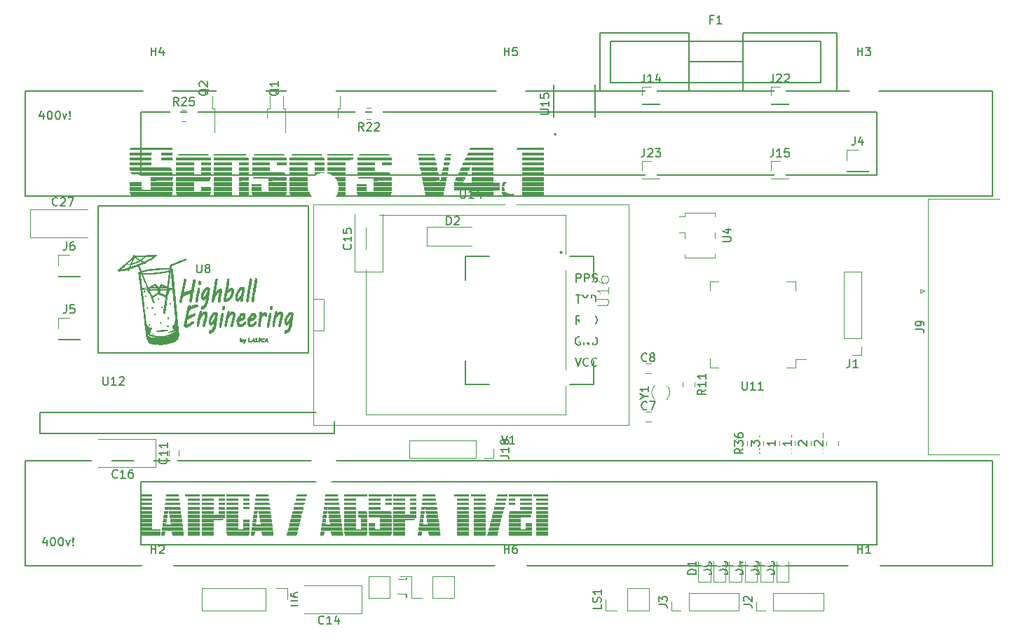
<source format=gto>
G04 #@! TF.GenerationSoftware,KiCad,Pcbnew,(5.1.6)-1*
G04 #@! TF.CreationDate,2021-11-01T19:25:02+01:00*
G04 #@! TF.ProjectId,32mz_gauge4_sensors,33326d7a-5f67-4617-9567-65345f73656e,rev?*
G04 #@! TF.SameCoordinates,Original*
G04 #@! TF.FileFunction,Legend,Top*
G04 #@! TF.FilePolarity,Positive*
%FSLAX46Y46*%
G04 Gerber Fmt 4.6, Leading zero omitted, Abs format (unit mm)*
G04 Created by KiCad (PCBNEW (5.1.6)-1) date 2021-11-01 19:25:02*
%MOMM*%
%LPD*%
G01*
G04 APERTURE LIST*
%ADD10C,0.150000*%
%ADD11C,0.010000*%
%ADD12C,0.127000*%
%ADD13C,0.200000*%
%ADD14C,0.120000*%
%ADD15C,0.015000*%
%ADD16C,2.451500*%
%ADD17R,1.902000X1.602000*%
%ADD18R,1.602000X1.902000*%
%ADD19C,1.626000*%
%ADD20C,2.102000*%
%ADD21R,0.402000X1.602000*%
%ADD22R,1.602000X0.402000*%
%ADD23C,2.902000*%
%ADD24R,1.452000X1.452000*%
%ADD25C,4.102000*%
%ADD26C,1.702000*%
%ADD27R,1.702000X1.702000*%
%ADD28O,1.452000X1.452000*%
%ADD29C,3.102000*%
%ADD30C,4.602000*%
%ADD31R,1.302000X0.852000*%
%ADD32R,0.852000X1.302000*%
%ADD33R,1.802000X1.802000*%
%ADD34O,1.802000X1.802000*%
%ADD35R,5.902000X6.502000*%
%ADD36R,1.302000X2.302000*%
%ADD37R,1.902000X1.642000*%
%ADD38C,1.102000*%
%ADD39R,0.702000X2.072000*%
%ADD40C,3.602000*%
G04 APERTURE END LIST*
D10*
X28527547Y-91606714D02*
X28527547Y-92273380D01*
X28289452Y-91225761D02*
X28051357Y-91940047D01*
X28670404Y-91940047D01*
X29241833Y-91273380D02*
X29337071Y-91273380D01*
X29432309Y-91321000D01*
X29479928Y-91368619D01*
X29527547Y-91463857D01*
X29575166Y-91654333D01*
X29575166Y-91892428D01*
X29527547Y-92082904D01*
X29479928Y-92178142D01*
X29432309Y-92225761D01*
X29337071Y-92273380D01*
X29241833Y-92273380D01*
X29146595Y-92225761D01*
X29098976Y-92178142D01*
X29051357Y-92082904D01*
X29003738Y-91892428D01*
X29003738Y-91654333D01*
X29051357Y-91463857D01*
X29098976Y-91368619D01*
X29146595Y-91321000D01*
X29241833Y-91273380D01*
X30194214Y-91273380D02*
X30289452Y-91273380D01*
X30384690Y-91321000D01*
X30432309Y-91368619D01*
X30479928Y-91463857D01*
X30527547Y-91654333D01*
X30527547Y-91892428D01*
X30479928Y-92082904D01*
X30432309Y-92178142D01*
X30384690Y-92225761D01*
X30289452Y-92273380D01*
X30194214Y-92273380D01*
X30098976Y-92225761D01*
X30051357Y-92178142D01*
X30003738Y-92082904D01*
X29956119Y-91892428D01*
X29956119Y-91654333D01*
X30003738Y-91463857D01*
X30051357Y-91368619D01*
X30098976Y-91321000D01*
X30194214Y-91273380D01*
X30860880Y-91606714D02*
X31098976Y-92273380D01*
X31337071Y-91606714D01*
X31718023Y-92178142D02*
X31765642Y-92225761D01*
X31718023Y-92273380D01*
X31670404Y-92225761D01*
X31718023Y-92178142D01*
X31718023Y-92273380D01*
X31718023Y-91892428D02*
X31670404Y-91321000D01*
X31718023Y-91273380D01*
X31765642Y-91321000D01*
X31718023Y-91892428D01*
X31718023Y-91273380D01*
X28146547Y-40044714D02*
X28146547Y-40711380D01*
X27908452Y-39663761D02*
X27670357Y-40378047D01*
X28289404Y-40378047D01*
X28860833Y-39711380D02*
X28956071Y-39711380D01*
X29051309Y-39759000D01*
X29098928Y-39806619D01*
X29146547Y-39901857D01*
X29194166Y-40092333D01*
X29194166Y-40330428D01*
X29146547Y-40520904D01*
X29098928Y-40616142D01*
X29051309Y-40663761D01*
X28956071Y-40711380D01*
X28860833Y-40711380D01*
X28765595Y-40663761D01*
X28717976Y-40616142D01*
X28670357Y-40520904D01*
X28622738Y-40330428D01*
X28622738Y-40092333D01*
X28670357Y-39901857D01*
X28717976Y-39806619D01*
X28765595Y-39759000D01*
X28860833Y-39711380D01*
X29813214Y-39711380D02*
X29908452Y-39711380D01*
X30003690Y-39759000D01*
X30051309Y-39806619D01*
X30098928Y-39901857D01*
X30146547Y-40092333D01*
X30146547Y-40330428D01*
X30098928Y-40520904D01*
X30051309Y-40616142D01*
X30003690Y-40663761D01*
X29908452Y-40711380D01*
X29813214Y-40711380D01*
X29717976Y-40663761D01*
X29670357Y-40616142D01*
X29622738Y-40520904D01*
X29575119Y-40330428D01*
X29575119Y-40092333D01*
X29622738Y-39901857D01*
X29670357Y-39806619D01*
X29717976Y-39759000D01*
X29813214Y-39711380D01*
X30479880Y-40044714D02*
X30717976Y-40711380D01*
X30956071Y-40044714D01*
X31337023Y-40616142D02*
X31384642Y-40663761D01*
X31337023Y-40711380D01*
X31289404Y-40663761D01*
X31337023Y-40616142D01*
X31337023Y-40711380D01*
X31337023Y-40330428D02*
X31289404Y-39759000D01*
X31337023Y-39711380D01*
X31384642Y-39759000D01*
X31337023Y-40330428D01*
X31337023Y-39711380D01*
D11*
G36*
X37901034Y-58535358D02*
G01*
X37895742Y-58540650D01*
X37890450Y-58535358D01*
X37895742Y-58530066D01*
X37901034Y-58535358D01*
G37*
X37901034Y-58535358D02*
X37895742Y-58540650D01*
X37890450Y-58535358D01*
X37895742Y-58530066D01*
X37901034Y-58535358D01*
G36*
X40366950Y-61567483D02*
G01*
X40261117Y-61567483D01*
X40261117Y-61461650D01*
X40366950Y-61461650D01*
X40366950Y-61567483D01*
G37*
X40366950Y-61567483D02*
X40261117Y-61567483D01*
X40261117Y-61461650D01*
X40366950Y-61461650D01*
X40366950Y-61567483D01*
G36*
X40536284Y-62096650D02*
G01*
X40430450Y-62096650D01*
X40430450Y-61990816D01*
X40536284Y-61990816D01*
X40536284Y-62096650D01*
G37*
X40536284Y-62096650D02*
X40430450Y-62096650D01*
X40430450Y-61990816D01*
X40536284Y-61990816D01*
X40536284Y-62096650D01*
G36*
X42039117Y-62477650D02*
G01*
X41933284Y-62477650D01*
X41933284Y-62371816D01*
X42039117Y-62371816D01*
X42039117Y-62477650D01*
G37*
X42039117Y-62477650D02*
X41933284Y-62477650D01*
X41933284Y-62371816D01*
X42039117Y-62371816D01*
X42039117Y-62477650D01*
G36*
X43499617Y-63027983D02*
G01*
X43393784Y-63027983D01*
X43393784Y-62922150D01*
X43499617Y-62922150D01*
X43499617Y-63027983D01*
G37*
X43499617Y-63027983D02*
X43393784Y-63027983D01*
X43393784Y-62922150D01*
X43499617Y-62922150D01*
X43499617Y-63027983D01*
G36*
X42483617Y-63451316D02*
G01*
X42377784Y-63451316D01*
X42377784Y-63345483D01*
X42483617Y-63345483D01*
X42483617Y-63451316D01*
G37*
X42483617Y-63451316D02*
X42377784Y-63451316D01*
X42377784Y-63345483D01*
X42483617Y-63345483D01*
X42483617Y-63451316D01*
G36*
X41319450Y-63557150D02*
G01*
X41213617Y-63557150D01*
X41213617Y-63451316D01*
X41319450Y-63451316D01*
X41319450Y-63557150D01*
G37*
X41319450Y-63557150D02*
X41213617Y-63557150D01*
X41213617Y-63451316D01*
X41319450Y-63451316D01*
X41319450Y-63557150D01*
G36*
X40705617Y-63578316D02*
G01*
X40599784Y-63578316D01*
X40599784Y-63472483D01*
X40705617Y-63472483D01*
X40705617Y-63578316D01*
G37*
X40705617Y-63578316D02*
X40599784Y-63578316D01*
X40599784Y-63472483D01*
X40705617Y-63472483D01*
X40705617Y-63578316D01*
G36*
X41615784Y-64340316D02*
G01*
X41509950Y-64340316D01*
X41509950Y-64234483D01*
X41615784Y-64234483D01*
X41615784Y-64340316D01*
G37*
X41615784Y-64340316D02*
X41509950Y-64340316D01*
X41509950Y-64234483D01*
X41615784Y-64234483D01*
X41615784Y-64340316D01*
G36*
X43203284Y-64784816D02*
G01*
X43097450Y-64784816D01*
X43097450Y-64678983D01*
X43203284Y-64678983D01*
X43203284Y-64784816D01*
G37*
X43203284Y-64784816D02*
X43097450Y-64784816D01*
X43097450Y-64678983D01*
X43203284Y-64678983D01*
X43203284Y-64784816D01*
G36*
X42293117Y-65335150D02*
G01*
X42187284Y-65335150D01*
X42187284Y-65229316D01*
X42293117Y-65229316D01*
X42293117Y-65335150D01*
G37*
X42293117Y-65335150D02*
X42187284Y-65335150D01*
X42187284Y-65229316D01*
X42293117Y-65229316D01*
X42293117Y-65335150D01*
G36*
X40959617Y-65589150D02*
G01*
X40832617Y-65589150D01*
X40832617Y-65483316D01*
X40959617Y-65483316D01*
X40959617Y-65589150D01*
G37*
X40959617Y-65589150D02*
X40832617Y-65589150D01*
X40832617Y-65483316D01*
X40959617Y-65483316D01*
X40959617Y-65589150D01*
G36*
X43182117Y-65737316D02*
G01*
X43055117Y-65737316D01*
X43055117Y-65631483D01*
X43182117Y-65631483D01*
X43182117Y-65737316D01*
G37*
X43182117Y-65737316D02*
X43055117Y-65737316D01*
X43055117Y-65631483D01*
X43182117Y-65631483D01*
X43182117Y-65737316D01*
G36*
X43020501Y-66281255D02*
G01*
X43017344Y-66286066D01*
X43006610Y-66286814D01*
X42995317Y-66284229D01*
X43000216Y-66280420D01*
X43016756Y-66279158D01*
X43020501Y-66281255D01*
G37*
X43020501Y-66281255D02*
X43017344Y-66286066D01*
X43006610Y-66286814D01*
X42995317Y-66284229D01*
X43000216Y-66280420D01*
X43016756Y-66279158D01*
X43020501Y-66281255D01*
G36*
X42925392Y-66182522D02*
G01*
X43092159Y-66183228D01*
X42769700Y-66272480D01*
X42447242Y-66361733D01*
X42133818Y-66361733D01*
X42054376Y-66361492D01*
X41981847Y-66360812D01*
X41918916Y-66359754D01*
X41868271Y-66358380D01*
X41832597Y-66356752D01*
X41814580Y-66354932D01*
X41813007Y-66354345D01*
X41815372Y-66344601D01*
X41829764Y-66333554D01*
X41842285Y-66323857D01*
X41838047Y-66319579D01*
X41820833Y-66321028D01*
X41794425Y-66328512D01*
X41789630Y-66330279D01*
X41767932Y-66336902D01*
X41757149Y-66337293D01*
X41765207Y-66332546D01*
X41789965Y-66321884D01*
X41828219Y-66306598D01*
X41876767Y-66287979D01*
X41914721Y-66273814D01*
X42076159Y-66214202D01*
X42417392Y-66198009D01*
X42510142Y-66193895D01*
X42604806Y-66190214D01*
X42696981Y-66187100D01*
X42782261Y-66184689D01*
X42856241Y-66183114D01*
X42914519Y-66182509D01*
X42925392Y-66182522D01*
G37*
X42925392Y-66182522D02*
X43092159Y-66183228D01*
X42769700Y-66272480D01*
X42447242Y-66361733D01*
X42133818Y-66361733D01*
X42054376Y-66361492D01*
X41981847Y-66360812D01*
X41918916Y-66359754D01*
X41868271Y-66358380D01*
X41832597Y-66356752D01*
X41814580Y-66354932D01*
X41813007Y-66354345D01*
X41815372Y-66344601D01*
X41829764Y-66333554D01*
X41842285Y-66323857D01*
X41838047Y-66319579D01*
X41820833Y-66321028D01*
X41794425Y-66328512D01*
X41789630Y-66330279D01*
X41767932Y-66336902D01*
X41757149Y-66337293D01*
X41765207Y-66332546D01*
X41789965Y-66321884D01*
X41828219Y-66306598D01*
X41876767Y-66287979D01*
X41914721Y-66273814D01*
X42076159Y-66214202D01*
X42417392Y-66198009D01*
X42510142Y-66193895D01*
X42604806Y-66190214D01*
X42696981Y-66187100D01*
X42782261Y-66184689D01*
X42856241Y-66183114D01*
X42914519Y-66182509D01*
X42925392Y-66182522D01*
G36*
X43252802Y-66472257D02*
G01*
X43245617Y-66478150D01*
X43226323Y-66487105D01*
X43219159Y-66488409D01*
X43217265Y-66484042D01*
X43224450Y-66478150D01*
X43243744Y-66469194D01*
X43250909Y-66467890D01*
X43252802Y-66472257D01*
G37*
X43252802Y-66472257D02*
X43245617Y-66478150D01*
X43226323Y-66487105D01*
X43219159Y-66488409D01*
X43217265Y-66484042D01*
X43224450Y-66478150D01*
X43243744Y-66469194D01*
X43250909Y-66467890D01*
X43252802Y-66472257D01*
G36*
X41351200Y-66631608D02*
G01*
X41345909Y-66636900D01*
X41340617Y-66631608D01*
X41345909Y-66626316D01*
X41351200Y-66631608D01*
G37*
X41351200Y-66631608D02*
X41345909Y-66636900D01*
X41340617Y-66631608D01*
X41345909Y-66626316D01*
X41351200Y-66631608D01*
G36*
X42314284Y-66927941D02*
G01*
X42308992Y-66933233D01*
X42303700Y-66927941D01*
X42308992Y-66922650D01*
X42314284Y-66927941D01*
G37*
X42314284Y-66927941D02*
X42308992Y-66933233D01*
X42303700Y-66927941D01*
X42308992Y-66922650D01*
X42314284Y-66927941D01*
G36*
X45258242Y-57573701D02*
G01*
X45270022Y-57593238D01*
X45281597Y-57625448D01*
X45290987Y-57657958D01*
X45296134Y-57681347D01*
X45296234Y-57689477D01*
X45285971Y-57694055D01*
X45257966Y-57705760D01*
X45214115Y-57723825D01*
X45156317Y-57747483D01*
X45086469Y-57775967D01*
X45006467Y-57808510D01*
X44918209Y-57844347D01*
X44823593Y-57882709D01*
X44724515Y-57922830D01*
X44622873Y-57963943D01*
X44520565Y-58005282D01*
X44419487Y-58046079D01*
X44321538Y-58085569D01*
X44228613Y-58122983D01*
X44142611Y-58157555D01*
X44065429Y-58188519D01*
X43998964Y-58215107D01*
X43945114Y-58236553D01*
X43905775Y-58252090D01*
X43882845Y-58260951D01*
X43877922Y-58262700D01*
X43864745Y-58260956D01*
X43851351Y-58245593D01*
X43834955Y-58213344D01*
X43833979Y-58211167D01*
X43821487Y-58179774D01*
X43815072Y-58156526D01*
X43815507Y-58147845D01*
X43826064Y-58143042D01*
X43854374Y-58131126D01*
X43898542Y-58112860D01*
X43956675Y-58089010D01*
X44026878Y-58060341D01*
X44107258Y-58027617D01*
X44195921Y-57991603D01*
X44290974Y-57953064D01*
X44390522Y-57912765D01*
X44492672Y-57871470D01*
X44595530Y-57829944D01*
X44697202Y-57788953D01*
X44795795Y-57749260D01*
X44889415Y-57711630D01*
X44976167Y-57676828D01*
X45054158Y-57645620D01*
X45121495Y-57618769D01*
X45176284Y-57597041D01*
X45216630Y-57581200D01*
X45240640Y-57572011D01*
X45246368Y-57570022D01*
X45258242Y-57573701D01*
G37*
X45258242Y-57573701D02*
X45270022Y-57593238D01*
X45281597Y-57625448D01*
X45290987Y-57657958D01*
X45296134Y-57681347D01*
X45296234Y-57689477D01*
X45285971Y-57694055D01*
X45257966Y-57705760D01*
X45214115Y-57723825D01*
X45156317Y-57747483D01*
X45086469Y-57775967D01*
X45006467Y-57808510D01*
X44918209Y-57844347D01*
X44823593Y-57882709D01*
X44724515Y-57922830D01*
X44622873Y-57963943D01*
X44520565Y-58005282D01*
X44419487Y-58046079D01*
X44321538Y-58085569D01*
X44228613Y-58122983D01*
X44142611Y-58157555D01*
X44065429Y-58188519D01*
X43998964Y-58215107D01*
X43945114Y-58236553D01*
X43905775Y-58252090D01*
X43882845Y-58260951D01*
X43877922Y-58262700D01*
X43864745Y-58260956D01*
X43851351Y-58245593D01*
X43834955Y-58213344D01*
X43833979Y-58211167D01*
X43821487Y-58179774D01*
X43815072Y-58156526D01*
X43815507Y-58147845D01*
X43826064Y-58143042D01*
X43854374Y-58131126D01*
X43898542Y-58112860D01*
X43956675Y-58089010D01*
X44026878Y-58060341D01*
X44107258Y-58027617D01*
X44195921Y-57991603D01*
X44290974Y-57953064D01*
X44390522Y-57912765D01*
X44492672Y-57871470D01*
X44595530Y-57829944D01*
X44697202Y-57788953D01*
X44795795Y-57749260D01*
X44889415Y-57711630D01*
X44976167Y-57676828D01*
X45054158Y-57645620D01*
X45121495Y-57618769D01*
X45176284Y-57597041D01*
X45216630Y-57581200D01*
X45240640Y-57572011D01*
X45246368Y-57570022D01*
X45258242Y-57573701D01*
G36*
X43739686Y-58189592D02*
G01*
X43752155Y-58211487D01*
X43765911Y-58239857D01*
X43777810Y-58268055D01*
X43784710Y-58289435D01*
X43785367Y-58294423D01*
X43776656Y-58302651D01*
X43755998Y-58313609D01*
X43731606Y-58323574D01*
X43711692Y-58328825D01*
X43709115Y-58328983D01*
X43702313Y-58320006D01*
X43690693Y-58296699D01*
X43679379Y-58270394D01*
X43667407Y-58238959D01*
X43660384Y-58216623D01*
X43659629Y-58209037D01*
X43675281Y-58201119D01*
X43699228Y-58191231D01*
X43721596Y-58183241D01*
X43731645Y-58180816D01*
X43739686Y-58189592D01*
G37*
X43739686Y-58189592D02*
X43752155Y-58211487D01*
X43765911Y-58239857D01*
X43777810Y-58268055D01*
X43784710Y-58289435D01*
X43785367Y-58294423D01*
X43776656Y-58302651D01*
X43755998Y-58313609D01*
X43731606Y-58323574D01*
X43711692Y-58328825D01*
X43709115Y-58328983D01*
X43702313Y-58320006D01*
X43690693Y-58296699D01*
X43679379Y-58270394D01*
X43667407Y-58238959D01*
X43660384Y-58216623D01*
X43659629Y-58209037D01*
X43675281Y-58201119D01*
X43699228Y-58191231D01*
X43721596Y-58183241D01*
X43731645Y-58180816D01*
X43739686Y-58189592D01*
G36*
X43613949Y-58294299D02*
G01*
X43627546Y-58329203D01*
X43630734Y-58350670D01*
X43622168Y-58364393D01*
X43600498Y-58376065D01*
X43593932Y-58378883D01*
X43578311Y-58384071D01*
X43566938Y-58381070D01*
X43555577Y-58366339D01*
X43539993Y-58336338D01*
X43537866Y-58332007D01*
X43523409Y-58300889D01*
X43514438Y-58278322D01*
X43512826Y-58269912D01*
X43524045Y-58263823D01*
X43547118Y-58253414D01*
X43552845Y-58250980D01*
X43589230Y-58235682D01*
X43613949Y-58294299D01*
G37*
X43613949Y-58294299D02*
X43627546Y-58329203D01*
X43630734Y-58350670D01*
X43622168Y-58364393D01*
X43600498Y-58376065D01*
X43593932Y-58378883D01*
X43578311Y-58384071D01*
X43566938Y-58381070D01*
X43555577Y-58366339D01*
X43539993Y-58336338D01*
X43537866Y-58332007D01*
X43523409Y-58300889D01*
X43514438Y-58278322D01*
X43512826Y-58269912D01*
X43524045Y-58263823D01*
X43547118Y-58253414D01*
X43552845Y-58250980D01*
X43589230Y-58235682D01*
X43613949Y-58294299D01*
G36*
X41592156Y-57082208D02*
G01*
X41603445Y-57090315D01*
X41605200Y-57101181D01*
X41606687Y-57111756D01*
X41614076Y-57117418D01*
X41631763Y-57118959D01*
X41664140Y-57117173D01*
X41684575Y-57115503D01*
X41763950Y-57108794D01*
X41763950Y-57142097D01*
X41761017Y-57165052D01*
X41753902Y-57175357D01*
X41753367Y-57175400D01*
X41744768Y-57184264D01*
X41742784Y-57196566D01*
X41740245Y-57208821D01*
X41729279Y-57215192D01*
X41704861Y-57217515D01*
X41684847Y-57217733D01*
X41650537Y-57218815D01*
X41630607Y-57223855D01*
X41618311Y-57235540D01*
X41611801Y-57246837D01*
X41596151Y-57268791D01*
X41568748Y-57299270D01*
X41532893Y-57335324D01*
X41491885Y-57374001D01*
X41449025Y-57412352D01*
X41407614Y-57447425D01*
X41370951Y-57476270D01*
X41342337Y-57495937D01*
X41325072Y-57503475D01*
X41324740Y-57503483D01*
X41313744Y-57509393D01*
X41291043Y-57524845D01*
X41263204Y-57545263D01*
X41231086Y-57568421D01*
X41202919Y-57586845D01*
X41186929Y-57595534D01*
X41170435Y-57603898D01*
X41139803Y-57620910D01*
X41099029Y-57644303D01*
X41052109Y-57671804D01*
X41038992Y-57679587D01*
X40962236Y-57724167D01*
X40876293Y-57772229D01*
X40785121Y-57821708D01*
X40692678Y-57870540D01*
X40602923Y-57916659D01*
X40519812Y-57958000D01*
X40447306Y-57992497D01*
X40393409Y-58016399D01*
X40351075Y-58034163D01*
X40380179Y-58049619D01*
X40400424Y-58061313D01*
X40409269Y-58068289D01*
X40409283Y-58068403D01*
X40405139Y-58078981D01*
X40395309Y-58100298D01*
X40383702Y-58124222D01*
X40374224Y-58142622D01*
X40371257Y-58147540D01*
X40361822Y-58143997D01*
X40340609Y-58130918D01*
X40320293Y-58116875D01*
X40272348Y-58082443D01*
X40221753Y-58101425D01*
X40190543Y-58114100D01*
X40146974Y-58133046D01*
X40097740Y-58155313D01*
X40065325Y-58170426D01*
X40011456Y-58195112D01*
X39954319Y-58220040D01*
X39902674Y-58241436D01*
X39880117Y-58250206D01*
X39840491Y-58265862D01*
X39807408Y-58280379D01*
X39786946Y-58291057D01*
X39784867Y-58292523D01*
X39769449Y-58300662D01*
X39738266Y-58314214D01*
X39695481Y-58331460D01*
X39645257Y-58350683D01*
X39631409Y-58355825D01*
X39579931Y-58375255D01*
X39534800Y-58393113D01*
X39500180Y-58407694D01*
X39480232Y-58417288D01*
X39477950Y-58418765D01*
X39463919Y-58425688D01*
X39433143Y-58438584D01*
X39388790Y-58456251D01*
X39334029Y-58477487D01*
X39272029Y-58501089D01*
X39205957Y-58525856D01*
X39138982Y-58550584D01*
X39074273Y-58574072D01*
X39014997Y-58595117D01*
X38993763Y-58602498D01*
X38920122Y-58627952D01*
X38862491Y-58648009D01*
X38816843Y-58664090D01*
X38779149Y-58677620D01*
X38745382Y-58690022D01*
X38731825Y-58695078D01*
X38691130Y-58709555D01*
X38639667Y-58726807D01*
X38586983Y-58743654D01*
X38574218Y-58747588D01*
X38480110Y-58776323D01*
X38447824Y-58848986D01*
X38429079Y-58888144D01*
X38414229Y-58910787D01*
X38400554Y-58920508D01*
X38392818Y-58921650D01*
X38369880Y-58931378D01*
X38358043Y-58948108D01*
X38344305Y-58969551D01*
X38326599Y-58973449D01*
X38310999Y-58968772D01*
X38305441Y-58961869D01*
X38308076Y-58946132D01*
X38319917Y-58918295D01*
X38337273Y-58884022D01*
X38356922Y-58845935D01*
X38367272Y-58823270D01*
X38369098Y-58812835D01*
X38363172Y-58811437D01*
X38354153Y-58814379D01*
X38333601Y-58821813D01*
X38309096Y-58829803D01*
X38277730Y-58839173D01*
X38236598Y-58850746D01*
X38182792Y-58865346D01*
X38113406Y-58883798D01*
X38054492Y-58899320D01*
X37925595Y-58932249D01*
X37813376Y-58958717D01*
X37714557Y-58979316D01*
X37625859Y-58994637D01*
X37544003Y-59005274D01*
X37465711Y-59011818D01*
X37419492Y-59014012D01*
X37365182Y-59016524D01*
X37318325Y-59019857D01*
X37283056Y-59023630D01*
X37263510Y-59027462D01*
X37261271Y-59028620D01*
X37242651Y-59037533D01*
X37228588Y-59026830D01*
X37209946Y-59011186D01*
X37183525Y-59002707D01*
X37159579Y-59004051D01*
X37153621Y-59007385D01*
X37144745Y-59011320D01*
X37140343Y-59001587D01*
X37139046Y-58974678D01*
X37139034Y-58970045D01*
X37142594Y-58932274D01*
X37149668Y-58904882D01*
X37382450Y-58904882D01*
X37392154Y-58905570D01*
X37418834Y-58902156D01*
X37458841Y-58895298D01*
X37508526Y-58885656D01*
X37564241Y-58873888D01*
X37604981Y-58864713D01*
X37700651Y-58842154D01*
X37782298Y-58821848D01*
X37856686Y-58802052D01*
X37930576Y-58781023D01*
X37938075Y-58778821D01*
X37991880Y-58763008D01*
X38051085Y-58745644D01*
X38102117Y-58730709D01*
X38149773Y-58716405D01*
X38204061Y-58699504D01*
X38261039Y-58681305D01*
X38316769Y-58663105D01*
X38367311Y-58646203D01*
X38408724Y-58631899D01*
X38437069Y-58621489D01*
X38447775Y-58616786D01*
X38454860Y-58605965D01*
X38468048Y-58581561D01*
X38558562Y-58581561D01*
X38602860Y-58567373D01*
X38641082Y-58554808D01*
X38678395Y-58542061D01*
X38684200Y-58540013D01*
X38712343Y-58529754D01*
X38752181Y-58514927D01*
X38795646Y-58498535D01*
X38800617Y-58496646D01*
X38839110Y-58482489D01*
X38870289Y-58471916D01*
X38888643Y-58466771D01*
X38890575Y-58466549D01*
X38903893Y-58462943D01*
X38932914Y-58453002D01*
X38973646Y-58438152D01*
X39022101Y-58419821D01*
X39033450Y-58415444D01*
X39090825Y-58393603D01*
X39148913Y-58372112D01*
X39200887Y-58353462D01*
X39239537Y-58340268D01*
X39283592Y-58325279D01*
X39326177Y-58309681D01*
X39355953Y-58297734D01*
X39379098Y-58288097D01*
X39418085Y-58272348D01*
X39469025Y-58252036D01*
X39528029Y-58228713D01*
X39591208Y-58203928D01*
X39594367Y-58202694D01*
X39670041Y-58172813D01*
X39753406Y-58139363D01*
X39836960Y-58105386D01*
X39913200Y-58073928D01*
X39955861Y-58056027D01*
X40121563Y-57985841D01*
X39824759Y-57807811D01*
X39294167Y-58017187D01*
X39192742Y-58057222D01*
X39096468Y-58095250D01*
X39007291Y-58130498D01*
X38927156Y-58162196D01*
X38858012Y-58189575D01*
X38801803Y-58211864D01*
X38760476Y-58228291D01*
X38735978Y-58238088D01*
X38730826Y-58240185D01*
X38706105Y-58256302D01*
X38687580Y-58284259D01*
X38679083Y-58304625D01*
X38664289Y-58341767D01*
X38644948Y-58387170D01*
X38628335Y-58424233D01*
X38608946Y-58466691D01*
X38590128Y-58508647D01*
X38577570Y-58537293D01*
X38558562Y-58581561D01*
X38468048Y-58581561D01*
X38469058Y-58579694D01*
X38488552Y-58541709D01*
X38511524Y-58495750D01*
X38536156Y-58445556D01*
X38560631Y-58394865D01*
X38583131Y-58347415D01*
X38601838Y-58306946D01*
X38614935Y-58277196D01*
X38620603Y-58261903D01*
X38620700Y-58261113D01*
X38612489Y-58256370D01*
X38587291Y-58252105D01*
X38544263Y-58248260D01*
X38482560Y-58244774D01*
X38401338Y-58241588D01*
X38305400Y-58238786D01*
X38080057Y-58232988D01*
X37916670Y-58396500D01*
X37856498Y-58455988D01*
X37786262Y-58524244D01*
X37711609Y-58595854D01*
X37638186Y-58665404D01*
X37571639Y-58727477D01*
X37567867Y-58730958D01*
X37515968Y-58778925D01*
X37469673Y-58821943D01*
X37431121Y-58858002D01*
X37402454Y-58885097D01*
X37385810Y-58901220D01*
X37382450Y-58904882D01*
X37149668Y-58904882D01*
X37151495Y-58897808D01*
X37155180Y-58889374D01*
X37164411Y-58868436D01*
X37165734Y-58858320D01*
X37165181Y-58858150D01*
X37172102Y-58851672D01*
X37194129Y-58832974D01*
X37229921Y-58803158D01*
X37278134Y-58763326D01*
X37337428Y-58714580D01*
X37406460Y-58658024D01*
X37483889Y-58594759D01*
X37568372Y-58525887D01*
X37658567Y-58452511D01*
X37695967Y-58422128D01*
X37806070Y-58332638D01*
X37901877Y-58254507D01*
X37985576Y-58185816D01*
X38004372Y-58170233D01*
X38149972Y-58170233D01*
X38186899Y-58171530D01*
X38213166Y-58172796D01*
X38254036Y-58175157D01*
X38302996Y-58178224D01*
X38334950Y-58180338D01*
X38431563Y-58186192D01*
X38508629Y-58189291D01*
X38567591Y-58189613D01*
X38609892Y-58187134D01*
X38636974Y-58181830D01*
X38648882Y-58175313D01*
X38657603Y-58160939D01*
X38663664Y-58148528D01*
X38758704Y-58148528D01*
X38765211Y-58159462D01*
X38767115Y-58159650D01*
X38778423Y-58155760D01*
X38807332Y-58144622D01*
X38851866Y-58127028D01*
X38910047Y-58103771D01*
X38979897Y-58075645D01*
X39059439Y-58043442D01*
X39146696Y-58007957D01*
X39228790Y-57974441D01*
X39321455Y-57936668D01*
X39408365Y-57901482D01*
X39487510Y-57869680D01*
X39556881Y-57842058D01*
X39614469Y-57819412D01*
X39658263Y-57802539D01*
X39686256Y-57792235D01*
X39696209Y-57789233D01*
X39709549Y-57784586D01*
X39710928Y-57781295D01*
X39713543Y-57765566D01*
X39716306Y-57754172D01*
X39882428Y-57754172D01*
X40042668Y-57850400D01*
X40094469Y-57881486D01*
X40139500Y-57908468D01*
X40174827Y-57929592D01*
X40197519Y-57943104D01*
X40204704Y-57947305D01*
X40214378Y-57943328D01*
X40239559Y-57931967D01*
X40276619Y-57914886D01*
X40321927Y-57893744D01*
X40330381Y-57889775D01*
X40377571Y-57867928D01*
X40418006Y-57849820D01*
X40447768Y-57837163D01*
X40462936Y-57831667D01*
X40463709Y-57831566D01*
X40475780Y-57826993D01*
X40503922Y-57814197D01*
X40545344Y-57794564D01*
X40597257Y-57769478D01*
X40656870Y-57740325D01*
X40721394Y-57708490D01*
X40788039Y-57675358D01*
X40854014Y-57642314D01*
X40916530Y-57610745D01*
X40972797Y-57582034D01*
X41020025Y-57557567D01*
X41055424Y-57538729D01*
X41070742Y-57530175D01*
X41105138Y-57510490D01*
X41133762Y-57494576D01*
X41150117Y-57486028D01*
X41169345Y-57475135D01*
X41200852Y-57455230D01*
X41239716Y-57429637D01*
X41281014Y-57401676D01*
X41319824Y-57374670D01*
X41351224Y-57351943D01*
X41367075Y-57339598D01*
X41383865Y-57323184D01*
X41387858Y-57313847D01*
X41385596Y-57313035D01*
X41373692Y-57304527D01*
X41372367Y-57298011D01*
X41369741Y-57292292D01*
X41360780Y-57287395D01*
X41343856Y-57283219D01*
X41317343Y-57279661D01*
X41279612Y-57276621D01*
X41229039Y-57273995D01*
X41163994Y-57271682D01*
X41082852Y-57269581D01*
X40983986Y-57267589D01*
X40865768Y-57265605D01*
X40850787Y-57265371D01*
X40482666Y-57259673D01*
X40221079Y-57473670D01*
X40157168Y-57526004D01*
X40098578Y-57574076D01*
X40047305Y-57616241D01*
X40005346Y-57650853D01*
X39974694Y-57676269D01*
X39957346Y-57690844D01*
X39954200Y-57693641D01*
X39943285Y-57703632D01*
X39922620Y-57721154D01*
X39915668Y-57726893D01*
X39882428Y-57754172D01*
X39716306Y-57754172D01*
X39717103Y-57750889D01*
X39718054Y-57735643D01*
X39707060Y-57726810D01*
X39682587Y-57720813D01*
X39655091Y-57713664D01*
X39637846Y-57705494D01*
X39636150Y-57703677D01*
X39625865Y-57696045D01*
X39599656Y-57679115D01*
X39559846Y-57654317D01*
X39508760Y-57623078D01*
X39448721Y-57586829D01*
X39382051Y-57546997D01*
X39362971Y-57535669D01*
X39095682Y-57377191D01*
X39016941Y-57542202D01*
X38991127Y-57596998D01*
X38968867Y-57645589D01*
X38951658Y-57684593D01*
X38941001Y-57710628D01*
X38938200Y-57719828D01*
X38933622Y-57734714D01*
X38919911Y-57768595D01*
X38897104Y-57821388D01*
X38865237Y-57893009D01*
X38824347Y-57983376D01*
X38778879Y-58082805D01*
X38763368Y-58122272D01*
X38758704Y-58148528D01*
X38663664Y-58148528D01*
X38672668Y-58130094D01*
X38692633Y-58085987D01*
X38716054Y-58031830D01*
X38741487Y-57970832D01*
X38747658Y-57955709D01*
X38776451Y-57885357D01*
X38806316Y-57813280D01*
X38834992Y-57744873D01*
X38860219Y-57685531D01*
X38879105Y-57642071D01*
X38898138Y-57598153D01*
X38913064Y-57561921D01*
X38922294Y-57537355D01*
X38924400Y-57528488D01*
X38915461Y-57533843D01*
X38892275Y-57551089D01*
X38856862Y-57578578D01*
X38811244Y-57614661D01*
X38757443Y-57657689D01*
X38697478Y-57706013D01*
X38633373Y-57757985D01*
X38567148Y-57811955D01*
X38500824Y-57866275D01*
X38436422Y-57919296D01*
X38375965Y-57969368D01*
X38321473Y-58014843D01*
X38274967Y-58054073D01*
X38238469Y-58085408D01*
X38214001Y-58107199D01*
X38208065Y-58112843D01*
X38149972Y-58170233D01*
X38004372Y-58170233D01*
X38059356Y-58124648D01*
X38125405Y-58069086D01*
X38185914Y-58017211D01*
X38243070Y-57967107D01*
X38299062Y-57916856D01*
X38356081Y-57864540D01*
X38416313Y-57808242D01*
X38481949Y-57746043D01*
X38555178Y-57676027D01*
X38633175Y-57601098D01*
X38709764Y-57527338D01*
X38781546Y-57458028D01*
X38847107Y-57394546D01*
X38905037Y-57338268D01*
X38926238Y-57317580D01*
X39184075Y-57317580D01*
X39191264Y-57324134D01*
X39213293Y-57339904D01*
X39247109Y-57362796D01*
X39289660Y-57390720D01*
X39309128Y-57403269D01*
X39357174Y-57434458D01*
X39400438Y-57463235D01*
X39434961Y-57486916D01*
X39456786Y-57502818D01*
X39460382Y-57505774D01*
X39475653Y-57516479D01*
X39504876Y-57534713D01*
X39544445Y-57558414D01*
X39590756Y-57585523D01*
X39640204Y-57613980D01*
X39689185Y-57641725D01*
X39734092Y-57666700D01*
X39771322Y-57686843D01*
X39797269Y-57700095D01*
X39808055Y-57704429D01*
X39819703Y-57697006D01*
X39822015Y-57693810D01*
X39834834Y-57687791D01*
X39838731Y-57689277D01*
X39850440Y-57685377D01*
X39873732Y-57669824D01*
X39904708Y-57645392D01*
X39925312Y-57627668D01*
X39957176Y-57600191D01*
X40001797Y-57562784D01*
X40055316Y-57518629D01*
X40113872Y-57470904D01*
X40173605Y-57422791D01*
X40186362Y-57412597D01*
X40370898Y-57265358D01*
X40271028Y-57262183D01*
X40245457Y-57262219D01*
X40202951Y-57263279D01*
X40145939Y-57265240D01*
X40076849Y-57267979D01*
X39998111Y-57271371D01*
X39912154Y-57275293D01*
X39821405Y-57279620D01*
X39728293Y-57284230D01*
X39635248Y-57288998D01*
X39544698Y-57293801D01*
X39459071Y-57298514D01*
X39380797Y-57303014D01*
X39312304Y-57307178D01*
X39256021Y-57310881D01*
X39214377Y-57313999D01*
X39189799Y-57316409D01*
X39184075Y-57317580D01*
X38926238Y-57317580D01*
X38953921Y-57290569D01*
X38992347Y-57252828D01*
X39018903Y-57226418D01*
X39032176Y-57212719D01*
X39033450Y-57211094D01*
X39029069Y-57199216D01*
X39018405Y-57177018D01*
X39017235Y-57174741D01*
X39007334Y-57152997D01*
X39009767Y-57141921D01*
X39026655Y-57133640D01*
X39028507Y-57132934D01*
X39051523Y-57124711D01*
X39062676Y-57126745D01*
X39070278Y-57142910D01*
X39074198Y-57154233D01*
X39085266Y-57185983D01*
X39570004Y-57185951D01*
X39664774Y-57185912D01*
X39748318Y-57185740D01*
X39823101Y-57185327D01*
X39891588Y-57184567D01*
X39956246Y-57183352D01*
X40019540Y-57181576D01*
X40083935Y-57179131D01*
X40151897Y-57175911D01*
X40225892Y-57171810D01*
X40308384Y-57166719D01*
X40401839Y-57160534D01*
X40508723Y-57153145D01*
X40631502Y-57144448D01*
X40772641Y-57134334D01*
X40790284Y-57133066D01*
X40914069Y-57124211D01*
X41032443Y-57115821D01*
X41143588Y-57108018D01*
X41245687Y-57100928D01*
X41336923Y-57094674D01*
X41415480Y-57089379D01*
X41479541Y-57085169D01*
X41527288Y-57082166D01*
X41556906Y-57080495D01*
X41565513Y-57080182D01*
X41592156Y-57082208D01*
G37*
X41592156Y-57082208D02*
X41603445Y-57090315D01*
X41605200Y-57101181D01*
X41606687Y-57111756D01*
X41614076Y-57117418D01*
X41631763Y-57118959D01*
X41664140Y-57117173D01*
X41684575Y-57115503D01*
X41763950Y-57108794D01*
X41763950Y-57142097D01*
X41761017Y-57165052D01*
X41753902Y-57175357D01*
X41753367Y-57175400D01*
X41744768Y-57184264D01*
X41742784Y-57196566D01*
X41740245Y-57208821D01*
X41729279Y-57215192D01*
X41704861Y-57217515D01*
X41684847Y-57217733D01*
X41650537Y-57218815D01*
X41630607Y-57223855D01*
X41618311Y-57235540D01*
X41611801Y-57246837D01*
X41596151Y-57268791D01*
X41568748Y-57299270D01*
X41532893Y-57335324D01*
X41491885Y-57374001D01*
X41449025Y-57412352D01*
X41407614Y-57447425D01*
X41370951Y-57476270D01*
X41342337Y-57495937D01*
X41325072Y-57503475D01*
X41324740Y-57503483D01*
X41313744Y-57509393D01*
X41291043Y-57524845D01*
X41263204Y-57545263D01*
X41231086Y-57568421D01*
X41202919Y-57586845D01*
X41186929Y-57595534D01*
X41170435Y-57603898D01*
X41139803Y-57620910D01*
X41099029Y-57644303D01*
X41052109Y-57671804D01*
X41038992Y-57679587D01*
X40962236Y-57724167D01*
X40876293Y-57772229D01*
X40785121Y-57821708D01*
X40692678Y-57870540D01*
X40602923Y-57916659D01*
X40519812Y-57958000D01*
X40447306Y-57992497D01*
X40393409Y-58016399D01*
X40351075Y-58034163D01*
X40380179Y-58049619D01*
X40400424Y-58061313D01*
X40409269Y-58068289D01*
X40409283Y-58068403D01*
X40405139Y-58078981D01*
X40395309Y-58100298D01*
X40383702Y-58124222D01*
X40374224Y-58142622D01*
X40371257Y-58147540D01*
X40361822Y-58143997D01*
X40340609Y-58130918D01*
X40320293Y-58116875D01*
X40272348Y-58082443D01*
X40221753Y-58101425D01*
X40190543Y-58114100D01*
X40146974Y-58133046D01*
X40097740Y-58155313D01*
X40065325Y-58170426D01*
X40011456Y-58195112D01*
X39954319Y-58220040D01*
X39902674Y-58241436D01*
X39880117Y-58250206D01*
X39840491Y-58265862D01*
X39807408Y-58280379D01*
X39786946Y-58291057D01*
X39784867Y-58292523D01*
X39769449Y-58300662D01*
X39738266Y-58314214D01*
X39695481Y-58331460D01*
X39645257Y-58350683D01*
X39631409Y-58355825D01*
X39579931Y-58375255D01*
X39534800Y-58393113D01*
X39500180Y-58407694D01*
X39480232Y-58417288D01*
X39477950Y-58418765D01*
X39463919Y-58425688D01*
X39433143Y-58438584D01*
X39388790Y-58456251D01*
X39334029Y-58477487D01*
X39272029Y-58501089D01*
X39205957Y-58525856D01*
X39138982Y-58550584D01*
X39074273Y-58574072D01*
X39014997Y-58595117D01*
X38993763Y-58602498D01*
X38920122Y-58627952D01*
X38862491Y-58648009D01*
X38816843Y-58664090D01*
X38779149Y-58677620D01*
X38745382Y-58690022D01*
X38731825Y-58695078D01*
X38691130Y-58709555D01*
X38639667Y-58726807D01*
X38586983Y-58743654D01*
X38574218Y-58747588D01*
X38480110Y-58776323D01*
X38447824Y-58848986D01*
X38429079Y-58888144D01*
X38414229Y-58910787D01*
X38400554Y-58920508D01*
X38392818Y-58921650D01*
X38369880Y-58931378D01*
X38358043Y-58948108D01*
X38344305Y-58969551D01*
X38326599Y-58973449D01*
X38310999Y-58968772D01*
X38305441Y-58961869D01*
X38308076Y-58946132D01*
X38319917Y-58918295D01*
X38337273Y-58884022D01*
X38356922Y-58845935D01*
X38367272Y-58823270D01*
X38369098Y-58812835D01*
X38363172Y-58811437D01*
X38354153Y-58814379D01*
X38333601Y-58821813D01*
X38309096Y-58829803D01*
X38277730Y-58839173D01*
X38236598Y-58850746D01*
X38182792Y-58865346D01*
X38113406Y-58883798D01*
X38054492Y-58899320D01*
X37925595Y-58932249D01*
X37813376Y-58958717D01*
X37714557Y-58979316D01*
X37625859Y-58994637D01*
X37544003Y-59005274D01*
X37465711Y-59011818D01*
X37419492Y-59014012D01*
X37365182Y-59016524D01*
X37318325Y-59019857D01*
X37283056Y-59023630D01*
X37263510Y-59027462D01*
X37261271Y-59028620D01*
X37242651Y-59037533D01*
X37228588Y-59026830D01*
X37209946Y-59011186D01*
X37183525Y-59002707D01*
X37159579Y-59004051D01*
X37153621Y-59007385D01*
X37144745Y-59011320D01*
X37140343Y-59001587D01*
X37139046Y-58974678D01*
X37139034Y-58970045D01*
X37142594Y-58932274D01*
X37149668Y-58904882D01*
X37382450Y-58904882D01*
X37392154Y-58905570D01*
X37418834Y-58902156D01*
X37458841Y-58895298D01*
X37508526Y-58885656D01*
X37564241Y-58873888D01*
X37604981Y-58864713D01*
X37700651Y-58842154D01*
X37782298Y-58821848D01*
X37856686Y-58802052D01*
X37930576Y-58781023D01*
X37938075Y-58778821D01*
X37991880Y-58763008D01*
X38051085Y-58745644D01*
X38102117Y-58730709D01*
X38149773Y-58716405D01*
X38204061Y-58699504D01*
X38261039Y-58681305D01*
X38316769Y-58663105D01*
X38367311Y-58646203D01*
X38408724Y-58631899D01*
X38437069Y-58621489D01*
X38447775Y-58616786D01*
X38454860Y-58605965D01*
X38468048Y-58581561D01*
X38558562Y-58581561D01*
X38602860Y-58567373D01*
X38641082Y-58554808D01*
X38678395Y-58542061D01*
X38684200Y-58540013D01*
X38712343Y-58529754D01*
X38752181Y-58514927D01*
X38795646Y-58498535D01*
X38800617Y-58496646D01*
X38839110Y-58482489D01*
X38870289Y-58471916D01*
X38888643Y-58466771D01*
X38890575Y-58466549D01*
X38903893Y-58462943D01*
X38932914Y-58453002D01*
X38973646Y-58438152D01*
X39022101Y-58419821D01*
X39033450Y-58415444D01*
X39090825Y-58393603D01*
X39148913Y-58372112D01*
X39200887Y-58353462D01*
X39239537Y-58340268D01*
X39283592Y-58325279D01*
X39326177Y-58309681D01*
X39355953Y-58297734D01*
X39379098Y-58288097D01*
X39418085Y-58272348D01*
X39469025Y-58252036D01*
X39528029Y-58228713D01*
X39591208Y-58203928D01*
X39594367Y-58202694D01*
X39670041Y-58172813D01*
X39753406Y-58139363D01*
X39836960Y-58105386D01*
X39913200Y-58073928D01*
X39955861Y-58056027D01*
X40121563Y-57985841D01*
X39824759Y-57807811D01*
X39294167Y-58017187D01*
X39192742Y-58057222D01*
X39096468Y-58095250D01*
X39007291Y-58130498D01*
X38927156Y-58162196D01*
X38858012Y-58189575D01*
X38801803Y-58211864D01*
X38760476Y-58228291D01*
X38735978Y-58238088D01*
X38730826Y-58240185D01*
X38706105Y-58256302D01*
X38687580Y-58284259D01*
X38679083Y-58304625D01*
X38664289Y-58341767D01*
X38644948Y-58387170D01*
X38628335Y-58424233D01*
X38608946Y-58466691D01*
X38590128Y-58508647D01*
X38577570Y-58537293D01*
X38558562Y-58581561D01*
X38468048Y-58581561D01*
X38469058Y-58579694D01*
X38488552Y-58541709D01*
X38511524Y-58495750D01*
X38536156Y-58445556D01*
X38560631Y-58394865D01*
X38583131Y-58347415D01*
X38601838Y-58306946D01*
X38614935Y-58277196D01*
X38620603Y-58261903D01*
X38620700Y-58261113D01*
X38612489Y-58256370D01*
X38587291Y-58252105D01*
X38544263Y-58248260D01*
X38482560Y-58244774D01*
X38401338Y-58241588D01*
X38305400Y-58238786D01*
X38080057Y-58232988D01*
X37916670Y-58396500D01*
X37856498Y-58455988D01*
X37786262Y-58524244D01*
X37711609Y-58595854D01*
X37638186Y-58665404D01*
X37571639Y-58727477D01*
X37567867Y-58730958D01*
X37515968Y-58778925D01*
X37469673Y-58821943D01*
X37431121Y-58858002D01*
X37402454Y-58885097D01*
X37385810Y-58901220D01*
X37382450Y-58904882D01*
X37149668Y-58904882D01*
X37151495Y-58897808D01*
X37155180Y-58889374D01*
X37164411Y-58868436D01*
X37165734Y-58858320D01*
X37165181Y-58858150D01*
X37172102Y-58851672D01*
X37194129Y-58832974D01*
X37229921Y-58803158D01*
X37278134Y-58763326D01*
X37337428Y-58714580D01*
X37406460Y-58658024D01*
X37483889Y-58594759D01*
X37568372Y-58525887D01*
X37658567Y-58452511D01*
X37695967Y-58422128D01*
X37806070Y-58332638D01*
X37901877Y-58254507D01*
X37985576Y-58185816D01*
X38004372Y-58170233D01*
X38149972Y-58170233D01*
X38186899Y-58171530D01*
X38213166Y-58172796D01*
X38254036Y-58175157D01*
X38302996Y-58178224D01*
X38334950Y-58180338D01*
X38431563Y-58186192D01*
X38508629Y-58189291D01*
X38567591Y-58189613D01*
X38609892Y-58187134D01*
X38636974Y-58181830D01*
X38648882Y-58175313D01*
X38657603Y-58160939D01*
X38663664Y-58148528D01*
X38758704Y-58148528D01*
X38765211Y-58159462D01*
X38767115Y-58159650D01*
X38778423Y-58155760D01*
X38807332Y-58144622D01*
X38851866Y-58127028D01*
X38910047Y-58103771D01*
X38979897Y-58075645D01*
X39059439Y-58043442D01*
X39146696Y-58007957D01*
X39228790Y-57974441D01*
X39321455Y-57936668D01*
X39408365Y-57901482D01*
X39487510Y-57869680D01*
X39556881Y-57842058D01*
X39614469Y-57819412D01*
X39658263Y-57802539D01*
X39686256Y-57792235D01*
X39696209Y-57789233D01*
X39709549Y-57784586D01*
X39710928Y-57781295D01*
X39713543Y-57765566D01*
X39716306Y-57754172D01*
X39882428Y-57754172D01*
X40042668Y-57850400D01*
X40094469Y-57881486D01*
X40139500Y-57908468D01*
X40174827Y-57929592D01*
X40197519Y-57943104D01*
X40204704Y-57947305D01*
X40214378Y-57943328D01*
X40239559Y-57931967D01*
X40276619Y-57914886D01*
X40321927Y-57893744D01*
X40330381Y-57889775D01*
X40377571Y-57867928D01*
X40418006Y-57849820D01*
X40447768Y-57837163D01*
X40462936Y-57831667D01*
X40463709Y-57831566D01*
X40475780Y-57826993D01*
X40503922Y-57814197D01*
X40545344Y-57794564D01*
X40597257Y-57769478D01*
X40656870Y-57740325D01*
X40721394Y-57708490D01*
X40788039Y-57675358D01*
X40854014Y-57642314D01*
X40916530Y-57610745D01*
X40972797Y-57582034D01*
X41020025Y-57557567D01*
X41055424Y-57538729D01*
X41070742Y-57530175D01*
X41105138Y-57510490D01*
X41133762Y-57494576D01*
X41150117Y-57486028D01*
X41169345Y-57475135D01*
X41200852Y-57455230D01*
X41239716Y-57429637D01*
X41281014Y-57401676D01*
X41319824Y-57374670D01*
X41351224Y-57351943D01*
X41367075Y-57339598D01*
X41383865Y-57323184D01*
X41387858Y-57313847D01*
X41385596Y-57313035D01*
X41373692Y-57304527D01*
X41372367Y-57298011D01*
X41369741Y-57292292D01*
X41360780Y-57287395D01*
X41343856Y-57283219D01*
X41317343Y-57279661D01*
X41279612Y-57276621D01*
X41229039Y-57273995D01*
X41163994Y-57271682D01*
X41082852Y-57269581D01*
X40983986Y-57267589D01*
X40865768Y-57265605D01*
X40850787Y-57265371D01*
X40482666Y-57259673D01*
X40221079Y-57473670D01*
X40157168Y-57526004D01*
X40098578Y-57574076D01*
X40047305Y-57616241D01*
X40005346Y-57650853D01*
X39974694Y-57676269D01*
X39957346Y-57690844D01*
X39954200Y-57693641D01*
X39943285Y-57703632D01*
X39922620Y-57721154D01*
X39915668Y-57726893D01*
X39882428Y-57754172D01*
X39716306Y-57754172D01*
X39717103Y-57750889D01*
X39718054Y-57735643D01*
X39707060Y-57726810D01*
X39682587Y-57720813D01*
X39655091Y-57713664D01*
X39637846Y-57705494D01*
X39636150Y-57703677D01*
X39625865Y-57696045D01*
X39599656Y-57679115D01*
X39559846Y-57654317D01*
X39508760Y-57623078D01*
X39448721Y-57586829D01*
X39382051Y-57546997D01*
X39362971Y-57535669D01*
X39095682Y-57377191D01*
X39016941Y-57542202D01*
X38991127Y-57596998D01*
X38968867Y-57645589D01*
X38951658Y-57684593D01*
X38941001Y-57710628D01*
X38938200Y-57719828D01*
X38933622Y-57734714D01*
X38919911Y-57768595D01*
X38897104Y-57821388D01*
X38865237Y-57893009D01*
X38824347Y-57983376D01*
X38778879Y-58082805D01*
X38763368Y-58122272D01*
X38758704Y-58148528D01*
X38663664Y-58148528D01*
X38672668Y-58130094D01*
X38692633Y-58085987D01*
X38716054Y-58031830D01*
X38741487Y-57970832D01*
X38747658Y-57955709D01*
X38776451Y-57885357D01*
X38806316Y-57813280D01*
X38834992Y-57744873D01*
X38860219Y-57685531D01*
X38879105Y-57642071D01*
X38898138Y-57598153D01*
X38913064Y-57561921D01*
X38922294Y-57537355D01*
X38924400Y-57528488D01*
X38915461Y-57533843D01*
X38892275Y-57551089D01*
X38856862Y-57578578D01*
X38811244Y-57614661D01*
X38757443Y-57657689D01*
X38697478Y-57706013D01*
X38633373Y-57757985D01*
X38567148Y-57811955D01*
X38500824Y-57866275D01*
X38436422Y-57919296D01*
X38375965Y-57969368D01*
X38321473Y-58014843D01*
X38274967Y-58054073D01*
X38238469Y-58085408D01*
X38214001Y-58107199D01*
X38208065Y-58112843D01*
X38149972Y-58170233D01*
X38004372Y-58170233D01*
X38059356Y-58124648D01*
X38125405Y-58069086D01*
X38185914Y-58017211D01*
X38243070Y-57967107D01*
X38299062Y-57916856D01*
X38356081Y-57864540D01*
X38416313Y-57808242D01*
X38481949Y-57746043D01*
X38555178Y-57676027D01*
X38633175Y-57601098D01*
X38709764Y-57527338D01*
X38781546Y-57458028D01*
X38847107Y-57394546D01*
X38905037Y-57338268D01*
X38926238Y-57317580D01*
X39184075Y-57317580D01*
X39191264Y-57324134D01*
X39213293Y-57339904D01*
X39247109Y-57362796D01*
X39289660Y-57390720D01*
X39309128Y-57403269D01*
X39357174Y-57434458D01*
X39400438Y-57463235D01*
X39434961Y-57486916D01*
X39456786Y-57502818D01*
X39460382Y-57505774D01*
X39475653Y-57516479D01*
X39504876Y-57534713D01*
X39544445Y-57558414D01*
X39590756Y-57585523D01*
X39640204Y-57613980D01*
X39689185Y-57641725D01*
X39734092Y-57666700D01*
X39771322Y-57686843D01*
X39797269Y-57700095D01*
X39808055Y-57704429D01*
X39819703Y-57697006D01*
X39822015Y-57693810D01*
X39834834Y-57687791D01*
X39838731Y-57689277D01*
X39850440Y-57685377D01*
X39873732Y-57669824D01*
X39904708Y-57645392D01*
X39925312Y-57627668D01*
X39957176Y-57600191D01*
X40001797Y-57562784D01*
X40055316Y-57518629D01*
X40113872Y-57470904D01*
X40173605Y-57422791D01*
X40186362Y-57412597D01*
X40370898Y-57265358D01*
X40271028Y-57262183D01*
X40245457Y-57262219D01*
X40202951Y-57263279D01*
X40145939Y-57265240D01*
X40076849Y-57267979D01*
X39998111Y-57271371D01*
X39912154Y-57275293D01*
X39821405Y-57279620D01*
X39728293Y-57284230D01*
X39635248Y-57288998D01*
X39544698Y-57293801D01*
X39459071Y-57298514D01*
X39380797Y-57303014D01*
X39312304Y-57307178D01*
X39256021Y-57310881D01*
X39214377Y-57313999D01*
X39189799Y-57316409D01*
X39184075Y-57317580D01*
X38926238Y-57317580D01*
X38953921Y-57290569D01*
X38992347Y-57252828D01*
X39018903Y-57226418D01*
X39032176Y-57212719D01*
X39033450Y-57211094D01*
X39029069Y-57199216D01*
X39018405Y-57177018D01*
X39017235Y-57174741D01*
X39007334Y-57152997D01*
X39009767Y-57141921D01*
X39026655Y-57133640D01*
X39028507Y-57132934D01*
X39051523Y-57124711D01*
X39062676Y-57126745D01*
X39070278Y-57142910D01*
X39074198Y-57154233D01*
X39085266Y-57185983D01*
X39570004Y-57185951D01*
X39664774Y-57185912D01*
X39748318Y-57185740D01*
X39823101Y-57185327D01*
X39891588Y-57184567D01*
X39956246Y-57183352D01*
X40019540Y-57181576D01*
X40083935Y-57179131D01*
X40151897Y-57175911D01*
X40225892Y-57171810D01*
X40308384Y-57166719D01*
X40401839Y-57160534D01*
X40508723Y-57153145D01*
X40631502Y-57144448D01*
X40772641Y-57134334D01*
X40790284Y-57133066D01*
X40914069Y-57124211D01*
X41032443Y-57115821D01*
X41143588Y-57108018D01*
X41245687Y-57100928D01*
X41336923Y-57094674D01*
X41415480Y-57089379D01*
X41479541Y-57085169D01*
X41527288Y-57082166D01*
X41556906Y-57080495D01*
X41565513Y-57080182D01*
X41592156Y-57082208D01*
G36*
X47033065Y-60264013D02*
G01*
X47050729Y-60276696D01*
X47070690Y-60299466D01*
X47082606Y-60320323D01*
X47094700Y-60336576D01*
X47104217Y-60339816D01*
X47120582Y-60349323D01*
X47131662Y-60374854D01*
X47137417Y-60411927D01*
X47137805Y-60456060D01*
X47132785Y-60502770D01*
X47122316Y-60547575D01*
X47106472Y-60585787D01*
X47077938Y-60624785D01*
X47041046Y-60657566D01*
X47000277Y-60681869D01*
X46960114Y-60695430D01*
X46925038Y-60695989D01*
X46905583Y-60687175D01*
X46890192Y-60669536D01*
X46871932Y-60641232D01*
X46864461Y-60627510D01*
X46850355Y-60594428D01*
X46845269Y-60562912D01*
X46847443Y-60521993D01*
X46847476Y-60521677D01*
X46862774Y-60433290D01*
X46888011Y-60363217D01*
X46923359Y-60310995D01*
X46927794Y-60306398D01*
X46967930Y-60272852D01*
X47002495Y-60258851D01*
X47033065Y-60264013D01*
G37*
X47033065Y-60264013D02*
X47050729Y-60276696D01*
X47070690Y-60299466D01*
X47082606Y-60320323D01*
X47094700Y-60336576D01*
X47104217Y-60339816D01*
X47120582Y-60349323D01*
X47131662Y-60374854D01*
X47137417Y-60411927D01*
X47137805Y-60456060D01*
X47132785Y-60502770D01*
X47122316Y-60547575D01*
X47106472Y-60585787D01*
X47077938Y-60624785D01*
X47041046Y-60657566D01*
X47000277Y-60681869D01*
X46960114Y-60695430D01*
X46925038Y-60695989D01*
X46905583Y-60687175D01*
X46890192Y-60669536D01*
X46871932Y-60641232D01*
X46864461Y-60627510D01*
X46850355Y-60594428D01*
X46845269Y-60562912D01*
X46847443Y-60521993D01*
X46847476Y-60521677D01*
X46862774Y-60433290D01*
X46888011Y-60363217D01*
X46923359Y-60310995D01*
X46927794Y-60306398D01*
X46967930Y-60272852D01*
X47002495Y-60258851D01*
X47033065Y-60264013D01*
G36*
X52100293Y-61012589D02*
G01*
X52140909Y-61013523D01*
X52176790Y-61013928D01*
X52220731Y-61013670D01*
X52243249Y-61013266D01*
X52281582Y-61014145D01*
X52306851Y-61020399D01*
X52326901Y-61034112D01*
X52328999Y-61036048D01*
X52355908Y-61074510D01*
X52372713Y-61127039D01*
X52378609Y-61188686D01*
X52372791Y-61254504D01*
X52368127Y-61276441D01*
X52361699Y-61306093D01*
X52352635Y-61352900D01*
X52341346Y-61414390D01*
X52328240Y-61488088D01*
X52313724Y-61571525D01*
X52298208Y-61662225D01*
X52282099Y-61757718D01*
X52265807Y-61855530D01*
X52249739Y-61953189D01*
X52234303Y-62048222D01*
X52219910Y-62138156D01*
X52206966Y-62220520D01*
X52195880Y-62292841D01*
X52187060Y-62352645D01*
X52180916Y-62397461D01*
X52177855Y-62424815D01*
X52177585Y-62430025D01*
X52174761Y-62483589D01*
X52167641Y-62542448D01*
X52157394Y-62600087D01*
X52145192Y-62649992D01*
X52132202Y-62685649D01*
X52131406Y-62687225D01*
X52113895Y-62713173D01*
X52094873Y-62730771D01*
X52093870Y-62731336D01*
X52062490Y-62739875D01*
X52022365Y-62740465D01*
X51984364Y-62733113D01*
X51979427Y-62731288D01*
X51961471Y-62721546D01*
X51948767Y-62707019D01*
X51940863Y-62684764D01*
X51937309Y-62651835D01*
X51937653Y-62605288D01*
X51941445Y-62542180D01*
X51944508Y-62503315D01*
X51948869Y-62446675D01*
X51952031Y-62397848D01*
X51953801Y-62360545D01*
X51953987Y-62338482D01*
X51953303Y-62334141D01*
X51944968Y-62339659D01*
X51926261Y-62358342D01*
X51900244Y-62386996D01*
X51879181Y-62411444D01*
X51817006Y-62482313D01*
X51757739Y-62544645D01*
X51703673Y-62596250D01*
X51657107Y-62634941D01*
X51620335Y-62658527D01*
X51619672Y-62658850D01*
X51564125Y-62675812D01*
X51510957Y-62671756D01*
X51460155Y-62646678D01*
X51411706Y-62600570D01*
X51382023Y-62560169D01*
X51346116Y-62497701D01*
X51320996Y-62434676D01*
X51306169Y-62367375D01*
X51301144Y-62292082D01*
X51303249Y-62249333D01*
X51516206Y-62249333D01*
X51517438Y-62300808D01*
X51522084Y-62340448D01*
X51530283Y-62363908D01*
X51531017Y-62364860D01*
X51556802Y-62380165D01*
X51593832Y-62378499D01*
X51637421Y-62361630D01*
X51677960Y-62333342D01*
X51724239Y-62288242D01*
X51774396Y-62229272D01*
X51826572Y-62159375D01*
X51878907Y-62081494D01*
X51929538Y-61998571D01*
X51976606Y-61913549D01*
X52018250Y-61829371D01*
X52052609Y-61748980D01*
X52077823Y-61675318D01*
X52082724Y-61657348D01*
X52095008Y-61601506D01*
X52105400Y-61539419D01*
X52113480Y-61475694D01*
X52118828Y-61414938D01*
X52121027Y-61361757D01*
X52119655Y-61320760D01*
X52115354Y-61298894D01*
X52105615Y-61279523D01*
X52092120Y-61272193D01*
X52067042Y-61273327D01*
X52061120Y-61274096D01*
X51995071Y-61293107D01*
X51928382Y-61331453D01*
X51862283Y-61387381D01*
X51798004Y-61459144D01*
X51736775Y-61544989D01*
X51679825Y-61643168D01*
X51628386Y-61751930D01*
X51583686Y-61869525D01*
X51546956Y-61994203D01*
X51542554Y-62011983D01*
X51531559Y-62067347D01*
X51523408Y-62128257D01*
X51518243Y-62190367D01*
X51516206Y-62249333D01*
X51303249Y-62249333D01*
X51305429Y-62205078D01*
X51318532Y-62102647D01*
X51320123Y-62092566D01*
X51357801Y-61905677D01*
X51409141Y-61728581D01*
X51473348Y-61563034D01*
X51549628Y-61410795D01*
X51637187Y-61273624D01*
X51735228Y-61153276D01*
X51753375Y-61134107D01*
X51794816Y-61093389D01*
X51832566Y-61062448D01*
X51870463Y-61040089D01*
X51912346Y-61025119D01*
X51962053Y-61016341D01*
X52023422Y-61012563D01*
X52100293Y-61012589D01*
G37*
X52100293Y-61012589D02*
X52140909Y-61013523D01*
X52176790Y-61013928D01*
X52220731Y-61013670D01*
X52243249Y-61013266D01*
X52281582Y-61014145D01*
X52306851Y-61020399D01*
X52326901Y-61034112D01*
X52328999Y-61036048D01*
X52355908Y-61074510D01*
X52372713Y-61127039D01*
X52378609Y-61188686D01*
X52372791Y-61254504D01*
X52368127Y-61276441D01*
X52361699Y-61306093D01*
X52352635Y-61352900D01*
X52341346Y-61414390D01*
X52328240Y-61488088D01*
X52313724Y-61571525D01*
X52298208Y-61662225D01*
X52282099Y-61757718D01*
X52265807Y-61855530D01*
X52249739Y-61953189D01*
X52234303Y-62048222D01*
X52219910Y-62138156D01*
X52206966Y-62220520D01*
X52195880Y-62292841D01*
X52187060Y-62352645D01*
X52180916Y-62397461D01*
X52177855Y-62424815D01*
X52177585Y-62430025D01*
X52174761Y-62483589D01*
X52167641Y-62542448D01*
X52157394Y-62600087D01*
X52145192Y-62649992D01*
X52132202Y-62685649D01*
X52131406Y-62687225D01*
X52113895Y-62713173D01*
X52094873Y-62730771D01*
X52093870Y-62731336D01*
X52062490Y-62739875D01*
X52022365Y-62740465D01*
X51984364Y-62733113D01*
X51979427Y-62731288D01*
X51961471Y-62721546D01*
X51948767Y-62707019D01*
X51940863Y-62684764D01*
X51937309Y-62651835D01*
X51937653Y-62605288D01*
X51941445Y-62542180D01*
X51944508Y-62503315D01*
X51948869Y-62446675D01*
X51952031Y-62397848D01*
X51953801Y-62360545D01*
X51953987Y-62338482D01*
X51953303Y-62334141D01*
X51944968Y-62339659D01*
X51926261Y-62358342D01*
X51900244Y-62386996D01*
X51879181Y-62411444D01*
X51817006Y-62482313D01*
X51757739Y-62544645D01*
X51703673Y-62596250D01*
X51657107Y-62634941D01*
X51620335Y-62658527D01*
X51619672Y-62658850D01*
X51564125Y-62675812D01*
X51510957Y-62671756D01*
X51460155Y-62646678D01*
X51411706Y-62600570D01*
X51382023Y-62560169D01*
X51346116Y-62497701D01*
X51320996Y-62434676D01*
X51306169Y-62367375D01*
X51301144Y-62292082D01*
X51303249Y-62249333D01*
X51516206Y-62249333D01*
X51517438Y-62300808D01*
X51522084Y-62340448D01*
X51530283Y-62363908D01*
X51531017Y-62364860D01*
X51556802Y-62380165D01*
X51593832Y-62378499D01*
X51637421Y-62361630D01*
X51677960Y-62333342D01*
X51724239Y-62288242D01*
X51774396Y-62229272D01*
X51826572Y-62159375D01*
X51878907Y-62081494D01*
X51929538Y-61998571D01*
X51976606Y-61913549D01*
X52018250Y-61829371D01*
X52052609Y-61748980D01*
X52077823Y-61675318D01*
X52082724Y-61657348D01*
X52095008Y-61601506D01*
X52105400Y-61539419D01*
X52113480Y-61475694D01*
X52118828Y-61414938D01*
X52121027Y-61361757D01*
X52119655Y-61320760D01*
X52115354Y-61298894D01*
X52105615Y-61279523D01*
X52092120Y-61272193D01*
X52067042Y-61273327D01*
X52061120Y-61274096D01*
X51995071Y-61293107D01*
X51928382Y-61331453D01*
X51862283Y-61387381D01*
X51798004Y-61459144D01*
X51736775Y-61544989D01*
X51679825Y-61643168D01*
X51628386Y-61751930D01*
X51583686Y-61869525D01*
X51546956Y-61994203D01*
X51542554Y-62011983D01*
X51531559Y-62067347D01*
X51523408Y-62128257D01*
X51518243Y-62190367D01*
X51516206Y-62249333D01*
X51303249Y-62249333D01*
X51305429Y-62205078D01*
X51318532Y-62102647D01*
X51320123Y-62092566D01*
X51357801Y-61905677D01*
X51409141Y-61728581D01*
X51473348Y-61563034D01*
X51549628Y-61410795D01*
X51637187Y-61273624D01*
X51735228Y-61153276D01*
X51753375Y-61134107D01*
X51794816Y-61093389D01*
X51832566Y-61062448D01*
X51870463Y-61040089D01*
X51912346Y-61025119D01*
X51962053Y-61016341D01*
X52023422Y-61012563D01*
X52100293Y-61012589D01*
G36*
X50414557Y-59981414D02*
G01*
X50447729Y-59996902D01*
X50478229Y-60025634D01*
X50502431Y-60065520D01*
X50510901Y-60088531D01*
X50519315Y-60124150D01*
X50524432Y-60164812D01*
X50526063Y-60212224D01*
X50524014Y-60268095D01*
X50518096Y-60334130D01*
X50508116Y-60412037D01*
X50493883Y-60503523D01*
X50475206Y-60610295D01*
X50451893Y-60734060D01*
X50423752Y-60876525D01*
X50421011Y-60890150D01*
X50402716Y-60981780D01*
X50385304Y-61070521D01*
X50369249Y-61153837D01*
X50355023Y-61229191D01*
X50343099Y-61294045D01*
X50333950Y-61345864D01*
X50328050Y-61382111D01*
X50325870Y-61400248D01*
X50325867Y-61400550D01*
X50331977Y-61397605D01*
X50348169Y-61381446D01*
X50371240Y-61355339D01*
X50377051Y-61348428D01*
X50457794Y-61260886D01*
X50539749Y-61189922D01*
X50621560Y-61136240D01*
X50701876Y-61100539D01*
X50779342Y-61083520D01*
X50852607Y-61085885D01*
X50874494Y-61090728D01*
X50923529Y-61113741D01*
X50970166Y-61153493D01*
X51010172Y-61205636D01*
X51035724Y-61256260D01*
X51045887Y-61284378D01*
X51052854Y-61311537D01*
X51057213Y-61342713D01*
X51059548Y-61382879D01*
X51060446Y-61437012D01*
X51060537Y-61466941D01*
X51059923Y-61533983D01*
X51057460Y-61586926D01*
X51052394Y-61632812D01*
X51043969Y-61678680D01*
X51032630Y-61726797D01*
X50989222Y-61879168D01*
X50938929Y-62014699D01*
X50879694Y-62137158D01*
X50809461Y-62250313D01*
X50726173Y-62357934D01*
X50633680Y-62457882D01*
X50546234Y-62541026D01*
X50468288Y-62605303D01*
X50399804Y-62650742D01*
X50340742Y-62677370D01*
X50332184Y-62679882D01*
X50281484Y-62687351D01*
X50232091Y-62683983D01*
X50191018Y-62670713D01*
X50173713Y-62658792D01*
X50152842Y-62641109D01*
X50140310Y-62639925D01*
X50129770Y-62656496D01*
X50124635Y-62668508D01*
X50098927Y-62708639D01*
X50064029Y-62733534D01*
X50024429Y-62742028D01*
X49984613Y-62732961D01*
X49955634Y-62712295D01*
X49924663Y-62666619D01*
X49906955Y-62605332D01*
X49902593Y-62546847D01*
X49904625Y-62517812D01*
X49910650Y-62469034D01*
X49916034Y-62432105D01*
X50128893Y-62432105D01*
X50129222Y-62462013D01*
X50130445Y-62468232D01*
X50137263Y-62482952D01*
X50147516Y-62480122D01*
X50155689Y-62473122D01*
X50174728Y-62460688D01*
X50206511Y-62444465D01*
X50241920Y-62428905D01*
X50326952Y-62385872D01*
X50414043Y-62326394D01*
X50498945Y-62254230D01*
X50577410Y-62173141D01*
X50645186Y-62086884D01*
X50668564Y-62051436D01*
X50722581Y-61951666D01*
X50768359Y-61841344D01*
X50804009Y-61726581D01*
X50827640Y-61613487D01*
X50837361Y-61508170D01*
X50837408Y-61505780D01*
X50837848Y-61458961D01*
X50836525Y-61428398D01*
X50832483Y-61409198D01*
X50824768Y-61396465D01*
X50814174Y-61386718D01*
X50777292Y-61369976D01*
X50730808Y-61371112D01*
X50675578Y-61389603D01*
X50612460Y-61424924D01*
X50542310Y-61476554D01*
X50465986Y-61543967D01*
X50384345Y-61626641D01*
X50338574Y-61677191D01*
X50240156Y-61788939D01*
X50198538Y-61989778D01*
X50180314Y-62081376D01*
X50164227Y-62169402D01*
X50150660Y-62251171D01*
X50139993Y-62324001D01*
X50132610Y-62385207D01*
X50128893Y-62432105D01*
X49916034Y-62432105D01*
X49920493Y-62401523D01*
X49933981Y-62316289D01*
X49950941Y-62214342D01*
X49971199Y-62096692D01*
X49994582Y-61964349D01*
X50020915Y-61818323D01*
X50050027Y-61659623D01*
X50081743Y-61489260D01*
X50109880Y-61339941D01*
X50141687Y-61171531D01*
X50169670Y-61022241D01*
X50194112Y-60890426D01*
X50215295Y-60774439D01*
X50233500Y-60672637D01*
X50249010Y-60583374D01*
X50262107Y-60505005D01*
X50273072Y-60435885D01*
X50282188Y-60374369D01*
X50289737Y-60318811D01*
X50296000Y-60267567D01*
X50300084Y-60230399D01*
X50308109Y-60158477D01*
X50315564Y-60104300D01*
X50323247Y-60064494D01*
X50331950Y-60035682D01*
X50342471Y-60014488D01*
X50354702Y-59998523D01*
X50382340Y-59981257D01*
X50414557Y-59981414D01*
G37*
X50414557Y-59981414D02*
X50447729Y-59996902D01*
X50478229Y-60025634D01*
X50502431Y-60065520D01*
X50510901Y-60088531D01*
X50519315Y-60124150D01*
X50524432Y-60164812D01*
X50526063Y-60212224D01*
X50524014Y-60268095D01*
X50518096Y-60334130D01*
X50508116Y-60412037D01*
X50493883Y-60503523D01*
X50475206Y-60610295D01*
X50451893Y-60734060D01*
X50423752Y-60876525D01*
X50421011Y-60890150D01*
X50402716Y-60981780D01*
X50385304Y-61070521D01*
X50369249Y-61153837D01*
X50355023Y-61229191D01*
X50343099Y-61294045D01*
X50333950Y-61345864D01*
X50328050Y-61382111D01*
X50325870Y-61400248D01*
X50325867Y-61400550D01*
X50331977Y-61397605D01*
X50348169Y-61381446D01*
X50371240Y-61355339D01*
X50377051Y-61348428D01*
X50457794Y-61260886D01*
X50539749Y-61189922D01*
X50621560Y-61136240D01*
X50701876Y-61100539D01*
X50779342Y-61083520D01*
X50852607Y-61085885D01*
X50874494Y-61090728D01*
X50923529Y-61113741D01*
X50970166Y-61153493D01*
X51010172Y-61205636D01*
X51035724Y-61256260D01*
X51045887Y-61284378D01*
X51052854Y-61311537D01*
X51057213Y-61342713D01*
X51059548Y-61382879D01*
X51060446Y-61437012D01*
X51060537Y-61466941D01*
X51059923Y-61533983D01*
X51057460Y-61586926D01*
X51052394Y-61632812D01*
X51043969Y-61678680D01*
X51032630Y-61726797D01*
X50989222Y-61879168D01*
X50938929Y-62014699D01*
X50879694Y-62137158D01*
X50809461Y-62250313D01*
X50726173Y-62357934D01*
X50633680Y-62457882D01*
X50546234Y-62541026D01*
X50468288Y-62605303D01*
X50399804Y-62650742D01*
X50340742Y-62677370D01*
X50332184Y-62679882D01*
X50281484Y-62687351D01*
X50232091Y-62683983D01*
X50191018Y-62670713D01*
X50173713Y-62658792D01*
X50152842Y-62641109D01*
X50140310Y-62639925D01*
X50129770Y-62656496D01*
X50124635Y-62668508D01*
X50098927Y-62708639D01*
X50064029Y-62733534D01*
X50024429Y-62742028D01*
X49984613Y-62732961D01*
X49955634Y-62712295D01*
X49924663Y-62666619D01*
X49906955Y-62605332D01*
X49902593Y-62546847D01*
X49904625Y-62517812D01*
X49910650Y-62469034D01*
X49916034Y-62432105D01*
X50128893Y-62432105D01*
X50129222Y-62462013D01*
X50130445Y-62468232D01*
X50137263Y-62482952D01*
X50147516Y-62480122D01*
X50155689Y-62473122D01*
X50174728Y-62460688D01*
X50206511Y-62444465D01*
X50241920Y-62428905D01*
X50326952Y-62385872D01*
X50414043Y-62326394D01*
X50498945Y-62254230D01*
X50577410Y-62173141D01*
X50645186Y-62086884D01*
X50668564Y-62051436D01*
X50722581Y-61951666D01*
X50768359Y-61841344D01*
X50804009Y-61726581D01*
X50827640Y-61613487D01*
X50837361Y-61508170D01*
X50837408Y-61505780D01*
X50837848Y-61458961D01*
X50836525Y-61428398D01*
X50832483Y-61409198D01*
X50824768Y-61396465D01*
X50814174Y-61386718D01*
X50777292Y-61369976D01*
X50730808Y-61371112D01*
X50675578Y-61389603D01*
X50612460Y-61424924D01*
X50542310Y-61476554D01*
X50465986Y-61543967D01*
X50384345Y-61626641D01*
X50338574Y-61677191D01*
X50240156Y-61788939D01*
X50198538Y-61989778D01*
X50180314Y-62081376D01*
X50164227Y-62169402D01*
X50150660Y-62251171D01*
X50139993Y-62324001D01*
X50132610Y-62385207D01*
X50128893Y-62432105D01*
X49916034Y-62432105D01*
X49920493Y-62401523D01*
X49933981Y-62316289D01*
X49950941Y-62214342D01*
X49971199Y-62096692D01*
X49994582Y-61964349D01*
X50020915Y-61818323D01*
X50050027Y-61659623D01*
X50081743Y-61489260D01*
X50109880Y-61339941D01*
X50141687Y-61171531D01*
X50169670Y-61022241D01*
X50194112Y-60890426D01*
X50215295Y-60774439D01*
X50233500Y-60672637D01*
X50249010Y-60583374D01*
X50262107Y-60505005D01*
X50273072Y-60435885D01*
X50282188Y-60374369D01*
X50289737Y-60318811D01*
X50296000Y-60267567D01*
X50300084Y-60230399D01*
X50308109Y-60158477D01*
X50315564Y-60104300D01*
X50323247Y-60064494D01*
X50331950Y-60035682D01*
X50342471Y-60014488D01*
X50354702Y-59998523D01*
X50382340Y-59981257D01*
X50414557Y-59981414D01*
G36*
X53797454Y-59948338D02*
G01*
X53841074Y-59975887D01*
X53873555Y-60015134D01*
X53890766Y-60060391D01*
X53892450Y-60079141D01*
X53890686Y-60096094D01*
X53885563Y-60132352D01*
X53877334Y-60186362D01*
X53866254Y-60256572D01*
X53852577Y-60341431D01*
X53836556Y-60439387D01*
X53818445Y-60548887D01*
X53798499Y-60668380D01*
X53776972Y-60796314D01*
X53754116Y-60931137D01*
X53730187Y-61071297D01*
X53728548Y-61080861D01*
X53697933Y-61259533D01*
X53670694Y-61418725D01*
X53646622Y-61559815D01*
X53625504Y-61684183D01*
X53607130Y-61793209D01*
X53591287Y-61888272D01*
X53577765Y-61970752D01*
X53566352Y-62042028D01*
X53556836Y-62103480D01*
X53549008Y-62156487D01*
X53542654Y-62202428D01*
X53537565Y-62242684D01*
X53533528Y-62278633D01*
X53530333Y-62311655D01*
X53527767Y-62343130D01*
X53525620Y-62374437D01*
X53523681Y-62406956D01*
X53522688Y-62424733D01*
X53514466Y-62528022D01*
X53502107Y-62611366D01*
X53485280Y-62675638D01*
X53463652Y-62721714D01*
X53436892Y-62750470D01*
X53404670Y-62762780D01*
X53394493Y-62763400D01*
X53361658Y-62755634D01*
X53330602Y-62730652D01*
X53302694Y-62688833D01*
X53281621Y-62633589D01*
X53269765Y-62572187D01*
X53268034Y-62539771D01*
X53268488Y-62519429D01*
X53269980Y-62495031D01*
X53272702Y-62465356D01*
X53276844Y-62429186D01*
X53282600Y-62385300D01*
X53290161Y-62332478D01*
X53299719Y-62269502D01*
X53311466Y-62195150D01*
X53325594Y-62108204D01*
X53342295Y-62007443D01*
X53361760Y-61891649D01*
X53384182Y-61759601D01*
X53409753Y-61610079D01*
X53438664Y-61441864D01*
X53463116Y-61300035D01*
X53487465Y-61158358D01*
X53510980Y-61020414D01*
X53533374Y-60887932D01*
X53554366Y-60762641D01*
X53573671Y-60646271D01*
X53591005Y-60540551D01*
X53606086Y-60447210D01*
X53618628Y-60367978D01*
X53628348Y-60304583D01*
X53634963Y-60258756D01*
X53638024Y-60233983D01*
X53649920Y-60137486D01*
X53664970Y-60061127D01*
X53683653Y-60004048D01*
X53706448Y-59965390D01*
X53733836Y-59944294D01*
X53766294Y-59939902D01*
X53797454Y-59948338D01*
G37*
X53797454Y-59948338D02*
X53841074Y-59975887D01*
X53873555Y-60015134D01*
X53890766Y-60060391D01*
X53892450Y-60079141D01*
X53890686Y-60096094D01*
X53885563Y-60132352D01*
X53877334Y-60186362D01*
X53866254Y-60256572D01*
X53852577Y-60341431D01*
X53836556Y-60439387D01*
X53818445Y-60548887D01*
X53798499Y-60668380D01*
X53776972Y-60796314D01*
X53754116Y-60931137D01*
X53730187Y-61071297D01*
X53728548Y-61080861D01*
X53697933Y-61259533D01*
X53670694Y-61418725D01*
X53646622Y-61559815D01*
X53625504Y-61684183D01*
X53607130Y-61793209D01*
X53591287Y-61888272D01*
X53577765Y-61970752D01*
X53566352Y-62042028D01*
X53556836Y-62103480D01*
X53549008Y-62156487D01*
X53542654Y-62202428D01*
X53537565Y-62242684D01*
X53533528Y-62278633D01*
X53530333Y-62311655D01*
X53527767Y-62343130D01*
X53525620Y-62374437D01*
X53523681Y-62406956D01*
X53522688Y-62424733D01*
X53514466Y-62528022D01*
X53502107Y-62611366D01*
X53485280Y-62675638D01*
X53463652Y-62721714D01*
X53436892Y-62750470D01*
X53404670Y-62762780D01*
X53394493Y-62763400D01*
X53361658Y-62755634D01*
X53330602Y-62730652D01*
X53302694Y-62688833D01*
X53281621Y-62633589D01*
X53269765Y-62572187D01*
X53268034Y-62539771D01*
X53268488Y-62519429D01*
X53269980Y-62495031D01*
X53272702Y-62465356D01*
X53276844Y-62429186D01*
X53282600Y-62385300D01*
X53290161Y-62332478D01*
X53299719Y-62269502D01*
X53311466Y-62195150D01*
X53325594Y-62108204D01*
X53342295Y-62007443D01*
X53361760Y-61891649D01*
X53384182Y-61759601D01*
X53409753Y-61610079D01*
X53438664Y-61441864D01*
X53463116Y-61300035D01*
X53487465Y-61158358D01*
X53510980Y-61020414D01*
X53533374Y-60887932D01*
X53554366Y-60762641D01*
X53573671Y-60646271D01*
X53591005Y-60540551D01*
X53606086Y-60447210D01*
X53618628Y-60367978D01*
X53628348Y-60304583D01*
X53634963Y-60258756D01*
X53638024Y-60233983D01*
X53649920Y-60137486D01*
X53664970Y-60061127D01*
X53683653Y-60004048D01*
X53706448Y-59965390D01*
X53733836Y-59944294D01*
X53766294Y-59939902D01*
X53797454Y-59948338D01*
G36*
X53162454Y-59948338D02*
G01*
X53206074Y-59975887D01*
X53238555Y-60015134D01*
X53255766Y-60060391D01*
X53257450Y-60079141D01*
X53255686Y-60096094D01*
X53250563Y-60132352D01*
X53242334Y-60186362D01*
X53231254Y-60256572D01*
X53217577Y-60341431D01*
X53201556Y-60439387D01*
X53183445Y-60548887D01*
X53163499Y-60668380D01*
X53141972Y-60796314D01*
X53119116Y-60931137D01*
X53095187Y-61071297D01*
X53093548Y-61080861D01*
X53062933Y-61259533D01*
X53035694Y-61418725D01*
X53011622Y-61559815D01*
X52990504Y-61684183D01*
X52972130Y-61793209D01*
X52956287Y-61888272D01*
X52942765Y-61970752D01*
X52931352Y-62042028D01*
X52921836Y-62103480D01*
X52914008Y-62156487D01*
X52907654Y-62202428D01*
X52902565Y-62242684D01*
X52898528Y-62278633D01*
X52895333Y-62311655D01*
X52892767Y-62343130D01*
X52890620Y-62374437D01*
X52888681Y-62406956D01*
X52887688Y-62424733D01*
X52879466Y-62528022D01*
X52867107Y-62611366D01*
X52850280Y-62675638D01*
X52828652Y-62721714D01*
X52801892Y-62750470D01*
X52769670Y-62762780D01*
X52759493Y-62763400D01*
X52726658Y-62755634D01*
X52695602Y-62730652D01*
X52667694Y-62688833D01*
X52646621Y-62633589D01*
X52634765Y-62572187D01*
X52633034Y-62539771D01*
X52633488Y-62519429D01*
X52634980Y-62495031D01*
X52637702Y-62465356D01*
X52641844Y-62429186D01*
X52647600Y-62385300D01*
X52655161Y-62332478D01*
X52664719Y-62269502D01*
X52676466Y-62195150D01*
X52690594Y-62108204D01*
X52707295Y-62007443D01*
X52726760Y-61891649D01*
X52749182Y-61759601D01*
X52774753Y-61610079D01*
X52803664Y-61441864D01*
X52828116Y-61300035D01*
X52852465Y-61158358D01*
X52875980Y-61020414D01*
X52898374Y-60887932D01*
X52919366Y-60762641D01*
X52938671Y-60646271D01*
X52956005Y-60540551D01*
X52971086Y-60447210D01*
X52983628Y-60367978D01*
X52993348Y-60304583D01*
X52999963Y-60258756D01*
X53003024Y-60233983D01*
X53014920Y-60137486D01*
X53029970Y-60061127D01*
X53048653Y-60004048D01*
X53071448Y-59965390D01*
X53098836Y-59944294D01*
X53131294Y-59939902D01*
X53162454Y-59948338D01*
G37*
X53162454Y-59948338D02*
X53206074Y-59975887D01*
X53238555Y-60015134D01*
X53255766Y-60060391D01*
X53257450Y-60079141D01*
X53255686Y-60096094D01*
X53250563Y-60132352D01*
X53242334Y-60186362D01*
X53231254Y-60256572D01*
X53217577Y-60341431D01*
X53201556Y-60439387D01*
X53183445Y-60548887D01*
X53163499Y-60668380D01*
X53141972Y-60796314D01*
X53119116Y-60931137D01*
X53095187Y-61071297D01*
X53093548Y-61080861D01*
X53062933Y-61259533D01*
X53035694Y-61418725D01*
X53011622Y-61559815D01*
X52990504Y-61684183D01*
X52972130Y-61793209D01*
X52956287Y-61888272D01*
X52942765Y-61970752D01*
X52931352Y-62042028D01*
X52921836Y-62103480D01*
X52914008Y-62156487D01*
X52907654Y-62202428D01*
X52902565Y-62242684D01*
X52898528Y-62278633D01*
X52895333Y-62311655D01*
X52892767Y-62343130D01*
X52890620Y-62374437D01*
X52888681Y-62406956D01*
X52887688Y-62424733D01*
X52879466Y-62528022D01*
X52867107Y-62611366D01*
X52850280Y-62675638D01*
X52828652Y-62721714D01*
X52801892Y-62750470D01*
X52769670Y-62762780D01*
X52759493Y-62763400D01*
X52726658Y-62755634D01*
X52695602Y-62730652D01*
X52667694Y-62688833D01*
X52646621Y-62633589D01*
X52634765Y-62572187D01*
X52633034Y-62539771D01*
X52633488Y-62519429D01*
X52634980Y-62495031D01*
X52637702Y-62465356D01*
X52641844Y-62429186D01*
X52647600Y-62385300D01*
X52655161Y-62332478D01*
X52664719Y-62269502D01*
X52676466Y-62195150D01*
X52690594Y-62108204D01*
X52707295Y-62007443D01*
X52726760Y-61891649D01*
X52749182Y-61759601D01*
X52774753Y-61610079D01*
X52803664Y-61441864D01*
X52828116Y-61300035D01*
X52852465Y-61158358D01*
X52875980Y-61020414D01*
X52898374Y-60887932D01*
X52919366Y-60762641D01*
X52938671Y-60646271D01*
X52956005Y-60540551D01*
X52971086Y-60447210D01*
X52983628Y-60367978D01*
X52993348Y-60304583D01*
X52999963Y-60258756D01*
X53003024Y-60233983D01*
X53014920Y-60137486D01*
X53029970Y-60061127D01*
X53048653Y-60004048D01*
X53071448Y-59965390D01*
X53098836Y-59944294D01*
X53131294Y-59939902D01*
X53162454Y-59948338D01*
G36*
X49022545Y-59982497D02*
G01*
X49071348Y-59992635D01*
X49102726Y-60014053D01*
X49117703Y-60047655D01*
X49119367Y-60067920D01*
X49117411Y-60087620D01*
X49111582Y-60127785D01*
X49101938Y-60188080D01*
X49088538Y-60268170D01*
X49071440Y-60367722D01*
X49050703Y-60486401D01*
X49026384Y-60623874D01*
X48998543Y-60779806D01*
X48967236Y-60953862D01*
X48932524Y-61145709D01*
X48898174Y-61334650D01*
X48880803Y-61430425D01*
X48864779Y-61519589D01*
X48850471Y-61600029D01*
X48838247Y-61669630D01*
X48828477Y-61726280D01*
X48821530Y-61767865D01*
X48817775Y-61792271D01*
X48817257Y-61798020D01*
X48823577Y-61791019D01*
X48837849Y-61769759D01*
X48857402Y-61738292D01*
X48864915Y-61725758D01*
X48905719Y-61661620D01*
X48954376Y-61592303D01*
X49006820Y-61523083D01*
X49058984Y-61459232D01*
X49106802Y-61406024D01*
X49127054Y-61385780D01*
X49207042Y-61318259D01*
X49290076Y-61264123D01*
X49372993Y-61224941D01*
X49452630Y-61202279D01*
X49507832Y-61197066D01*
X49556036Y-61206588D01*
X49595111Y-61234229D01*
X49624148Y-61278603D01*
X49642239Y-61338327D01*
X49648474Y-61411558D01*
X49647028Y-61442087D01*
X49642373Y-61481169D01*
X49634116Y-61530814D01*
X49621864Y-61593035D01*
X49605223Y-61669842D01*
X49583798Y-61763247D01*
X49559945Y-61863816D01*
X49533710Y-61976496D01*
X49512849Y-62074553D01*
X49496441Y-62163573D01*
X49483566Y-62249142D01*
X49473304Y-62336847D01*
X49464734Y-62432275D01*
X49463340Y-62450189D01*
X49457045Y-62529187D01*
X49451365Y-62590464D01*
X49445711Y-62637430D01*
X49439499Y-62673498D01*
X49432142Y-62702079D01*
X49423053Y-62726583D01*
X49411789Y-62750146D01*
X49381458Y-62789564D01*
X49342507Y-62812060D01*
X49299218Y-62816679D01*
X49255874Y-62802464D01*
X49236905Y-62789178D01*
X49216787Y-62768605D01*
X49201280Y-62743495D01*
X49190485Y-62712244D01*
X49184500Y-62673245D01*
X49183426Y-62624893D01*
X49187364Y-62565583D01*
X49196413Y-62493708D01*
X49210673Y-62407664D01*
X49230245Y-62305845D01*
X49255228Y-62186645D01*
X49282037Y-62064900D01*
X49306725Y-61953544D01*
X49326686Y-61860955D01*
X49342224Y-61785341D01*
X49353647Y-61724908D01*
X49361261Y-61677865D01*
X49365372Y-61642420D01*
X49366287Y-61616779D01*
X49364311Y-61599151D01*
X49362599Y-61593457D01*
X49345915Y-61572309D01*
X49319550Y-61568217D01*
X49284792Y-61580133D01*
X49242929Y-61607011D01*
X49195248Y-61647801D01*
X49143036Y-61701457D01*
X49087580Y-61766931D01*
X49030169Y-61843176D01*
X48997245Y-61890780D01*
X48912763Y-62028400D01*
X48836012Y-62178496D01*
X48765949Y-62343419D01*
X48701533Y-62525518D01*
X48669230Y-62630123D01*
X48644629Y-62698866D01*
X48617249Y-62747142D01*
X48586662Y-62775517D01*
X48553277Y-62784566D01*
X48511328Y-62775462D01*
X48480247Y-62748655D01*
X48460544Y-62704903D01*
X48452732Y-62644963D01*
X48452617Y-62635581D01*
X48454395Y-62619063D01*
X48459548Y-62583286D01*
X48467803Y-62529840D01*
X48478890Y-62460316D01*
X48492536Y-62376306D01*
X48508469Y-62279400D01*
X48526417Y-62171188D01*
X48546109Y-62053262D01*
X48567273Y-61927212D01*
X48589636Y-61794629D01*
X48612927Y-61657105D01*
X48636874Y-61516229D01*
X48661206Y-61373593D01*
X48685649Y-61230788D01*
X48709933Y-61089403D01*
X48733785Y-60951031D01*
X48756934Y-60817262D01*
X48779108Y-60689686D01*
X48800034Y-60569895D01*
X48819441Y-60459480D01*
X48837058Y-60360030D01*
X48852611Y-60273138D01*
X48865830Y-60200394D01*
X48876443Y-60143388D01*
X48884177Y-60103711D01*
X48888760Y-60082955D01*
X48889047Y-60081941D01*
X48905149Y-60046748D01*
X48928870Y-60013577D01*
X48932872Y-60009356D01*
X48953342Y-59991018D01*
X48972349Y-59982378D01*
X48998397Y-59980887D01*
X49022545Y-59982497D01*
G37*
X49022545Y-59982497D02*
X49071348Y-59992635D01*
X49102726Y-60014053D01*
X49117703Y-60047655D01*
X49119367Y-60067920D01*
X49117411Y-60087620D01*
X49111582Y-60127785D01*
X49101938Y-60188080D01*
X49088538Y-60268170D01*
X49071440Y-60367722D01*
X49050703Y-60486401D01*
X49026384Y-60623874D01*
X48998543Y-60779806D01*
X48967236Y-60953862D01*
X48932524Y-61145709D01*
X48898174Y-61334650D01*
X48880803Y-61430425D01*
X48864779Y-61519589D01*
X48850471Y-61600029D01*
X48838247Y-61669630D01*
X48828477Y-61726280D01*
X48821530Y-61767865D01*
X48817775Y-61792271D01*
X48817257Y-61798020D01*
X48823577Y-61791019D01*
X48837849Y-61769759D01*
X48857402Y-61738292D01*
X48864915Y-61725758D01*
X48905719Y-61661620D01*
X48954376Y-61592303D01*
X49006820Y-61523083D01*
X49058984Y-61459232D01*
X49106802Y-61406024D01*
X49127054Y-61385780D01*
X49207042Y-61318259D01*
X49290076Y-61264123D01*
X49372993Y-61224941D01*
X49452630Y-61202279D01*
X49507832Y-61197066D01*
X49556036Y-61206588D01*
X49595111Y-61234229D01*
X49624148Y-61278603D01*
X49642239Y-61338327D01*
X49648474Y-61411558D01*
X49647028Y-61442087D01*
X49642373Y-61481169D01*
X49634116Y-61530814D01*
X49621864Y-61593035D01*
X49605223Y-61669842D01*
X49583798Y-61763247D01*
X49559945Y-61863816D01*
X49533710Y-61976496D01*
X49512849Y-62074553D01*
X49496441Y-62163573D01*
X49483566Y-62249142D01*
X49473304Y-62336847D01*
X49464734Y-62432275D01*
X49463340Y-62450189D01*
X49457045Y-62529187D01*
X49451365Y-62590464D01*
X49445711Y-62637430D01*
X49439499Y-62673498D01*
X49432142Y-62702079D01*
X49423053Y-62726583D01*
X49411789Y-62750146D01*
X49381458Y-62789564D01*
X49342507Y-62812060D01*
X49299218Y-62816679D01*
X49255874Y-62802464D01*
X49236905Y-62789178D01*
X49216787Y-62768605D01*
X49201280Y-62743495D01*
X49190485Y-62712244D01*
X49184500Y-62673245D01*
X49183426Y-62624893D01*
X49187364Y-62565583D01*
X49196413Y-62493708D01*
X49210673Y-62407664D01*
X49230245Y-62305845D01*
X49255228Y-62186645D01*
X49282037Y-62064900D01*
X49306725Y-61953544D01*
X49326686Y-61860955D01*
X49342224Y-61785341D01*
X49353647Y-61724908D01*
X49361261Y-61677865D01*
X49365372Y-61642420D01*
X49366287Y-61616779D01*
X49364311Y-61599151D01*
X49362599Y-61593457D01*
X49345915Y-61572309D01*
X49319550Y-61568217D01*
X49284792Y-61580133D01*
X49242929Y-61607011D01*
X49195248Y-61647801D01*
X49143036Y-61701457D01*
X49087580Y-61766931D01*
X49030169Y-61843176D01*
X48997245Y-61890780D01*
X48912763Y-62028400D01*
X48836012Y-62178496D01*
X48765949Y-62343419D01*
X48701533Y-62525518D01*
X48669230Y-62630123D01*
X48644629Y-62698866D01*
X48617249Y-62747142D01*
X48586662Y-62775517D01*
X48553277Y-62784566D01*
X48511328Y-62775462D01*
X48480247Y-62748655D01*
X48460544Y-62704903D01*
X48452732Y-62644963D01*
X48452617Y-62635581D01*
X48454395Y-62619063D01*
X48459548Y-62583286D01*
X48467803Y-62529840D01*
X48478890Y-62460316D01*
X48492536Y-62376306D01*
X48508469Y-62279400D01*
X48526417Y-62171188D01*
X48546109Y-62053262D01*
X48567273Y-61927212D01*
X48589636Y-61794629D01*
X48612927Y-61657105D01*
X48636874Y-61516229D01*
X48661206Y-61373593D01*
X48685649Y-61230788D01*
X48709933Y-61089403D01*
X48733785Y-60951031D01*
X48756934Y-60817262D01*
X48779108Y-60689686D01*
X48800034Y-60569895D01*
X48819441Y-60459480D01*
X48837058Y-60360030D01*
X48852611Y-60273138D01*
X48865830Y-60200394D01*
X48876443Y-60143388D01*
X48884177Y-60103711D01*
X48888760Y-60082955D01*
X48889047Y-60081941D01*
X48905149Y-60046748D01*
X48928870Y-60013577D01*
X48932872Y-60009356D01*
X48953342Y-59991018D01*
X48972349Y-59982378D01*
X48998397Y-59980887D01*
X49022545Y-59982497D01*
G36*
X46906516Y-61102026D02*
G01*
X46939489Y-61122295D01*
X46962486Y-61153745D01*
X46970950Y-61194625D01*
X46969069Y-61212837D01*
X46963696Y-61249449D01*
X46955239Y-61302057D01*
X46944106Y-61368256D01*
X46930703Y-61445641D01*
X46915439Y-61531809D01*
X46898720Y-61624355D01*
X46890948Y-61666802D01*
X46870763Y-61776703D01*
X46849194Y-61894350D01*
X46827128Y-62014883D01*
X46805455Y-62133442D01*
X46785062Y-62245167D01*
X46766839Y-62345197D01*
X46753348Y-62419441D01*
X46738495Y-62500136D01*
X46724266Y-62575229D01*
X46711233Y-62641868D01*
X46699969Y-62697204D01*
X46691044Y-62738385D01*
X46685032Y-62762560D01*
X46683732Y-62766450D01*
X46661656Y-62800141D01*
X46632021Y-62814904D01*
X46597057Y-62810578D01*
X46558990Y-62787004D01*
X46547389Y-62776245D01*
X46518050Y-62742277D01*
X46499269Y-62707232D01*
X46490291Y-62666797D01*
X46490366Y-62616658D01*
X46498740Y-62552502D01*
X46503617Y-62525275D01*
X46510916Y-62486021D01*
X46521318Y-62429494D01*
X46534174Y-62359249D01*
X46548836Y-62278844D01*
X46564653Y-62191836D01*
X46580978Y-62101782D01*
X46589563Y-62054316D01*
X46605193Y-61968114D01*
X46620069Y-61886637D01*
X46633663Y-61812722D01*
X46645450Y-61749209D01*
X46654904Y-61698933D01*
X46661500Y-61664734D01*
X46664075Y-61652150D01*
X46669180Y-61627013D01*
X46677230Y-61585134D01*
X46687457Y-61530610D01*
X46699094Y-61467536D01*
X46711373Y-61400009D01*
X46712639Y-61392987D01*
X46725066Y-61326707D01*
X46737368Y-61265906D01*
X46748725Y-61214292D01*
X46758313Y-61175576D01*
X46765311Y-61153465D01*
X46766083Y-61151816D01*
X46793351Y-61117833D01*
X46828887Y-61098842D01*
X46868129Y-61093891D01*
X46906516Y-61102026D01*
G37*
X46906516Y-61102026D02*
X46939489Y-61122295D01*
X46962486Y-61153745D01*
X46970950Y-61194625D01*
X46969069Y-61212837D01*
X46963696Y-61249449D01*
X46955239Y-61302057D01*
X46944106Y-61368256D01*
X46930703Y-61445641D01*
X46915439Y-61531809D01*
X46898720Y-61624355D01*
X46890948Y-61666802D01*
X46870763Y-61776703D01*
X46849194Y-61894350D01*
X46827128Y-62014883D01*
X46805455Y-62133442D01*
X46785062Y-62245167D01*
X46766839Y-62345197D01*
X46753348Y-62419441D01*
X46738495Y-62500136D01*
X46724266Y-62575229D01*
X46711233Y-62641868D01*
X46699969Y-62697204D01*
X46691044Y-62738385D01*
X46685032Y-62762560D01*
X46683732Y-62766450D01*
X46661656Y-62800141D01*
X46632021Y-62814904D01*
X46597057Y-62810578D01*
X46558990Y-62787004D01*
X46547389Y-62776245D01*
X46518050Y-62742277D01*
X46499269Y-62707232D01*
X46490291Y-62666797D01*
X46490366Y-62616658D01*
X46498740Y-62552502D01*
X46503617Y-62525275D01*
X46510916Y-62486021D01*
X46521318Y-62429494D01*
X46534174Y-62359249D01*
X46548836Y-62278844D01*
X46564653Y-62191836D01*
X46580978Y-62101782D01*
X46589563Y-62054316D01*
X46605193Y-61968114D01*
X46620069Y-61886637D01*
X46633663Y-61812722D01*
X46645450Y-61749209D01*
X46654904Y-61698933D01*
X46661500Y-61664734D01*
X46664075Y-61652150D01*
X46669180Y-61627013D01*
X46677230Y-61585134D01*
X46687457Y-61530610D01*
X46699094Y-61467536D01*
X46711373Y-61400009D01*
X46712639Y-61392987D01*
X46725066Y-61326707D01*
X46737368Y-61265906D01*
X46748725Y-61214292D01*
X46758313Y-61175576D01*
X46765311Y-61153465D01*
X46766083Y-61151816D01*
X46793351Y-61117833D01*
X46828887Y-61098842D01*
X46868129Y-61093891D01*
X46906516Y-61102026D01*
G36*
X45216327Y-59951114D02*
G01*
X45248972Y-59965133D01*
X45253466Y-59968891D01*
X45277284Y-60000338D01*
X45291581Y-60043011D01*
X45296990Y-60099870D01*
X45294975Y-60162952D01*
X45292147Y-60184690D01*
X45285610Y-60224985D01*
X45275784Y-60281636D01*
X45263094Y-60352440D01*
X45247960Y-60435196D01*
X45230806Y-60527702D01*
X45212053Y-60627756D01*
X45192123Y-60733156D01*
X45171440Y-60841701D01*
X45150425Y-60951187D01*
X45129501Y-61059414D01*
X45109090Y-61164179D01*
X45089613Y-61263281D01*
X45071494Y-61354518D01*
X45055155Y-61435687D01*
X45041018Y-61504587D01*
X45029505Y-61559016D01*
X45021038Y-61596772D01*
X45016906Y-61612941D01*
X45015711Y-61623635D01*
X45023474Y-61628107D01*
X45044700Y-61627393D01*
X45067731Y-61624656D01*
X45090021Y-61619788D01*
X45129894Y-61608960D01*
X45184862Y-61592931D01*
X45252434Y-61572457D01*
X45330122Y-61548298D01*
X45415436Y-61521212D01*
X45505887Y-61491956D01*
X45538222Y-61481370D01*
X45952285Y-61345368D01*
X45974535Y-61293647D01*
X45987610Y-61256780D01*
X46000832Y-61209034D01*
X46011423Y-61160492D01*
X46011759Y-61158641D01*
X46017820Y-61126014D01*
X46027306Y-61076299D01*
X46039506Y-61013165D01*
X46053708Y-60940282D01*
X46069198Y-60861320D01*
X46085265Y-60779950D01*
X46085448Y-60779025D01*
X46102065Y-60694192D01*
X46118489Y-60608567D01*
X46133901Y-60526550D01*
X46147484Y-60452543D01*
X46158417Y-60390950D01*
X46165275Y-60350018D01*
X46183543Y-60251665D01*
X46204048Y-60173468D01*
X46227246Y-60114490D01*
X46253596Y-60073796D01*
X46283558Y-60050449D01*
X46315361Y-60043483D01*
X46350176Y-60053140D01*
X46384195Y-60079070D01*
X46412890Y-60116709D01*
X46431479Y-60160539D01*
X46436974Y-60188344D01*
X46439357Y-60221561D01*
X46438356Y-60261777D01*
X46433696Y-60310578D01*
X46425106Y-60369548D01*
X46412312Y-60440274D01*
X46395040Y-60524342D01*
X46373016Y-60623338D01*
X46345969Y-60738848D01*
X46313625Y-60872456D01*
X46297549Y-60937775D01*
X46280258Y-61008462D01*
X46267485Y-61063816D01*
X46258508Y-61109011D01*
X46252607Y-61149222D01*
X46249062Y-61189624D01*
X46247151Y-61235393D01*
X46246155Y-61291702D01*
X46245962Y-61308191D01*
X46244477Y-61382705D01*
X46241236Y-61440176D01*
X46235227Y-61484713D01*
X46225438Y-61520426D01*
X46210857Y-61551426D01*
X46190473Y-61581821D01*
X46173218Y-61603709D01*
X46159203Y-61622186D01*
X46148320Y-61641189D01*
X46139311Y-61664773D01*
X46130916Y-61696997D01*
X46121878Y-61741917D01*
X46110938Y-61803590D01*
X46110590Y-61805608D01*
X46098870Y-61875224D01*
X46088848Y-61938901D01*
X46079938Y-62001207D01*
X46071550Y-62066709D01*
X46063098Y-62139976D01*
X46053994Y-62225575D01*
X46044561Y-62318900D01*
X46033367Y-62425745D01*
X46022668Y-62513617D01*
X46011870Y-62584681D01*
X46000375Y-62641103D01*
X45987589Y-62685048D01*
X45972914Y-62718680D01*
X45955755Y-62744166D01*
X45935517Y-62763670D01*
X45919017Y-62775034D01*
X45876039Y-62792670D01*
X45838786Y-62790073D01*
X45807778Y-62767527D01*
X45783536Y-62725314D01*
X45773826Y-62695872D01*
X45769689Y-62674328D01*
X45767502Y-62645941D01*
X45767407Y-62609212D01*
X45769544Y-62562642D01*
X45774052Y-62504730D01*
X45781073Y-62433978D01*
X45790747Y-62348886D01*
X45803213Y-62247956D01*
X45818611Y-62129688D01*
X45837083Y-61992582D01*
X45845031Y-61934551D01*
X45853236Y-61871990D01*
X45859731Y-61816753D01*
X45864180Y-61772205D01*
X45866250Y-61741712D01*
X45865606Y-61728637D01*
X45865502Y-61728507D01*
X45855626Y-61726022D01*
X45835134Y-61728722D01*
X45802892Y-61737000D01*
X45757763Y-61751249D01*
X45698613Y-61771863D01*
X45624306Y-61799234D01*
X45533708Y-61833755D01*
X45425682Y-61875819D01*
X45323760Y-61916034D01*
X45221646Y-61956645D01*
X45137607Y-61990426D01*
X45069955Y-62018131D01*
X45017003Y-62040515D01*
X44977065Y-62058333D01*
X44948453Y-62072339D01*
X44929481Y-62083289D01*
X44918463Y-62091936D01*
X44913710Y-62099035D01*
X44913548Y-62099565D01*
X44879533Y-62230210D01*
X44846846Y-62372120D01*
X44817732Y-62515415D01*
X44811975Y-62546441D01*
X44798981Y-62617786D01*
X44788907Y-62671526D01*
X44780750Y-62710856D01*
X44773509Y-62738969D01*
X44766181Y-62759062D01*
X44757764Y-62774328D01*
X44747255Y-62787962D01*
X44733652Y-62803159D01*
X44730259Y-62806903D01*
X44696095Y-62837157D01*
X44665920Y-62847057D01*
X44638485Y-62836755D01*
X44622254Y-62820226D01*
X44596948Y-62774749D01*
X44583668Y-62716719D01*
X44581936Y-62643691D01*
X44583432Y-62620525D01*
X44586524Y-62598799D01*
X44593736Y-62557836D01*
X44604772Y-62499101D01*
X44619337Y-62424058D01*
X44637134Y-62334170D01*
X44657868Y-62230902D01*
X44681244Y-62115718D01*
X44706966Y-61990083D01*
X44734738Y-61855460D01*
X44764264Y-61713314D01*
X44795249Y-61565108D01*
X44827396Y-61412308D01*
X44828151Y-61408733D01*
X44860147Y-61257087D01*
X44890972Y-61110864D01*
X44920336Y-60971444D01*
X44947951Y-60840204D01*
X44973527Y-60718525D01*
X44996774Y-60607785D01*
X45017404Y-60509364D01*
X45035127Y-60424639D01*
X45049654Y-60354992D01*
X45060696Y-60301799D01*
X45067963Y-60266441D01*
X45071166Y-60250297D01*
X45071241Y-60249858D01*
X45082957Y-60184500D01*
X45096224Y-60121265D01*
X45110084Y-60063813D01*
X45123577Y-60015801D01*
X45135745Y-59980888D01*
X45145631Y-59962734D01*
X45146709Y-59961787D01*
X45178785Y-59949768D01*
X45216327Y-59951114D01*
G37*
X45216327Y-59951114D02*
X45248972Y-59965133D01*
X45253466Y-59968891D01*
X45277284Y-60000338D01*
X45291581Y-60043011D01*
X45296990Y-60099870D01*
X45294975Y-60162952D01*
X45292147Y-60184690D01*
X45285610Y-60224985D01*
X45275784Y-60281636D01*
X45263094Y-60352440D01*
X45247960Y-60435196D01*
X45230806Y-60527702D01*
X45212053Y-60627756D01*
X45192123Y-60733156D01*
X45171440Y-60841701D01*
X45150425Y-60951187D01*
X45129501Y-61059414D01*
X45109090Y-61164179D01*
X45089613Y-61263281D01*
X45071494Y-61354518D01*
X45055155Y-61435687D01*
X45041018Y-61504587D01*
X45029505Y-61559016D01*
X45021038Y-61596772D01*
X45016906Y-61612941D01*
X45015711Y-61623635D01*
X45023474Y-61628107D01*
X45044700Y-61627393D01*
X45067731Y-61624656D01*
X45090021Y-61619788D01*
X45129894Y-61608960D01*
X45184862Y-61592931D01*
X45252434Y-61572457D01*
X45330122Y-61548298D01*
X45415436Y-61521212D01*
X45505887Y-61491956D01*
X45538222Y-61481370D01*
X45952285Y-61345368D01*
X45974535Y-61293647D01*
X45987610Y-61256780D01*
X46000832Y-61209034D01*
X46011423Y-61160492D01*
X46011759Y-61158641D01*
X46017820Y-61126014D01*
X46027306Y-61076299D01*
X46039506Y-61013165D01*
X46053708Y-60940282D01*
X46069198Y-60861320D01*
X46085265Y-60779950D01*
X46085448Y-60779025D01*
X46102065Y-60694192D01*
X46118489Y-60608567D01*
X46133901Y-60526550D01*
X46147484Y-60452543D01*
X46158417Y-60390950D01*
X46165275Y-60350018D01*
X46183543Y-60251665D01*
X46204048Y-60173468D01*
X46227246Y-60114490D01*
X46253596Y-60073796D01*
X46283558Y-60050449D01*
X46315361Y-60043483D01*
X46350176Y-60053140D01*
X46384195Y-60079070D01*
X46412890Y-60116709D01*
X46431479Y-60160539D01*
X46436974Y-60188344D01*
X46439357Y-60221561D01*
X46438356Y-60261777D01*
X46433696Y-60310578D01*
X46425106Y-60369548D01*
X46412312Y-60440274D01*
X46395040Y-60524342D01*
X46373016Y-60623338D01*
X46345969Y-60738848D01*
X46313625Y-60872456D01*
X46297549Y-60937775D01*
X46280258Y-61008462D01*
X46267485Y-61063816D01*
X46258508Y-61109011D01*
X46252607Y-61149222D01*
X46249062Y-61189624D01*
X46247151Y-61235393D01*
X46246155Y-61291702D01*
X46245962Y-61308191D01*
X46244477Y-61382705D01*
X46241236Y-61440176D01*
X46235227Y-61484713D01*
X46225438Y-61520426D01*
X46210857Y-61551426D01*
X46190473Y-61581821D01*
X46173218Y-61603709D01*
X46159203Y-61622186D01*
X46148320Y-61641189D01*
X46139311Y-61664773D01*
X46130916Y-61696997D01*
X46121878Y-61741917D01*
X46110938Y-61803590D01*
X46110590Y-61805608D01*
X46098870Y-61875224D01*
X46088848Y-61938901D01*
X46079938Y-62001207D01*
X46071550Y-62066709D01*
X46063098Y-62139976D01*
X46053994Y-62225575D01*
X46044561Y-62318900D01*
X46033367Y-62425745D01*
X46022668Y-62513617D01*
X46011870Y-62584681D01*
X46000375Y-62641103D01*
X45987589Y-62685048D01*
X45972914Y-62718680D01*
X45955755Y-62744166D01*
X45935517Y-62763670D01*
X45919017Y-62775034D01*
X45876039Y-62792670D01*
X45838786Y-62790073D01*
X45807778Y-62767527D01*
X45783536Y-62725314D01*
X45773826Y-62695872D01*
X45769689Y-62674328D01*
X45767502Y-62645941D01*
X45767407Y-62609212D01*
X45769544Y-62562642D01*
X45774052Y-62504730D01*
X45781073Y-62433978D01*
X45790747Y-62348886D01*
X45803213Y-62247956D01*
X45818611Y-62129688D01*
X45837083Y-61992582D01*
X45845031Y-61934551D01*
X45853236Y-61871990D01*
X45859731Y-61816753D01*
X45864180Y-61772205D01*
X45866250Y-61741712D01*
X45865606Y-61728637D01*
X45865502Y-61728507D01*
X45855626Y-61726022D01*
X45835134Y-61728722D01*
X45802892Y-61737000D01*
X45757763Y-61751249D01*
X45698613Y-61771863D01*
X45624306Y-61799234D01*
X45533708Y-61833755D01*
X45425682Y-61875819D01*
X45323760Y-61916034D01*
X45221646Y-61956645D01*
X45137607Y-61990426D01*
X45069955Y-62018131D01*
X45017003Y-62040515D01*
X44977065Y-62058333D01*
X44948453Y-62072339D01*
X44929481Y-62083289D01*
X44918463Y-62091936D01*
X44913710Y-62099035D01*
X44913548Y-62099565D01*
X44879533Y-62230210D01*
X44846846Y-62372120D01*
X44817732Y-62515415D01*
X44811975Y-62546441D01*
X44798981Y-62617786D01*
X44788907Y-62671526D01*
X44780750Y-62710856D01*
X44773509Y-62738969D01*
X44766181Y-62759062D01*
X44757764Y-62774328D01*
X44747255Y-62787962D01*
X44733652Y-62803159D01*
X44730259Y-62806903D01*
X44696095Y-62837157D01*
X44665920Y-62847057D01*
X44638485Y-62836755D01*
X44622254Y-62820226D01*
X44596948Y-62774749D01*
X44583668Y-62716719D01*
X44581936Y-62643691D01*
X44583432Y-62620525D01*
X44586524Y-62598799D01*
X44593736Y-62557836D01*
X44604772Y-62499101D01*
X44619337Y-62424058D01*
X44637134Y-62334170D01*
X44657868Y-62230902D01*
X44681244Y-62115718D01*
X44706966Y-61990083D01*
X44734738Y-61855460D01*
X44764264Y-61713314D01*
X44795249Y-61565108D01*
X44827396Y-61412308D01*
X44828151Y-61408733D01*
X44860147Y-61257087D01*
X44890972Y-61110864D01*
X44920336Y-60971444D01*
X44947951Y-60840204D01*
X44973527Y-60718525D01*
X44996774Y-60607785D01*
X45017404Y-60509364D01*
X45035127Y-60424639D01*
X45049654Y-60354992D01*
X45060696Y-60301799D01*
X45067963Y-60266441D01*
X45071166Y-60250297D01*
X45071241Y-60249858D01*
X45082957Y-60184500D01*
X45096224Y-60121265D01*
X45110084Y-60063813D01*
X45123577Y-60015801D01*
X45135745Y-59980888D01*
X45145631Y-59962734D01*
X45146709Y-59961787D01*
X45178785Y-59949768D01*
X45216327Y-59951114D01*
G36*
X47955478Y-61009530D02*
G01*
X48022440Y-61024968D01*
X48077233Y-61056382D01*
X48121527Y-61104557D01*
X48139546Y-61133859D01*
X48153286Y-61160216D01*
X48161756Y-61182034D01*
X48165827Y-61205281D01*
X48166365Y-61235924D01*
X48164240Y-61279931D01*
X48163219Y-61296527D01*
X48159831Y-61337960D01*
X48153858Y-61397236D01*
X48145695Y-61471242D01*
X48135736Y-61556865D01*
X48124375Y-61650992D01*
X48112006Y-61750510D01*
X48099023Y-61852307D01*
X48085820Y-61953269D01*
X48072792Y-62050283D01*
X48060333Y-62140236D01*
X48048837Y-62220016D01*
X48038697Y-62286510D01*
X48034904Y-62309936D01*
X48022891Y-62379088D01*
X48008923Y-62454339D01*
X47994691Y-62526834D01*
X47981888Y-62587720D01*
X47981296Y-62590394D01*
X47963174Y-62663896D01*
X47939309Y-62748905D01*
X47911255Y-62840773D01*
X47880571Y-62934857D01*
X47848814Y-63026511D01*
X47817541Y-63111089D01*
X47788308Y-63183946D01*
X47764931Y-63235861D01*
X47698966Y-63354725D01*
X47626169Y-63455605D01*
X47547189Y-63537946D01*
X47462672Y-63601188D01*
X47373266Y-63644775D01*
X47279617Y-63668148D01*
X47260769Y-63670317D01*
X47223107Y-63672793D01*
X47199488Y-63670596D01*
X47183060Y-63662448D01*
X47173702Y-63654068D01*
X47151776Y-63622863D01*
X47141997Y-63582834D01*
X47143324Y-63529325D01*
X47144164Y-63521913D01*
X47156645Y-63449993D01*
X47176194Y-63395210D01*
X47205507Y-63353992D01*
X47247283Y-63322764D01*
X47304218Y-63297953D01*
X47316288Y-63293892D01*
X47360139Y-63278675D01*
X47402508Y-63262406D01*
X47431325Y-63249931D01*
X47467238Y-63223634D01*
X47505724Y-63179356D01*
X47545300Y-63119892D01*
X47584483Y-63048037D01*
X47621789Y-62966585D01*
X47655735Y-62878330D01*
X47684839Y-62786066D01*
X47692382Y-62758108D01*
X47703519Y-62721189D01*
X47716353Y-62686538D01*
X47717956Y-62682826D01*
X47724116Y-62663248D01*
X47733356Y-62626658D01*
X47744869Y-62576849D01*
X47757847Y-62517615D01*
X47771482Y-62452750D01*
X47784964Y-62386048D01*
X47797488Y-62321302D01*
X47808243Y-62262308D01*
X47811255Y-62244816D01*
X47817520Y-62207775D01*
X47778712Y-62255400D01*
X47720968Y-62321887D01*
X47660627Y-62383573D01*
X47601208Y-62437287D01*
X47546231Y-62479860D01*
X47499215Y-62508123D01*
X47496921Y-62509204D01*
X47445317Y-62530349D01*
X47404829Y-62539075D01*
X47369481Y-62535452D01*
X47333299Y-62519548D01*
X47319626Y-62511280D01*
X47260575Y-62461716D01*
X47211569Y-62395511D01*
X47174445Y-62315533D01*
X47157754Y-62258379D01*
X47151528Y-62230284D01*
X47147742Y-62206629D01*
X47146632Y-62183042D01*
X47148437Y-62155156D01*
X47153391Y-62118602D01*
X47155058Y-62108690D01*
X47364109Y-62108690D01*
X47365541Y-62159597D01*
X47376351Y-62195382D01*
X47377892Y-62197888D01*
X47395148Y-62217462D01*
X47415891Y-62221437D01*
X47427515Y-62219649D01*
X47454773Y-62209883D01*
X47488441Y-62192202D01*
X47504535Y-62181917D01*
X47559496Y-62136601D01*
X47617606Y-62075424D01*
X47675502Y-62002667D01*
X47729821Y-61922607D01*
X47777199Y-61839526D01*
X47783645Y-61826775D01*
X47812164Y-61765181D01*
X47841633Y-61694396D01*
X47869895Y-61620279D01*
X47894792Y-61548690D01*
X47914167Y-61485490D01*
X47924278Y-61444732D01*
X47929802Y-61400661D01*
X47929709Y-61354864D01*
X47924778Y-61312160D01*
X47915784Y-61277369D01*
X47903506Y-61255313D01*
X47892900Y-61250022D01*
X47860445Y-61259189D01*
X47820355Y-61285056D01*
X47774420Y-61325371D01*
X47724429Y-61377882D01*
X47672171Y-61440336D01*
X47619435Y-61510481D01*
X47568009Y-61586063D01*
X47519682Y-61664831D01*
X47476244Y-61744531D01*
X47441319Y-61818634D01*
X47410659Y-61897633D01*
X47387209Y-61974468D01*
X47371512Y-62045900D01*
X47364109Y-62108690D01*
X47155058Y-62108690D01*
X47161734Y-62069010D01*
X47170765Y-62018350D01*
X47210042Y-61851777D01*
X47266914Y-61687208D01*
X47339560Y-61528329D01*
X47426159Y-61378826D01*
X47524887Y-61242385D01*
X47592994Y-61164260D01*
X47661552Y-61099265D01*
X47728329Y-61053037D01*
X47796581Y-61023788D01*
X47869564Y-61009724D01*
X47874677Y-61009282D01*
X47955478Y-61009530D01*
G37*
X47955478Y-61009530D02*
X48022440Y-61024968D01*
X48077233Y-61056382D01*
X48121527Y-61104557D01*
X48139546Y-61133859D01*
X48153286Y-61160216D01*
X48161756Y-61182034D01*
X48165827Y-61205281D01*
X48166365Y-61235924D01*
X48164240Y-61279931D01*
X48163219Y-61296527D01*
X48159831Y-61337960D01*
X48153858Y-61397236D01*
X48145695Y-61471242D01*
X48135736Y-61556865D01*
X48124375Y-61650992D01*
X48112006Y-61750510D01*
X48099023Y-61852307D01*
X48085820Y-61953269D01*
X48072792Y-62050283D01*
X48060333Y-62140236D01*
X48048837Y-62220016D01*
X48038697Y-62286510D01*
X48034904Y-62309936D01*
X48022891Y-62379088D01*
X48008923Y-62454339D01*
X47994691Y-62526834D01*
X47981888Y-62587720D01*
X47981296Y-62590394D01*
X47963174Y-62663896D01*
X47939309Y-62748905D01*
X47911255Y-62840773D01*
X47880571Y-62934857D01*
X47848814Y-63026511D01*
X47817541Y-63111089D01*
X47788308Y-63183946D01*
X47764931Y-63235861D01*
X47698966Y-63354725D01*
X47626169Y-63455605D01*
X47547189Y-63537946D01*
X47462672Y-63601188D01*
X47373266Y-63644775D01*
X47279617Y-63668148D01*
X47260769Y-63670317D01*
X47223107Y-63672793D01*
X47199488Y-63670596D01*
X47183060Y-63662448D01*
X47173702Y-63654068D01*
X47151776Y-63622863D01*
X47141997Y-63582834D01*
X47143324Y-63529325D01*
X47144164Y-63521913D01*
X47156645Y-63449993D01*
X47176194Y-63395210D01*
X47205507Y-63353992D01*
X47247283Y-63322764D01*
X47304218Y-63297953D01*
X47316288Y-63293892D01*
X47360139Y-63278675D01*
X47402508Y-63262406D01*
X47431325Y-63249931D01*
X47467238Y-63223634D01*
X47505724Y-63179356D01*
X47545300Y-63119892D01*
X47584483Y-63048037D01*
X47621789Y-62966585D01*
X47655735Y-62878330D01*
X47684839Y-62786066D01*
X47692382Y-62758108D01*
X47703519Y-62721189D01*
X47716353Y-62686538D01*
X47717956Y-62682826D01*
X47724116Y-62663248D01*
X47733356Y-62626658D01*
X47744869Y-62576849D01*
X47757847Y-62517615D01*
X47771482Y-62452750D01*
X47784964Y-62386048D01*
X47797488Y-62321302D01*
X47808243Y-62262308D01*
X47811255Y-62244816D01*
X47817520Y-62207775D01*
X47778712Y-62255400D01*
X47720968Y-62321887D01*
X47660627Y-62383573D01*
X47601208Y-62437287D01*
X47546231Y-62479860D01*
X47499215Y-62508123D01*
X47496921Y-62509204D01*
X47445317Y-62530349D01*
X47404829Y-62539075D01*
X47369481Y-62535452D01*
X47333299Y-62519548D01*
X47319626Y-62511280D01*
X47260575Y-62461716D01*
X47211569Y-62395511D01*
X47174445Y-62315533D01*
X47157754Y-62258379D01*
X47151528Y-62230284D01*
X47147742Y-62206629D01*
X47146632Y-62183042D01*
X47148437Y-62155156D01*
X47153391Y-62118602D01*
X47155058Y-62108690D01*
X47364109Y-62108690D01*
X47365541Y-62159597D01*
X47376351Y-62195382D01*
X47377892Y-62197888D01*
X47395148Y-62217462D01*
X47415891Y-62221437D01*
X47427515Y-62219649D01*
X47454773Y-62209883D01*
X47488441Y-62192202D01*
X47504535Y-62181917D01*
X47559496Y-62136601D01*
X47617606Y-62075424D01*
X47675502Y-62002667D01*
X47729821Y-61922607D01*
X47777199Y-61839526D01*
X47783645Y-61826775D01*
X47812164Y-61765181D01*
X47841633Y-61694396D01*
X47869895Y-61620279D01*
X47894792Y-61548690D01*
X47914167Y-61485490D01*
X47924278Y-61444732D01*
X47929802Y-61400661D01*
X47929709Y-61354864D01*
X47924778Y-61312160D01*
X47915784Y-61277369D01*
X47903506Y-61255313D01*
X47892900Y-61250022D01*
X47860445Y-61259189D01*
X47820355Y-61285056D01*
X47774420Y-61325371D01*
X47724429Y-61377882D01*
X47672171Y-61440336D01*
X47619435Y-61510481D01*
X47568009Y-61586063D01*
X47519682Y-61664831D01*
X47476244Y-61744531D01*
X47441319Y-61818634D01*
X47410659Y-61897633D01*
X47387209Y-61974468D01*
X47371512Y-62045900D01*
X47364109Y-62108690D01*
X47155058Y-62108690D01*
X47161734Y-62069010D01*
X47170765Y-62018350D01*
X47210042Y-61851777D01*
X47266914Y-61687208D01*
X47339560Y-61528329D01*
X47426159Y-61378826D01*
X47524887Y-61242385D01*
X47592994Y-61164260D01*
X47661552Y-61099265D01*
X47728329Y-61053037D01*
X47796581Y-61023788D01*
X47869564Y-61009724D01*
X47874677Y-61009282D01*
X47955478Y-61009530D01*
G36*
X55669065Y-63280263D02*
G01*
X55686729Y-63292946D01*
X55706690Y-63315716D01*
X55718606Y-63336573D01*
X55730700Y-63352826D01*
X55740217Y-63356066D01*
X55756582Y-63365573D01*
X55767662Y-63391104D01*
X55773417Y-63428177D01*
X55773805Y-63472310D01*
X55768785Y-63519020D01*
X55758316Y-63563825D01*
X55742472Y-63602037D01*
X55713938Y-63641035D01*
X55677046Y-63673816D01*
X55636277Y-63698119D01*
X55596114Y-63711680D01*
X55561038Y-63712239D01*
X55541583Y-63703425D01*
X55526192Y-63685786D01*
X55507932Y-63657482D01*
X55500461Y-63643760D01*
X55486355Y-63610678D01*
X55481269Y-63579162D01*
X55483443Y-63538243D01*
X55483476Y-63537927D01*
X55498774Y-63449540D01*
X55524011Y-63379467D01*
X55559359Y-63327245D01*
X55563794Y-63322648D01*
X55603930Y-63289102D01*
X55638495Y-63275101D01*
X55669065Y-63280263D01*
G37*
X55669065Y-63280263D02*
X55686729Y-63292946D01*
X55706690Y-63315716D01*
X55718606Y-63336573D01*
X55730700Y-63352826D01*
X55740217Y-63356066D01*
X55756582Y-63365573D01*
X55767662Y-63391104D01*
X55773417Y-63428177D01*
X55773805Y-63472310D01*
X55768785Y-63519020D01*
X55758316Y-63563825D01*
X55742472Y-63602037D01*
X55713938Y-63641035D01*
X55677046Y-63673816D01*
X55636277Y-63698119D01*
X55596114Y-63711680D01*
X55561038Y-63712239D01*
X55541583Y-63703425D01*
X55526192Y-63685786D01*
X55507932Y-63657482D01*
X55500461Y-63643760D01*
X55486355Y-63610678D01*
X55481269Y-63579162D01*
X55483443Y-63538243D01*
X55483476Y-63537927D01*
X55498774Y-63449540D01*
X55524011Y-63379467D01*
X55559359Y-63327245D01*
X55563794Y-63322648D01*
X55603930Y-63289102D01*
X55638495Y-63275101D01*
X55669065Y-63280263D01*
G36*
X49901149Y-63280263D02*
G01*
X49918813Y-63292946D01*
X49938773Y-63315716D01*
X49950690Y-63336573D01*
X49962783Y-63352826D01*
X49972300Y-63356066D01*
X49988665Y-63365573D01*
X49999746Y-63391104D01*
X50005500Y-63428177D01*
X50005888Y-63472310D01*
X50000868Y-63519020D01*
X49990400Y-63563825D01*
X49974555Y-63602037D01*
X49946021Y-63641035D01*
X49909129Y-63673816D01*
X49868360Y-63698119D01*
X49828197Y-63711680D01*
X49793121Y-63712239D01*
X49773666Y-63703425D01*
X49758276Y-63685786D01*
X49740015Y-63657482D01*
X49732544Y-63643760D01*
X49718438Y-63610678D01*
X49713352Y-63579162D01*
X49715526Y-63538243D01*
X49715560Y-63537927D01*
X49730858Y-63449540D01*
X49756094Y-63379467D01*
X49791443Y-63327245D01*
X49795878Y-63322648D01*
X49836013Y-63289102D01*
X49870579Y-63275101D01*
X49901149Y-63280263D01*
G37*
X49901149Y-63280263D02*
X49918813Y-63292946D01*
X49938773Y-63315716D01*
X49950690Y-63336573D01*
X49962783Y-63352826D01*
X49972300Y-63356066D01*
X49988665Y-63365573D01*
X49999746Y-63391104D01*
X50005500Y-63428177D01*
X50005888Y-63472310D01*
X50000868Y-63519020D01*
X49990400Y-63563825D01*
X49974555Y-63602037D01*
X49946021Y-63641035D01*
X49909129Y-63673816D01*
X49868360Y-63698119D01*
X49828197Y-63711680D01*
X49793121Y-63712239D01*
X49773666Y-63703425D01*
X49758276Y-63685786D01*
X49740015Y-63657482D01*
X49732544Y-63643760D01*
X49718438Y-63610678D01*
X49713352Y-63579162D01*
X49715526Y-63538243D01*
X49715560Y-63537927D01*
X49730858Y-63449540D01*
X49756094Y-63379467D01*
X49791443Y-63327245D01*
X49795878Y-63322648D01*
X49836013Y-63289102D01*
X49870579Y-63275101D01*
X49901149Y-63280263D01*
G36*
X53524022Y-64102960D02*
G01*
X53583470Y-64117085D01*
X53603031Y-64125880D01*
X53659621Y-64166471D01*
X53702437Y-64221327D01*
X53731959Y-64291364D01*
X53748666Y-64377499D01*
X53751417Y-64409108D01*
X53749081Y-64520577D01*
X53727045Y-64624341D01*
X53685193Y-64720733D01*
X53623406Y-64810089D01*
X53600301Y-64836289D01*
X53519471Y-64909345D01*
X53423449Y-64970559D01*
X53311230Y-65020433D01*
X53181810Y-65059468D01*
X53130181Y-65071095D01*
X53015669Y-65094818D01*
X53004268Y-65160288D01*
X52994967Y-65250947D01*
X53000726Y-65328045D01*
X53021230Y-65391056D01*
X53056159Y-65439456D01*
X53105198Y-65472719D01*
X53168027Y-65490319D01*
X53205258Y-65493094D01*
X53282114Y-65484260D01*
X53363470Y-65455209D01*
X53449512Y-65405844D01*
X53540430Y-65336071D01*
X53573262Y-65306972D01*
X53637722Y-65251107D01*
X53690483Y-65212527D01*
X53732020Y-65191205D01*
X53762810Y-65187112D01*
X53783329Y-65200221D01*
X53794054Y-65230504D01*
X53795460Y-65277932D01*
X53794279Y-65293949D01*
X53779352Y-65369030D01*
X53747727Y-65439173D01*
X53697769Y-65507450D01*
X53658553Y-65548565D01*
X53564482Y-65628056D01*
X53466325Y-65687444D01*
X53361866Y-65727711D01*
X53248886Y-65749838D01*
X53193950Y-65754172D01*
X53137706Y-65755521D01*
X53094754Y-65753052D01*
X53057441Y-65746018D01*
X53031788Y-65738382D01*
X52954944Y-65704726D01*
X52892992Y-65658583D01*
X52843612Y-65597639D01*
X52804483Y-65519582D01*
X52799614Y-65506950D01*
X52790767Y-65480618D01*
X52784499Y-65453781D01*
X52780369Y-65422054D01*
X52777934Y-65381048D01*
X52776753Y-65326379D01*
X52776433Y-65276941D01*
X52775915Y-65211147D01*
X52774606Y-65163036D01*
X52772167Y-65129127D01*
X52768258Y-65105943D01*
X52762541Y-65090002D01*
X52757388Y-65081440D01*
X52741071Y-65041544D01*
X52738572Y-64992305D01*
X52748790Y-64939395D01*
X52770620Y-64888482D01*
X52802958Y-64845236D01*
X52803443Y-64844750D01*
X52837501Y-64800851D01*
X52843456Y-64789894D01*
X53098700Y-64789894D01*
X53108209Y-64792711D01*
X53134195Y-64790132D01*
X53172841Y-64782791D01*
X53220334Y-64771320D01*
X53235831Y-64767142D01*
X53317417Y-64737843D01*
X53388758Y-64698822D01*
X53447803Y-64652155D01*
X53492501Y-64599920D01*
X53520801Y-64544193D01*
X53530650Y-64487051D01*
X53529669Y-64469655D01*
X53517674Y-64424562D01*
X53494945Y-64395953D01*
X53463263Y-64383240D01*
X53424409Y-64385837D01*
X53380165Y-64403158D01*
X53332311Y-64434616D01*
X53282629Y-64479624D01*
X53232900Y-64537595D01*
X53204962Y-64576593D01*
X53188333Y-64603812D01*
X53168102Y-64640452D01*
X53146742Y-64681551D01*
X53126724Y-64722145D01*
X53110521Y-64757272D01*
X53100606Y-64781968D01*
X53098700Y-64789894D01*
X52843456Y-64789894D01*
X52872384Y-64736677D01*
X52887751Y-64702499D01*
X52948718Y-64572866D01*
X53015253Y-64455407D01*
X53086034Y-64351833D01*
X53159738Y-64263857D01*
X53235045Y-64193194D01*
X53310631Y-64141555D01*
X53327586Y-64132711D01*
X53389190Y-64110944D01*
X53456966Y-64100970D01*
X53524022Y-64102960D01*
G37*
X53524022Y-64102960D02*
X53583470Y-64117085D01*
X53603031Y-64125880D01*
X53659621Y-64166471D01*
X53702437Y-64221327D01*
X53731959Y-64291364D01*
X53748666Y-64377499D01*
X53751417Y-64409108D01*
X53749081Y-64520577D01*
X53727045Y-64624341D01*
X53685193Y-64720733D01*
X53623406Y-64810089D01*
X53600301Y-64836289D01*
X53519471Y-64909345D01*
X53423449Y-64970559D01*
X53311230Y-65020433D01*
X53181810Y-65059468D01*
X53130181Y-65071095D01*
X53015669Y-65094818D01*
X53004268Y-65160288D01*
X52994967Y-65250947D01*
X53000726Y-65328045D01*
X53021230Y-65391056D01*
X53056159Y-65439456D01*
X53105198Y-65472719D01*
X53168027Y-65490319D01*
X53205258Y-65493094D01*
X53282114Y-65484260D01*
X53363470Y-65455209D01*
X53449512Y-65405844D01*
X53540430Y-65336071D01*
X53573262Y-65306972D01*
X53637722Y-65251107D01*
X53690483Y-65212527D01*
X53732020Y-65191205D01*
X53762810Y-65187112D01*
X53783329Y-65200221D01*
X53794054Y-65230504D01*
X53795460Y-65277932D01*
X53794279Y-65293949D01*
X53779352Y-65369030D01*
X53747727Y-65439173D01*
X53697769Y-65507450D01*
X53658553Y-65548565D01*
X53564482Y-65628056D01*
X53466325Y-65687444D01*
X53361866Y-65727711D01*
X53248886Y-65749838D01*
X53193950Y-65754172D01*
X53137706Y-65755521D01*
X53094754Y-65753052D01*
X53057441Y-65746018D01*
X53031788Y-65738382D01*
X52954944Y-65704726D01*
X52892992Y-65658583D01*
X52843612Y-65597639D01*
X52804483Y-65519582D01*
X52799614Y-65506950D01*
X52790767Y-65480618D01*
X52784499Y-65453781D01*
X52780369Y-65422054D01*
X52777934Y-65381048D01*
X52776753Y-65326379D01*
X52776433Y-65276941D01*
X52775915Y-65211147D01*
X52774606Y-65163036D01*
X52772167Y-65129127D01*
X52768258Y-65105943D01*
X52762541Y-65090002D01*
X52757388Y-65081440D01*
X52741071Y-65041544D01*
X52738572Y-64992305D01*
X52748790Y-64939395D01*
X52770620Y-64888482D01*
X52802958Y-64845236D01*
X52803443Y-64844750D01*
X52837501Y-64800851D01*
X52843456Y-64789894D01*
X53098700Y-64789894D01*
X53108209Y-64792711D01*
X53134195Y-64790132D01*
X53172841Y-64782791D01*
X53220334Y-64771320D01*
X53235831Y-64767142D01*
X53317417Y-64737843D01*
X53388758Y-64698822D01*
X53447803Y-64652155D01*
X53492501Y-64599920D01*
X53520801Y-64544193D01*
X53530650Y-64487051D01*
X53529669Y-64469655D01*
X53517674Y-64424562D01*
X53494945Y-64395953D01*
X53463263Y-64383240D01*
X53424409Y-64385837D01*
X53380165Y-64403158D01*
X53332311Y-64434616D01*
X53282629Y-64479624D01*
X53232900Y-64537595D01*
X53204962Y-64576593D01*
X53188333Y-64603812D01*
X53168102Y-64640452D01*
X53146742Y-64681551D01*
X53126724Y-64722145D01*
X53110521Y-64757272D01*
X53100606Y-64781968D01*
X53098700Y-64789894D01*
X52843456Y-64789894D01*
X52872384Y-64736677D01*
X52887751Y-64702499D01*
X52948718Y-64572866D01*
X53015253Y-64455407D01*
X53086034Y-64351833D01*
X53159738Y-64263857D01*
X53235045Y-64193194D01*
X53310631Y-64141555D01*
X53327586Y-64132711D01*
X53389190Y-64110944D01*
X53456966Y-64100970D01*
X53524022Y-64102960D01*
G36*
X52243439Y-64102960D02*
G01*
X52302887Y-64117085D01*
X52322447Y-64125880D01*
X52379038Y-64166471D01*
X52421854Y-64221327D01*
X52451375Y-64291364D01*
X52468083Y-64377499D01*
X52470834Y-64409108D01*
X52468497Y-64520577D01*
X52446462Y-64624341D01*
X52404610Y-64720733D01*
X52342823Y-64810089D01*
X52319717Y-64836289D01*
X52238887Y-64909345D01*
X52142865Y-64970559D01*
X52030646Y-65020433D01*
X51901226Y-65059468D01*
X51849598Y-65071095D01*
X51735086Y-65094818D01*
X51723685Y-65160288D01*
X51714383Y-65250947D01*
X51720143Y-65328045D01*
X51740646Y-65391056D01*
X51775576Y-65439456D01*
X51824614Y-65472719D01*
X51887444Y-65490319D01*
X51924675Y-65493094D01*
X52001531Y-65484260D01*
X52082887Y-65455209D01*
X52168929Y-65405844D01*
X52259847Y-65336071D01*
X52292678Y-65306972D01*
X52357139Y-65251107D01*
X52409899Y-65212527D01*
X52451436Y-65191205D01*
X52482226Y-65187112D01*
X52502745Y-65200221D01*
X52513470Y-65230504D01*
X52514877Y-65277932D01*
X52513696Y-65293949D01*
X52498768Y-65369030D01*
X52467144Y-65439173D01*
X52417186Y-65507450D01*
X52377970Y-65548565D01*
X52283899Y-65628056D01*
X52185742Y-65687444D01*
X52081283Y-65727711D01*
X51968303Y-65749838D01*
X51913367Y-65754172D01*
X51857123Y-65755521D01*
X51814171Y-65753052D01*
X51776858Y-65746018D01*
X51751204Y-65738382D01*
X51674361Y-65704726D01*
X51612409Y-65658583D01*
X51563028Y-65597639D01*
X51523900Y-65519582D01*
X51519030Y-65506950D01*
X51510183Y-65480618D01*
X51503916Y-65453781D01*
X51499786Y-65422054D01*
X51497351Y-65381048D01*
X51496170Y-65326379D01*
X51495849Y-65276941D01*
X51495332Y-65211147D01*
X51494023Y-65163036D01*
X51491584Y-65129127D01*
X51487675Y-65105943D01*
X51481958Y-65090002D01*
X51476804Y-65081440D01*
X51460487Y-65041544D01*
X51457989Y-64992305D01*
X51468206Y-64939395D01*
X51490036Y-64888482D01*
X51522375Y-64845236D01*
X51522860Y-64844750D01*
X51556918Y-64800851D01*
X51562873Y-64789894D01*
X51818117Y-64789894D01*
X51827626Y-64792711D01*
X51853611Y-64790132D01*
X51892258Y-64782791D01*
X51939751Y-64771320D01*
X51955248Y-64767142D01*
X52036834Y-64737843D01*
X52108175Y-64698822D01*
X52167220Y-64652155D01*
X52211918Y-64599920D01*
X52240218Y-64544193D01*
X52250067Y-64487051D01*
X52249085Y-64469655D01*
X52237091Y-64424562D01*
X52214362Y-64395953D01*
X52182680Y-64383240D01*
X52143826Y-64385837D01*
X52099581Y-64403158D01*
X52051727Y-64434616D01*
X52002045Y-64479624D01*
X51952316Y-64537595D01*
X51924379Y-64576593D01*
X51907750Y-64603812D01*
X51887519Y-64640452D01*
X51866158Y-64681551D01*
X51846140Y-64722145D01*
X51829938Y-64757272D01*
X51820022Y-64781968D01*
X51818117Y-64789894D01*
X51562873Y-64789894D01*
X51591800Y-64736677D01*
X51607168Y-64702499D01*
X51668134Y-64572866D01*
X51734669Y-64455407D01*
X51805450Y-64351833D01*
X51879155Y-64263857D01*
X51954462Y-64193194D01*
X52030047Y-64141555D01*
X52047002Y-64132711D01*
X52108607Y-64110944D01*
X52176382Y-64100970D01*
X52243439Y-64102960D01*
G37*
X52243439Y-64102960D02*
X52302887Y-64117085D01*
X52322447Y-64125880D01*
X52379038Y-64166471D01*
X52421854Y-64221327D01*
X52451375Y-64291364D01*
X52468083Y-64377499D01*
X52470834Y-64409108D01*
X52468497Y-64520577D01*
X52446462Y-64624341D01*
X52404610Y-64720733D01*
X52342823Y-64810089D01*
X52319717Y-64836289D01*
X52238887Y-64909345D01*
X52142865Y-64970559D01*
X52030646Y-65020433D01*
X51901226Y-65059468D01*
X51849598Y-65071095D01*
X51735086Y-65094818D01*
X51723685Y-65160288D01*
X51714383Y-65250947D01*
X51720143Y-65328045D01*
X51740646Y-65391056D01*
X51775576Y-65439456D01*
X51824614Y-65472719D01*
X51887444Y-65490319D01*
X51924675Y-65493094D01*
X52001531Y-65484260D01*
X52082887Y-65455209D01*
X52168929Y-65405844D01*
X52259847Y-65336071D01*
X52292678Y-65306972D01*
X52357139Y-65251107D01*
X52409899Y-65212527D01*
X52451436Y-65191205D01*
X52482226Y-65187112D01*
X52502745Y-65200221D01*
X52513470Y-65230504D01*
X52514877Y-65277932D01*
X52513696Y-65293949D01*
X52498768Y-65369030D01*
X52467144Y-65439173D01*
X52417186Y-65507450D01*
X52377970Y-65548565D01*
X52283899Y-65628056D01*
X52185742Y-65687444D01*
X52081283Y-65727711D01*
X51968303Y-65749838D01*
X51913367Y-65754172D01*
X51857123Y-65755521D01*
X51814171Y-65753052D01*
X51776858Y-65746018D01*
X51751204Y-65738382D01*
X51674361Y-65704726D01*
X51612409Y-65658583D01*
X51563028Y-65597639D01*
X51523900Y-65519582D01*
X51519030Y-65506950D01*
X51510183Y-65480618D01*
X51503916Y-65453781D01*
X51499786Y-65422054D01*
X51497351Y-65381048D01*
X51496170Y-65326379D01*
X51495849Y-65276941D01*
X51495332Y-65211147D01*
X51494023Y-65163036D01*
X51491584Y-65129127D01*
X51487675Y-65105943D01*
X51481958Y-65090002D01*
X51476804Y-65081440D01*
X51460487Y-65041544D01*
X51457989Y-64992305D01*
X51468206Y-64939395D01*
X51490036Y-64888482D01*
X51522375Y-64845236D01*
X51522860Y-64844750D01*
X51556918Y-64800851D01*
X51562873Y-64789894D01*
X51818117Y-64789894D01*
X51827626Y-64792711D01*
X51853611Y-64790132D01*
X51892258Y-64782791D01*
X51939751Y-64771320D01*
X51955248Y-64767142D01*
X52036834Y-64737843D01*
X52108175Y-64698822D01*
X52167220Y-64652155D01*
X52211918Y-64599920D01*
X52240218Y-64544193D01*
X52250067Y-64487051D01*
X52249085Y-64469655D01*
X52237091Y-64424562D01*
X52214362Y-64395953D01*
X52182680Y-64383240D01*
X52143826Y-64385837D01*
X52099581Y-64403158D01*
X52051727Y-64434616D01*
X52002045Y-64479624D01*
X51952316Y-64537595D01*
X51924379Y-64576593D01*
X51907750Y-64603812D01*
X51887519Y-64640452D01*
X51866158Y-64681551D01*
X51846140Y-64722145D01*
X51829938Y-64757272D01*
X51820022Y-64781968D01*
X51818117Y-64789894D01*
X51562873Y-64789894D01*
X51591800Y-64736677D01*
X51607168Y-64702499D01*
X51668134Y-64572866D01*
X51734669Y-64455407D01*
X51805450Y-64351833D01*
X51879155Y-64263857D01*
X51954462Y-64193194D01*
X52030047Y-64141555D01*
X52047002Y-64132711D01*
X52108607Y-64110944D01*
X52176382Y-64100970D01*
X52243439Y-64102960D01*
G36*
X56287471Y-63917313D02*
G01*
X56319423Y-63934923D01*
X56338114Y-63965634D01*
X56343904Y-64010561D01*
X56337153Y-64070819D01*
X56318223Y-64147521D01*
X56318212Y-64147557D01*
X56286521Y-64256105D01*
X56393881Y-64146839D01*
X56476888Y-64067442D01*
X56552022Y-64006518D01*
X56620399Y-63963373D01*
X56683135Y-63937317D01*
X56741345Y-63927657D01*
X56747407Y-63927566D01*
X56816395Y-63937327D01*
X56876694Y-63965959D01*
X56926975Y-64012491D01*
X56965911Y-64075948D01*
X56973202Y-64093039D01*
X56982968Y-64119843D01*
X56989784Y-64145757D01*
X56994173Y-64175431D01*
X56996658Y-64213513D01*
X56997760Y-64264652D01*
X56997992Y-64313858D01*
X56997722Y-64358887D01*
X56996535Y-64400959D01*
X56994037Y-64442192D01*
X56989832Y-64484709D01*
X56983527Y-64530628D01*
X56974725Y-64582070D01*
X56963032Y-64641156D01*
X56948053Y-64710006D01*
X56929393Y-64790740D01*
X56906657Y-64885479D01*
X56879451Y-64996342D01*
X56847379Y-65125450D01*
X56845231Y-65134066D01*
X56823165Y-65222920D01*
X56802254Y-65307827D01*
X56783176Y-65385975D01*
X56766611Y-65454552D01*
X56753240Y-65510746D01*
X56743741Y-65551745D01*
X56739075Y-65573275D01*
X56721678Y-65642309D01*
X56699776Y-65697616D01*
X56674633Y-65736523D01*
X56653700Y-65753708D01*
X56607397Y-65768236D01*
X56564725Y-65763336D01*
X56531010Y-65741588D01*
X56517814Y-65727194D01*
X56510092Y-65712897D01*
X56506858Y-65693236D01*
X56507124Y-65662750D01*
X56509475Y-65622526D01*
X56516438Y-65552977D01*
X56529241Y-65471373D01*
X56548217Y-65376167D01*
X56573702Y-65265814D01*
X56606028Y-65138769D01*
X56645532Y-64993487D01*
X56645701Y-64992879D01*
X56667127Y-64915304D01*
X56687784Y-64839110D01*
X56706608Y-64768327D01*
X56722536Y-64706984D01*
X56734506Y-64659108D01*
X56740026Y-64635462D01*
X56759720Y-64532338D01*
X56770721Y-64442386D01*
X56773018Y-64366995D01*
X56766602Y-64307553D01*
X56751461Y-64265448D01*
X56742994Y-64253811D01*
X56713580Y-64235982D01*
X56674761Y-64235913D01*
X56627564Y-64252949D01*
X56573013Y-64286430D01*
X56512135Y-64335700D01*
X56445954Y-64400101D01*
X56375497Y-64478975D01*
X56356970Y-64501324D01*
X56318400Y-64547945D01*
X56279330Y-64594184D01*
X56244386Y-64634621D01*
X56218741Y-64663246D01*
X56195402Y-64690025D01*
X56178144Y-64715300D01*
X56164131Y-64744859D01*
X56150529Y-64784487D01*
X56137624Y-64828797D01*
X56115297Y-64915143D01*
X56092398Y-65015859D01*
X56070253Y-65124231D01*
X56050188Y-65233549D01*
X56033528Y-65337100D01*
X56025088Y-65398650D01*
X56014480Y-65481308D01*
X56005462Y-65545697D01*
X55997388Y-65594594D01*
X55989611Y-65630780D01*
X55981482Y-65657031D01*
X55972355Y-65676127D01*
X55961583Y-65690847D01*
X55955527Y-65697284D01*
X55919911Y-65721304D01*
X55880444Y-65724994D01*
X55839751Y-65710841D01*
X55817494Y-65694044D01*
X55801538Y-65668718D01*
X55791786Y-65632995D01*
X55788143Y-65585005D01*
X55790511Y-65522880D01*
X55798795Y-65444751D01*
X55812897Y-65348750D01*
X55819114Y-65311033D01*
X55833775Y-65225189D01*
X55847714Y-65146608D01*
X55861528Y-65072685D01*
X55875813Y-65000818D01*
X55891166Y-64928404D01*
X55908183Y-64852841D01*
X55927460Y-64771525D01*
X55949595Y-64681853D01*
X55975183Y-64581222D01*
X56004820Y-64467030D01*
X56039104Y-64336673D01*
X56063359Y-64245066D01*
X56087793Y-64153659D01*
X56108085Y-64080684D01*
X56125344Y-64024068D01*
X56140680Y-63981740D01*
X56155205Y-63951626D01*
X56170026Y-63931653D01*
X56186256Y-63919750D01*
X56205002Y-63913843D01*
X56227376Y-63911860D01*
X56241897Y-63911691D01*
X56287471Y-63917313D01*
G37*
X56287471Y-63917313D02*
X56319423Y-63934923D01*
X56338114Y-63965634D01*
X56343904Y-64010561D01*
X56337153Y-64070819D01*
X56318223Y-64147521D01*
X56318212Y-64147557D01*
X56286521Y-64256105D01*
X56393881Y-64146839D01*
X56476888Y-64067442D01*
X56552022Y-64006518D01*
X56620399Y-63963373D01*
X56683135Y-63937317D01*
X56741345Y-63927657D01*
X56747407Y-63927566D01*
X56816395Y-63937327D01*
X56876694Y-63965959D01*
X56926975Y-64012491D01*
X56965911Y-64075948D01*
X56973202Y-64093039D01*
X56982968Y-64119843D01*
X56989784Y-64145757D01*
X56994173Y-64175431D01*
X56996658Y-64213513D01*
X56997760Y-64264652D01*
X56997992Y-64313858D01*
X56997722Y-64358887D01*
X56996535Y-64400959D01*
X56994037Y-64442192D01*
X56989832Y-64484709D01*
X56983527Y-64530628D01*
X56974725Y-64582070D01*
X56963032Y-64641156D01*
X56948053Y-64710006D01*
X56929393Y-64790740D01*
X56906657Y-64885479D01*
X56879451Y-64996342D01*
X56847379Y-65125450D01*
X56845231Y-65134066D01*
X56823165Y-65222920D01*
X56802254Y-65307827D01*
X56783176Y-65385975D01*
X56766611Y-65454552D01*
X56753240Y-65510746D01*
X56743741Y-65551745D01*
X56739075Y-65573275D01*
X56721678Y-65642309D01*
X56699776Y-65697616D01*
X56674633Y-65736523D01*
X56653700Y-65753708D01*
X56607397Y-65768236D01*
X56564725Y-65763336D01*
X56531010Y-65741588D01*
X56517814Y-65727194D01*
X56510092Y-65712897D01*
X56506858Y-65693236D01*
X56507124Y-65662750D01*
X56509475Y-65622526D01*
X56516438Y-65552977D01*
X56529241Y-65471373D01*
X56548217Y-65376167D01*
X56573702Y-65265814D01*
X56606028Y-65138769D01*
X56645532Y-64993487D01*
X56645701Y-64992879D01*
X56667127Y-64915304D01*
X56687784Y-64839110D01*
X56706608Y-64768327D01*
X56722536Y-64706984D01*
X56734506Y-64659108D01*
X56740026Y-64635462D01*
X56759720Y-64532338D01*
X56770721Y-64442386D01*
X56773018Y-64366995D01*
X56766602Y-64307553D01*
X56751461Y-64265448D01*
X56742994Y-64253811D01*
X56713580Y-64235982D01*
X56674761Y-64235913D01*
X56627564Y-64252949D01*
X56573013Y-64286430D01*
X56512135Y-64335700D01*
X56445954Y-64400101D01*
X56375497Y-64478975D01*
X56356970Y-64501324D01*
X56318400Y-64547945D01*
X56279330Y-64594184D01*
X56244386Y-64634621D01*
X56218741Y-64663246D01*
X56195402Y-64690025D01*
X56178144Y-64715300D01*
X56164131Y-64744859D01*
X56150529Y-64784487D01*
X56137624Y-64828797D01*
X56115297Y-64915143D01*
X56092398Y-65015859D01*
X56070253Y-65124231D01*
X56050188Y-65233549D01*
X56033528Y-65337100D01*
X56025088Y-65398650D01*
X56014480Y-65481308D01*
X56005462Y-65545697D01*
X55997388Y-65594594D01*
X55989611Y-65630780D01*
X55981482Y-65657031D01*
X55972355Y-65676127D01*
X55961583Y-65690847D01*
X55955527Y-65697284D01*
X55919911Y-65721304D01*
X55880444Y-65724994D01*
X55839751Y-65710841D01*
X55817494Y-65694044D01*
X55801538Y-65668718D01*
X55791786Y-65632995D01*
X55788143Y-65585005D01*
X55790511Y-65522880D01*
X55798795Y-65444751D01*
X55812897Y-65348750D01*
X55819114Y-65311033D01*
X55833775Y-65225189D01*
X55847714Y-65146608D01*
X55861528Y-65072685D01*
X55875813Y-65000818D01*
X55891166Y-64928404D01*
X55908183Y-64852841D01*
X55927460Y-64771525D01*
X55949595Y-64681853D01*
X55975183Y-64581222D01*
X56004820Y-64467030D01*
X56039104Y-64336673D01*
X56063359Y-64245066D01*
X56087793Y-64153659D01*
X56108085Y-64080684D01*
X56125344Y-64024068D01*
X56140680Y-63981740D01*
X56155205Y-63951626D01*
X56170026Y-63931653D01*
X56186256Y-63919750D01*
X56205002Y-63913843D01*
X56227376Y-63911860D01*
X56241897Y-63911691D01*
X56287471Y-63917313D01*
G36*
X54390877Y-64002983D02*
G01*
X54415766Y-64033458D01*
X54425463Y-64053383D01*
X54432213Y-64077386D01*
X54436713Y-64110045D01*
X54439662Y-64155939D01*
X54441239Y-64200572D01*
X54444987Y-64330703D01*
X54499118Y-64253489D01*
X54560689Y-64173592D01*
X54621917Y-64109445D01*
X54681378Y-64062180D01*
X54737646Y-64032927D01*
X54789297Y-64022817D01*
X54789686Y-64022816D01*
X54818704Y-64026586D01*
X54856549Y-64036232D01*
X54879380Y-64043915D01*
X54937567Y-64075475D01*
X54987153Y-64121252D01*
X55026932Y-64177577D01*
X55055695Y-64240779D01*
X55072238Y-64307191D01*
X55075351Y-64373142D01*
X55063830Y-64434963D01*
X55036465Y-64488985D01*
X55028939Y-64498585D01*
X55001069Y-64523343D01*
X54971705Y-64529470D01*
X54935441Y-64517870D01*
X54930026Y-64515153D01*
X54890520Y-64485397D01*
X54858767Y-64439840D01*
X54838580Y-64393093D01*
X54826098Y-64362004D01*
X54814506Y-64346246D01*
X54798970Y-64340773D01*
X54787993Y-64340316D01*
X54734760Y-64350807D01*
X54679217Y-64382194D01*
X54621491Y-64434346D01*
X54561706Y-64507132D01*
X54499989Y-64600422D01*
X54446909Y-64694228D01*
X54433651Y-64719584D01*
X54422616Y-64742593D01*
X54413104Y-64766019D01*
X54404416Y-64792624D01*
X54395852Y-64825172D01*
X54386712Y-64866425D01*
X54376297Y-64919146D01*
X54363906Y-64986099D01*
X54348841Y-65070045D01*
X54341993Y-65108526D01*
X54320848Y-65230933D01*
X54304510Y-65333296D01*
X54292903Y-65416170D01*
X54285949Y-65480106D01*
X54283573Y-65525082D01*
X54282244Y-65573952D01*
X54279144Y-65621142D01*
X54274892Y-65657776D01*
X54273981Y-65662933D01*
X54257318Y-65708101D01*
X54229255Y-65742359D01*
X54193869Y-65763187D01*
X54155238Y-65768067D01*
X54121633Y-65757073D01*
X54101424Y-65736203D01*
X54082664Y-65701648D01*
X54068507Y-65660822D01*
X54062111Y-65621136D01*
X54062016Y-65617025D01*
X54063440Y-65599124D01*
X54067621Y-65562307D01*
X54074289Y-65508610D01*
X54083173Y-65440065D01*
X54094005Y-65358708D01*
X54106514Y-65266572D01*
X54120430Y-65165691D01*
X54135484Y-65058100D01*
X54146450Y-64980608D01*
X54162906Y-64863391D01*
X54178196Y-64751599D01*
X54192060Y-64647316D01*
X54204237Y-64552622D01*
X54214468Y-64469602D01*
X54222492Y-64400338D01*
X54228050Y-64346912D01*
X54230881Y-64311407D01*
X54231197Y-64301857D01*
X54234120Y-64219348D01*
X54242284Y-64145227D01*
X54255030Y-64082061D01*
X54271698Y-64032414D01*
X54291629Y-63998852D01*
X54312861Y-63984234D01*
X54354319Y-63983760D01*
X54390877Y-64002983D01*
G37*
X54390877Y-64002983D02*
X54415766Y-64033458D01*
X54425463Y-64053383D01*
X54432213Y-64077386D01*
X54436713Y-64110045D01*
X54439662Y-64155939D01*
X54441239Y-64200572D01*
X54444987Y-64330703D01*
X54499118Y-64253489D01*
X54560689Y-64173592D01*
X54621917Y-64109445D01*
X54681378Y-64062180D01*
X54737646Y-64032927D01*
X54789297Y-64022817D01*
X54789686Y-64022816D01*
X54818704Y-64026586D01*
X54856549Y-64036232D01*
X54879380Y-64043915D01*
X54937567Y-64075475D01*
X54987153Y-64121252D01*
X55026932Y-64177577D01*
X55055695Y-64240779D01*
X55072238Y-64307191D01*
X55075351Y-64373142D01*
X55063830Y-64434963D01*
X55036465Y-64488985D01*
X55028939Y-64498585D01*
X55001069Y-64523343D01*
X54971705Y-64529470D01*
X54935441Y-64517870D01*
X54930026Y-64515153D01*
X54890520Y-64485397D01*
X54858767Y-64439840D01*
X54838580Y-64393093D01*
X54826098Y-64362004D01*
X54814506Y-64346246D01*
X54798970Y-64340773D01*
X54787993Y-64340316D01*
X54734760Y-64350807D01*
X54679217Y-64382194D01*
X54621491Y-64434346D01*
X54561706Y-64507132D01*
X54499989Y-64600422D01*
X54446909Y-64694228D01*
X54433651Y-64719584D01*
X54422616Y-64742593D01*
X54413104Y-64766019D01*
X54404416Y-64792624D01*
X54395852Y-64825172D01*
X54386712Y-64866425D01*
X54376297Y-64919146D01*
X54363906Y-64986099D01*
X54348841Y-65070045D01*
X54341993Y-65108526D01*
X54320848Y-65230933D01*
X54304510Y-65333296D01*
X54292903Y-65416170D01*
X54285949Y-65480106D01*
X54283573Y-65525082D01*
X54282244Y-65573952D01*
X54279144Y-65621142D01*
X54274892Y-65657776D01*
X54273981Y-65662933D01*
X54257318Y-65708101D01*
X54229255Y-65742359D01*
X54193869Y-65763187D01*
X54155238Y-65768067D01*
X54121633Y-65757073D01*
X54101424Y-65736203D01*
X54082664Y-65701648D01*
X54068507Y-65660822D01*
X54062111Y-65621136D01*
X54062016Y-65617025D01*
X54063440Y-65599124D01*
X54067621Y-65562307D01*
X54074289Y-65508610D01*
X54083173Y-65440065D01*
X54094005Y-65358708D01*
X54106514Y-65266572D01*
X54120430Y-65165691D01*
X54135484Y-65058100D01*
X54146450Y-64980608D01*
X54162906Y-64863391D01*
X54178196Y-64751599D01*
X54192060Y-64647316D01*
X54204237Y-64552622D01*
X54214468Y-64469602D01*
X54222492Y-64400338D01*
X54228050Y-64346912D01*
X54230881Y-64311407D01*
X54231197Y-64301857D01*
X54234120Y-64219348D01*
X54242284Y-64145227D01*
X54255030Y-64082061D01*
X54271698Y-64032414D01*
X54291629Y-63998852D01*
X54312861Y-63984234D01*
X54354319Y-63983760D01*
X54390877Y-64002983D01*
G36*
X50519554Y-63917313D02*
G01*
X50551507Y-63934923D01*
X50570197Y-63965634D01*
X50575987Y-64010561D01*
X50569237Y-64070819D01*
X50550306Y-64147521D01*
X50550296Y-64147557D01*
X50518604Y-64256105D01*
X50625965Y-64146839D01*
X50708971Y-64067442D01*
X50784105Y-64006518D01*
X50852483Y-63963373D01*
X50915219Y-63937317D01*
X50973428Y-63927657D01*
X50979490Y-63927566D01*
X51048478Y-63937327D01*
X51108777Y-63965959D01*
X51159058Y-64012491D01*
X51197994Y-64075948D01*
X51205286Y-64093039D01*
X51215051Y-64119843D01*
X51221867Y-64145757D01*
X51226257Y-64175431D01*
X51228741Y-64213513D01*
X51229843Y-64264652D01*
X51230075Y-64313858D01*
X51229805Y-64358887D01*
X51228618Y-64400959D01*
X51226120Y-64442192D01*
X51221916Y-64484709D01*
X51215610Y-64530628D01*
X51206808Y-64582070D01*
X51195115Y-64641156D01*
X51180136Y-64710006D01*
X51161476Y-64790740D01*
X51138741Y-64885479D01*
X51111534Y-64996342D01*
X51079463Y-65125450D01*
X51077314Y-65134066D01*
X51055249Y-65222920D01*
X51034337Y-65307827D01*
X51015259Y-65385975D01*
X50998695Y-65454552D01*
X50985323Y-65510746D01*
X50975824Y-65551745D01*
X50971159Y-65573275D01*
X50954334Y-65640266D01*
X50933146Y-65694887D01*
X50909031Y-65734061D01*
X50887053Y-65753052D01*
X50845963Y-65765264D01*
X50803395Y-65763511D01*
X50768199Y-65748223D01*
X50766875Y-65747179D01*
X50756019Y-65736406D01*
X50749327Y-65722338D01*
X50745901Y-65700160D01*
X50744849Y-65665055D01*
X50745050Y-65629751D01*
X50747472Y-65576996D01*
X50753869Y-65517930D01*
X50764686Y-65450424D01*
X50780367Y-65372348D01*
X50801354Y-65281573D01*
X50828092Y-65175972D01*
X50861025Y-65053413D01*
X50877784Y-64992879D01*
X50899211Y-64915304D01*
X50919867Y-64839110D01*
X50938691Y-64768327D01*
X50954620Y-64706984D01*
X50966589Y-64659108D01*
X50972109Y-64635462D01*
X50991803Y-64532338D01*
X51002804Y-64442386D01*
X51005102Y-64366995D01*
X50998685Y-64307553D01*
X50983544Y-64265448D01*
X50975078Y-64253811D01*
X50945663Y-64235982D01*
X50906845Y-64235913D01*
X50859647Y-64252949D01*
X50805097Y-64286430D01*
X50744218Y-64335700D01*
X50678038Y-64400101D01*
X50607581Y-64478975D01*
X50589053Y-64501324D01*
X50550535Y-64547891D01*
X50511569Y-64594026D01*
X50476762Y-64634330D01*
X50451224Y-64662862D01*
X50425155Y-64693455D01*
X50406151Y-64723429D01*
X50390542Y-64759860D01*
X50374657Y-64809821D01*
X50374233Y-64811275D01*
X50361403Y-64858920D01*
X50346462Y-64920090D01*
X50330404Y-64990099D01*
X50314219Y-65064264D01*
X50298900Y-65137901D01*
X50285438Y-65206324D01*
X50274826Y-65264850D01*
X50268056Y-65308794D01*
X50267008Y-65317622D01*
X50260574Y-65373234D01*
X50252668Y-65434492D01*
X50244021Y-65496416D01*
X50235362Y-65554028D01*
X50227423Y-65602348D01*
X50220933Y-65636397D01*
X50219108Y-65644145D01*
X50198810Y-65687538D01*
X50166724Y-65714950D01*
X50126417Y-65724764D01*
X50081456Y-65715366D01*
X50071834Y-65710841D01*
X50044372Y-65685554D01*
X50026939Y-65642907D01*
X50019288Y-65582208D01*
X50018867Y-65562691D01*
X50020376Y-65533976D01*
X50024656Y-65492706D01*
X50031090Y-65442642D01*
X50039063Y-65387548D01*
X50047958Y-65331185D01*
X50057161Y-65277315D01*
X50066056Y-65229701D01*
X50074027Y-65192105D01*
X50080458Y-65168289D01*
X50084475Y-65161776D01*
X50088702Y-65158726D01*
X50086810Y-65151329D01*
X50085752Y-65130590D01*
X50090709Y-65089908D01*
X50101604Y-65029615D01*
X50118361Y-64950040D01*
X50140904Y-64851513D01*
X50169157Y-64734363D01*
X50203043Y-64598921D01*
X50242487Y-64445517D01*
X50287413Y-64274479D01*
X50300850Y-64223900D01*
X50324572Y-64135692D01*
X50344277Y-64065860D01*
X50361153Y-64012263D01*
X50376388Y-63972759D01*
X50391168Y-63945208D01*
X50406682Y-63927468D01*
X50424117Y-63917398D01*
X50444659Y-63912858D01*
X50469497Y-63911704D01*
X50473980Y-63911691D01*
X50519554Y-63917313D01*
G37*
X50519554Y-63917313D02*
X50551507Y-63934923D01*
X50570197Y-63965634D01*
X50575987Y-64010561D01*
X50569237Y-64070819D01*
X50550306Y-64147521D01*
X50550296Y-64147557D01*
X50518604Y-64256105D01*
X50625965Y-64146839D01*
X50708971Y-64067442D01*
X50784105Y-64006518D01*
X50852483Y-63963373D01*
X50915219Y-63937317D01*
X50973428Y-63927657D01*
X50979490Y-63927566D01*
X51048478Y-63937327D01*
X51108777Y-63965959D01*
X51159058Y-64012491D01*
X51197994Y-64075948D01*
X51205286Y-64093039D01*
X51215051Y-64119843D01*
X51221867Y-64145757D01*
X51226257Y-64175431D01*
X51228741Y-64213513D01*
X51229843Y-64264652D01*
X51230075Y-64313858D01*
X51229805Y-64358887D01*
X51228618Y-64400959D01*
X51226120Y-64442192D01*
X51221916Y-64484709D01*
X51215610Y-64530628D01*
X51206808Y-64582070D01*
X51195115Y-64641156D01*
X51180136Y-64710006D01*
X51161476Y-64790740D01*
X51138741Y-64885479D01*
X51111534Y-64996342D01*
X51079463Y-65125450D01*
X51077314Y-65134066D01*
X51055249Y-65222920D01*
X51034337Y-65307827D01*
X51015259Y-65385975D01*
X50998695Y-65454552D01*
X50985323Y-65510746D01*
X50975824Y-65551745D01*
X50971159Y-65573275D01*
X50954334Y-65640266D01*
X50933146Y-65694887D01*
X50909031Y-65734061D01*
X50887053Y-65753052D01*
X50845963Y-65765264D01*
X50803395Y-65763511D01*
X50768199Y-65748223D01*
X50766875Y-65747179D01*
X50756019Y-65736406D01*
X50749327Y-65722338D01*
X50745901Y-65700160D01*
X50744849Y-65665055D01*
X50745050Y-65629751D01*
X50747472Y-65576996D01*
X50753869Y-65517930D01*
X50764686Y-65450424D01*
X50780367Y-65372348D01*
X50801354Y-65281573D01*
X50828092Y-65175972D01*
X50861025Y-65053413D01*
X50877784Y-64992879D01*
X50899211Y-64915304D01*
X50919867Y-64839110D01*
X50938691Y-64768327D01*
X50954620Y-64706984D01*
X50966589Y-64659108D01*
X50972109Y-64635462D01*
X50991803Y-64532338D01*
X51002804Y-64442386D01*
X51005102Y-64366995D01*
X50998685Y-64307553D01*
X50983544Y-64265448D01*
X50975078Y-64253811D01*
X50945663Y-64235982D01*
X50906845Y-64235913D01*
X50859647Y-64252949D01*
X50805097Y-64286430D01*
X50744218Y-64335700D01*
X50678038Y-64400101D01*
X50607581Y-64478975D01*
X50589053Y-64501324D01*
X50550535Y-64547891D01*
X50511569Y-64594026D01*
X50476762Y-64634330D01*
X50451224Y-64662862D01*
X50425155Y-64693455D01*
X50406151Y-64723429D01*
X50390542Y-64759860D01*
X50374657Y-64809821D01*
X50374233Y-64811275D01*
X50361403Y-64858920D01*
X50346462Y-64920090D01*
X50330404Y-64990099D01*
X50314219Y-65064264D01*
X50298900Y-65137901D01*
X50285438Y-65206324D01*
X50274826Y-65264850D01*
X50268056Y-65308794D01*
X50267008Y-65317622D01*
X50260574Y-65373234D01*
X50252668Y-65434492D01*
X50244021Y-65496416D01*
X50235362Y-65554028D01*
X50227423Y-65602348D01*
X50220933Y-65636397D01*
X50219108Y-65644145D01*
X50198810Y-65687538D01*
X50166724Y-65714950D01*
X50126417Y-65724764D01*
X50081456Y-65715366D01*
X50071834Y-65710841D01*
X50044372Y-65685554D01*
X50026939Y-65642907D01*
X50019288Y-65582208D01*
X50018867Y-65562691D01*
X50020376Y-65533976D01*
X50024656Y-65492706D01*
X50031090Y-65442642D01*
X50039063Y-65387548D01*
X50047958Y-65331185D01*
X50057161Y-65277315D01*
X50066056Y-65229701D01*
X50074027Y-65192105D01*
X50080458Y-65168289D01*
X50084475Y-65161776D01*
X50088702Y-65158726D01*
X50086810Y-65151329D01*
X50085752Y-65130590D01*
X50090709Y-65089908D01*
X50101604Y-65029615D01*
X50118361Y-64950040D01*
X50140904Y-64851513D01*
X50169157Y-64734363D01*
X50203043Y-64598921D01*
X50242487Y-64445517D01*
X50287413Y-64274479D01*
X50300850Y-64223900D01*
X50324572Y-64135692D01*
X50344277Y-64065860D01*
X50361153Y-64012263D01*
X50376388Y-63972759D01*
X50391168Y-63945208D01*
X50406682Y-63927468D01*
X50424117Y-63917398D01*
X50444659Y-63912858D01*
X50469497Y-63911704D01*
X50473980Y-63911691D01*
X50519554Y-63917313D01*
G36*
X47154054Y-63917313D02*
G01*
X47186007Y-63934923D01*
X47204697Y-63965634D01*
X47210487Y-64010561D01*
X47203737Y-64070819D01*
X47184806Y-64147521D01*
X47184796Y-64147557D01*
X47153104Y-64256105D01*
X47260465Y-64146839D01*
X47343471Y-64067442D01*
X47418605Y-64006518D01*
X47486983Y-63963373D01*
X47549719Y-63937317D01*
X47607928Y-63927657D01*
X47613990Y-63927566D01*
X47682978Y-63937327D01*
X47743277Y-63965959D01*
X47793558Y-64012491D01*
X47832494Y-64075948D01*
X47839786Y-64093039D01*
X47849551Y-64119843D01*
X47856367Y-64145757D01*
X47860757Y-64175431D01*
X47863241Y-64213513D01*
X47864343Y-64264652D01*
X47864575Y-64313858D01*
X47864305Y-64358887D01*
X47863118Y-64400959D01*
X47860620Y-64442192D01*
X47856416Y-64484709D01*
X47850110Y-64530628D01*
X47841308Y-64582070D01*
X47829615Y-64641156D01*
X47814636Y-64710006D01*
X47795976Y-64790740D01*
X47773241Y-64885479D01*
X47746034Y-64996342D01*
X47713963Y-65125450D01*
X47711814Y-65134066D01*
X47689749Y-65222920D01*
X47668837Y-65307827D01*
X47649759Y-65385975D01*
X47633195Y-65454552D01*
X47619823Y-65510746D01*
X47610324Y-65551745D01*
X47605659Y-65573275D01*
X47588261Y-65642309D01*
X47566359Y-65697616D01*
X47541216Y-65736523D01*
X47520283Y-65753708D01*
X47473980Y-65768236D01*
X47431308Y-65763336D01*
X47397594Y-65741588D01*
X47384397Y-65727194D01*
X47376676Y-65712897D01*
X47373442Y-65693236D01*
X47373707Y-65662750D01*
X47376058Y-65622526D01*
X47383022Y-65552977D01*
X47395824Y-65471373D01*
X47414801Y-65376167D01*
X47440285Y-65265814D01*
X47472612Y-65138769D01*
X47512115Y-64993487D01*
X47512284Y-64992879D01*
X47533711Y-64915304D01*
X47554367Y-64839110D01*
X47573191Y-64768327D01*
X47589120Y-64706984D01*
X47601089Y-64659108D01*
X47606609Y-64635462D01*
X47626303Y-64532338D01*
X47637304Y-64442386D01*
X47639602Y-64366995D01*
X47633185Y-64307553D01*
X47618044Y-64265448D01*
X47609578Y-64253811D01*
X47580163Y-64235982D01*
X47541345Y-64235913D01*
X47494147Y-64252949D01*
X47439597Y-64286430D01*
X47378718Y-64335700D01*
X47312538Y-64400101D01*
X47242081Y-64478975D01*
X47223553Y-64501324D01*
X47184984Y-64547945D01*
X47145913Y-64594184D01*
X47110969Y-64634621D01*
X47085325Y-64663246D01*
X47061985Y-64690025D01*
X47044727Y-64715300D01*
X47030714Y-64744859D01*
X47017112Y-64784487D01*
X47004207Y-64828797D01*
X46981880Y-64915143D01*
X46958981Y-65015859D01*
X46936836Y-65124231D01*
X46916771Y-65233549D01*
X46900111Y-65337100D01*
X46891671Y-65398650D01*
X46881063Y-65481308D01*
X46872046Y-65545697D01*
X46863972Y-65594594D01*
X46856194Y-65630780D01*
X46848065Y-65657031D01*
X46838939Y-65676127D01*
X46828167Y-65690847D01*
X46822110Y-65697284D01*
X46786494Y-65721304D01*
X46747027Y-65724994D01*
X46706334Y-65710841D01*
X46684077Y-65694044D01*
X46668121Y-65668718D01*
X46658369Y-65632995D01*
X46654726Y-65585005D01*
X46657094Y-65522880D01*
X46665378Y-65444751D01*
X46679481Y-65348750D01*
X46685697Y-65311033D01*
X46700358Y-65225189D01*
X46714297Y-65146608D01*
X46728111Y-65072685D01*
X46742396Y-65000818D01*
X46757749Y-64928404D01*
X46774766Y-64852841D01*
X46794044Y-64771525D01*
X46816178Y-64681853D01*
X46841766Y-64581222D01*
X46871403Y-64467030D01*
X46905687Y-64336673D01*
X46929942Y-64245066D01*
X46954376Y-64153659D01*
X46974668Y-64080684D01*
X46991927Y-64024068D01*
X47007264Y-63981740D01*
X47021788Y-63951626D01*
X47036610Y-63931653D01*
X47052839Y-63919750D01*
X47071585Y-63913843D01*
X47093959Y-63911860D01*
X47108480Y-63911691D01*
X47154054Y-63917313D01*
G37*
X47154054Y-63917313D02*
X47186007Y-63934923D01*
X47204697Y-63965634D01*
X47210487Y-64010561D01*
X47203737Y-64070819D01*
X47184806Y-64147521D01*
X47184796Y-64147557D01*
X47153104Y-64256105D01*
X47260465Y-64146839D01*
X47343471Y-64067442D01*
X47418605Y-64006518D01*
X47486983Y-63963373D01*
X47549719Y-63937317D01*
X47607928Y-63927657D01*
X47613990Y-63927566D01*
X47682978Y-63937327D01*
X47743277Y-63965959D01*
X47793558Y-64012491D01*
X47832494Y-64075948D01*
X47839786Y-64093039D01*
X47849551Y-64119843D01*
X47856367Y-64145757D01*
X47860757Y-64175431D01*
X47863241Y-64213513D01*
X47864343Y-64264652D01*
X47864575Y-64313858D01*
X47864305Y-64358887D01*
X47863118Y-64400959D01*
X47860620Y-64442192D01*
X47856416Y-64484709D01*
X47850110Y-64530628D01*
X47841308Y-64582070D01*
X47829615Y-64641156D01*
X47814636Y-64710006D01*
X47795976Y-64790740D01*
X47773241Y-64885479D01*
X47746034Y-64996342D01*
X47713963Y-65125450D01*
X47711814Y-65134066D01*
X47689749Y-65222920D01*
X47668837Y-65307827D01*
X47649759Y-65385975D01*
X47633195Y-65454552D01*
X47619823Y-65510746D01*
X47610324Y-65551745D01*
X47605659Y-65573275D01*
X47588261Y-65642309D01*
X47566359Y-65697616D01*
X47541216Y-65736523D01*
X47520283Y-65753708D01*
X47473980Y-65768236D01*
X47431308Y-65763336D01*
X47397594Y-65741588D01*
X47384397Y-65727194D01*
X47376676Y-65712897D01*
X47373442Y-65693236D01*
X47373707Y-65662750D01*
X47376058Y-65622526D01*
X47383022Y-65552977D01*
X47395824Y-65471373D01*
X47414801Y-65376167D01*
X47440285Y-65265814D01*
X47472612Y-65138769D01*
X47512115Y-64993487D01*
X47512284Y-64992879D01*
X47533711Y-64915304D01*
X47554367Y-64839110D01*
X47573191Y-64768327D01*
X47589120Y-64706984D01*
X47601089Y-64659108D01*
X47606609Y-64635462D01*
X47626303Y-64532338D01*
X47637304Y-64442386D01*
X47639602Y-64366995D01*
X47633185Y-64307553D01*
X47618044Y-64265448D01*
X47609578Y-64253811D01*
X47580163Y-64235982D01*
X47541345Y-64235913D01*
X47494147Y-64252949D01*
X47439597Y-64286430D01*
X47378718Y-64335700D01*
X47312538Y-64400101D01*
X47242081Y-64478975D01*
X47223553Y-64501324D01*
X47184984Y-64547945D01*
X47145913Y-64594184D01*
X47110969Y-64634621D01*
X47085325Y-64663246D01*
X47061985Y-64690025D01*
X47044727Y-64715300D01*
X47030714Y-64744859D01*
X47017112Y-64784487D01*
X47004207Y-64828797D01*
X46981880Y-64915143D01*
X46958981Y-65015859D01*
X46936836Y-65124231D01*
X46916771Y-65233549D01*
X46900111Y-65337100D01*
X46891671Y-65398650D01*
X46881063Y-65481308D01*
X46872046Y-65545697D01*
X46863972Y-65594594D01*
X46856194Y-65630780D01*
X46848065Y-65657031D01*
X46838939Y-65676127D01*
X46828167Y-65690847D01*
X46822110Y-65697284D01*
X46786494Y-65721304D01*
X46747027Y-65724994D01*
X46706334Y-65710841D01*
X46684077Y-65694044D01*
X46668121Y-65668718D01*
X46658369Y-65632995D01*
X46654726Y-65585005D01*
X46657094Y-65522880D01*
X46665378Y-65444751D01*
X46679481Y-65348750D01*
X46685697Y-65311033D01*
X46700358Y-65225189D01*
X46714297Y-65146608D01*
X46728111Y-65072685D01*
X46742396Y-65000818D01*
X46757749Y-64928404D01*
X46774766Y-64852841D01*
X46794044Y-64771525D01*
X46816178Y-64681853D01*
X46841766Y-64581222D01*
X46871403Y-64467030D01*
X46905687Y-64336673D01*
X46929942Y-64245066D01*
X46954376Y-64153659D01*
X46974668Y-64080684D01*
X46991927Y-64024068D01*
X47007264Y-63981740D01*
X47021788Y-63951626D01*
X47036610Y-63931653D01*
X47052839Y-63919750D01*
X47071585Y-63913843D01*
X47093959Y-63911860D01*
X47108480Y-63911691D01*
X47154054Y-63917313D01*
G36*
X46633236Y-63132131D02*
G01*
X46679553Y-63147612D01*
X46714130Y-63172367D01*
X46714161Y-63172398D01*
X46731060Y-63193258D01*
X46737025Y-63215782D01*
X46735428Y-63245593D01*
X46721407Y-63300752D01*
X46692928Y-63341138D01*
X46663242Y-63361767D01*
X46641977Y-63370038D01*
X46604500Y-63381898D01*
X46555195Y-63396065D01*
X46498448Y-63411257D01*
X46464904Y-63419771D01*
X46402969Y-63435609D01*
X46348224Y-63450821D01*
X46296286Y-63466927D01*
X46242773Y-63485448D01*
X46183304Y-63507905D01*
X46113494Y-63535820D01*
X46028963Y-63570713D01*
X46023742Y-63572889D01*
X45950380Y-63604269D01*
X45889222Y-63633267D01*
X45838555Y-63662267D01*
X45796664Y-63693653D01*
X45761835Y-63729808D01*
X45732353Y-63773118D01*
X45706505Y-63825966D01*
X45682575Y-63890736D01*
X45658851Y-63969813D01*
X45633617Y-64065580D01*
X45614609Y-64141904D01*
X45590295Y-64241990D01*
X45571333Y-64323173D01*
X45557450Y-64386960D01*
X45548374Y-64434853D01*
X45543833Y-64468358D01*
X45543555Y-64488977D01*
X45547267Y-64498217D01*
X45549979Y-64499066D01*
X45566948Y-64496019D01*
X45595681Y-64486468D01*
X45637661Y-64469800D01*
X45694369Y-64445405D01*
X45767287Y-64412667D01*
X45841793Y-64378439D01*
X45956325Y-64325670D01*
X46053387Y-64281605D01*
X46134561Y-64245726D01*
X46201427Y-64217516D01*
X46255569Y-64196458D01*
X46298569Y-64182034D01*
X46332008Y-64173726D01*
X46357468Y-64171017D01*
X46376531Y-64173390D01*
X46390779Y-64180328D01*
X46401795Y-64191312D01*
X46404142Y-64194504D01*
X46418864Y-64233065D01*
X46415199Y-64280863D01*
X46393327Y-64338008D01*
X46377337Y-64366611D01*
X46358457Y-64391739D01*
X46334003Y-64415325D01*
X46301289Y-64439301D01*
X46257628Y-64465601D01*
X46200335Y-64496157D01*
X46126725Y-64532903D01*
X46113700Y-64539268D01*
X46043232Y-64574695D01*
X45962390Y-64617045D01*
X45878854Y-64662193D01*
X45800304Y-64706014D01*
X45759159Y-64729722D01*
X45698670Y-64764361D01*
X45639595Y-64796821D01*
X45586146Y-64824890D01*
X45542532Y-64846354D01*
X45513717Y-64858730D01*
X45491904Y-64866355D01*
X45474982Y-64873164D01*
X45461867Y-64881791D01*
X45451472Y-64894871D01*
X45442712Y-64915039D01*
X45434502Y-64944928D01*
X45425755Y-64987176D01*
X45415387Y-65044415D01*
X45402311Y-65119282D01*
X45399307Y-65136427D01*
X45382649Y-65236855D01*
X45371421Y-65317865D01*
X45365537Y-65380474D01*
X45364910Y-65425701D01*
X45369456Y-65454562D01*
X45371937Y-65460412D01*
X45392151Y-65476836D01*
X45427359Y-65482550D01*
X45474881Y-65478487D01*
X45532035Y-65465579D01*
X45596137Y-65444759D01*
X45664508Y-65416959D01*
X45734464Y-65383113D01*
X45803323Y-65344153D01*
X45868405Y-65301012D01*
X45900804Y-65276489D01*
X45976483Y-65218132D01*
X46039665Y-65174015D01*
X46092558Y-65143157D01*
X46137372Y-65124576D01*
X46176316Y-65117291D01*
X46211599Y-65120318D01*
X46235061Y-65127947D01*
X46266147Y-65149204D01*
X46280162Y-65180771D01*
X46277621Y-65224216D01*
X46272693Y-65243261D01*
X46243373Y-65307641D01*
X46193623Y-65374204D01*
X46124010Y-65442478D01*
X46035105Y-65511994D01*
X45927476Y-65582281D01*
X45801692Y-65652870D01*
X45737992Y-65685262D01*
X45637833Y-65731597D01*
X45548627Y-65765630D01*
X45465298Y-65788882D01*
X45382771Y-65802878D01*
X45330534Y-65807529D01*
X45284059Y-65809688D01*
X45251695Y-65808581D01*
X45226511Y-65803245D01*
X45201576Y-65792718D01*
X45193192Y-65788447D01*
X45156818Y-65765773D01*
X45131379Y-65739248D01*
X45115162Y-65704867D01*
X45106457Y-65658625D01*
X45103553Y-65596516D01*
X45103530Y-65578566D01*
X45105031Y-65532390D01*
X45109361Y-65481158D01*
X45116909Y-65422719D01*
X45128064Y-65354925D01*
X45143213Y-65275623D01*
X45162747Y-65182665D01*
X45187052Y-65073899D01*
X45216518Y-64947177D01*
X45221122Y-64927691D01*
X45233268Y-64874603D01*
X45248785Y-64803987D01*
X45266990Y-64719094D01*
X45287204Y-64623171D01*
X45308745Y-64519467D01*
X45330932Y-64411230D01*
X45353083Y-64301709D01*
X45367625Y-64228933D01*
X45395165Y-64090914D01*
X45419245Y-63971617D01*
X45440337Y-63868963D01*
X45458915Y-63780878D01*
X45475453Y-63705283D01*
X45490426Y-63640102D01*
X45504306Y-63583259D01*
X45517567Y-63532676D01*
X45530684Y-63486277D01*
X45544130Y-63441986D01*
X45554689Y-63408983D01*
X45584877Y-63323356D01*
X45613608Y-63257585D01*
X45641951Y-63210512D01*
X45670978Y-63180978D01*
X45701757Y-63167823D01*
X45735359Y-63169889D01*
X45764662Y-63181551D01*
X45799457Y-63208970D01*
X45815790Y-63246360D01*
X45817367Y-63265744D01*
X45820118Y-63284293D01*
X45829704Y-63295867D01*
X45848120Y-63300197D01*
X45877363Y-63297013D01*
X45919431Y-63286047D01*
X45976321Y-63267030D01*
X46050028Y-63239692D01*
X46071367Y-63231506D01*
X46213504Y-63182016D01*
X46343018Y-63148105D01*
X46461244Y-63129444D01*
X46494700Y-63126771D01*
X46572509Y-63125369D01*
X46633236Y-63132131D01*
G37*
X46633236Y-63132131D02*
X46679553Y-63147612D01*
X46714130Y-63172367D01*
X46714161Y-63172398D01*
X46731060Y-63193258D01*
X46737025Y-63215782D01*
X46735428Y-63245593D01*
X46721407Y-63300752D01*
X46692928Y-63341138D01*
X46663242Y-63361767D01*
X46641977Y-63370038D01*
X46604500Y-63381898D01*
X46555195Y-63396065D01*
X46498448Y-63411257D01*
X46464904Y-63419771D01*
X46402969Y-63435609D01*
X46348224Y-63450821D01*
X46296286Y-63466927D01*
X46242773Y-63485448D01*
X46183304Y-63507905D01*
X46113494Y-63535820D01*
X46028963Y-63570713D01*
X46023742Y-63572889D01*
X45950380Y-63604269D01*
X45889222Y-63633267D01*
X45838555Y-63662267D01*
X45796664Y-63693653D01*
X45761835Y-63729808D01*
X45732353Y-63773118D01*
X45706505Y-63825966D01*
X45682575Y-63890736D01*
X45658851Y-63969813D01*
X45633617Y-64065580D01*
X45614609Y-64141904D01*
X45590295Y-64241990D01*
X45571333Y-64323173D01*
X45557450Y-64386960D01*
X45548374Y-64434853D01*
X45543833Y-64468358D01*
X45543555Y-64488977D01*
X45547267Y-64498217D01*
X45549979Y-64499066D01*
X45566948Y-64496019D01*
X45595681Y-64486468D01*
X45637661Y-64469800D01*
X45694369Y-64445405D01*
X45767287Y-64412667D01*
X45841793Y-64378439D01*
X45956325Y-64325670D01*
X46053387Y-64281605D01*
X46134561Y-64245726D01*
X46201427Y-64217516D01*
X46255569Y-64196458D01*
X46298569Y-64182034D01*
X46332008Y-64173726D01*
X46357468Y-64171017D01*
X46376531Y-64173390D01*
X46390779Y-64180328D01*
X46401795Y-64191312D01*
X46404142Y-64194504D01*
X46418864Y-64233065D01*
X46415199Y-64280863D01*
X46393327Y-64338008D01*
X46377337Y-64366611D01*
X46358457Y-64391739D01*
X46334003Y-64415325D01*
X46301289Y-64439301D01*
X46257628Y-64465601D01*
X46200335Y-64496157D01*
X46126725Y-64532903D01*
X46113700Y-64539268D01*
X46043232Y-64574695D01*
X45962390Y-64617045D01*
X45878854Y-64662193D01*
X45800304Y-64706014D01*
X45759159Y-64729722D01*
X45698670Y-64764361D01*
X45639595Y-64796821D01*
X45586146Y-64824890D01*
X45542532Y-64846354D01*
X45513717Y-64858730D01*
X45491904Y-64866355D01*
X45474982Y-64873164D01*
X45461867Y-64881791D01*
X45451472Y-64894871D01*
X45442712Y-64915039D01*
X45434502Y-64944928D01*
X45425755Y-64987176D01*
X45415387Y-65044415D01*
X45402311Y-65119282D01*
X45399307Y-65136427D01*
X45382649Y-65236855D01*
X45371421Y-65317865D01*
X45365537Y-65380474D01*
X45364910Y-65425701D01*
X45369456Y-65454562D01*
X45371937Y-65460412D01*
X45392151Y-65476836D01*
X45427359Y-65482550D01*
X45474881Y-65478487D01*
X45532035Y-65465579D01*
X45596137Y-65444759D01*
X45664508Y-65416959D01*
X45734464Y-65383113D01*
X45803323Y-65344153D01*
X45868405Y-65301012D01*
X45900804Y-65276489D01*
X45976483Y-65218132D01*
X46039665Y-65174015D01*
X46092558Y-65143157D01*
X46137372Y-65124576D01*
X46176316Y-65117291D01*
X46211599Y-65120318D01*
X46235061Y-65127947D01*
X46266147Y-65149204D01*
X46280162Y-65180771D01*
X46277621Y-65224216D01*
X46272693Y-65243261D01*
X46243373Y-65307641D01*
X46193623Y-65374204D01*
X46124010Y-65442478D01*
X46035105Y-65511994D01*
X45927476Y-65582281D01*
X45801692Y-65652870D01*
X45737992Y-65685262D01*
X45637833Y-65731597D01*
X45548627Y-65765630D01*
X45465298Y-65788882D01*
X45382771Y-65802878D01*
X45330534Y-65807529D01*
X45284059Y-65809688D01*
X45251695Y-65808581D01*
X45226511Y-65803245D01*
X45201576Y-65792718D01*
X45193192Y-65788447D01*
X45156818Y-65765773D01*
X45131379Y-65739248D01*
X45115162Y-65704867D01*
X45106457Y-65658625D01*
X45103553Y-65596516D01*
X45103530Y-65578566D01*
X45105031Y-65532390D01*
X45109361Y-65481158D01*
X45116909Y-65422719D01*
X45128064Y-65354925D01*
X45143213Y-65275623D01*
X45162747Y-65182665D01*
X45187052Y-65073899D01*
X45216518Y-64947177D01*
X45221122Y-64927691D01*
X45233268Y-64874603D01*
X45248785Y-64803987D01*
X45266990Y-64719094D01*
X45287204Y-64623171D01*
X45308745Y-64519467D01*
X45330932Y-64411230D01*
X45353083Y-64301709D01*
X45367625Y-64228933D01*
X45395165Y-64090914D01*
X45419245Y-63971617D01*
X45440337Y-63868963D01*
X45458915Y-63780878D01*
X45475453Y-63705283D01*
X45490426Y-63640102D01*
X45504306Y-63583259D01*
X45517567Y-63532676D01*
X45530684Y-63486277D01*
X45544130Y-63441986D01*
X45554689Y-63408983D01*
X45584877Y-63323356D01*
X45613608Y-63257585D01*
X45641951Y-63210512D01*
X45670978Y-63180978D01*
X45701757Y-63167823D01*
X45735359Y-63169889D01*
X45764662Y-63181551D01*
X45799457Y-63208970D01*
X45815790Y-63246360D01*
X45817367Y-63265744D01*
X45820118Y-63284293D01*
X45829704Y-63295867D01*
X45848120Y-63300197D01*
X45877363Y-63297013D01*
X45919431Y-63286047D01*
X45976321Y-63267030D01*
X46050028Y-63239692D01*
X46071367Y-63231506D01*
X46213504Y-63182016D01*
X46343018Y-63148105D01*
X46461244Y-63129444D01*
X46494700Y-63126771D01*
X46572509Y-63125369D01*
X46633236Y-63132131D01*
G36*
X55539929Y-64115543D02*
G01*
X55575039Y-64136431D01*
X55598797Y-64169940D01*
X55606950Y-64210875D01*
X55605069Y-64229087D01*
X55599696Y-64265699D01*
X55591239Y-64318307D01*
X55580106Y-64384506D01*
X55566703Y-64461891D01*
X55551439Y-64548059D01*
X55534720Y-64640605D01*
X55526948Y-64683052D01*
X55506763Y-64792953D01*
X55485194Y-64910600D01*
X55463128Y-65031133D01*
X55441455Y-65149692D01*
X55421062Y-65261417D01*
X55402839Y-65361447D01*
X55389348Y-65435691D01*
X55374495Y-65516386D01*
X55360266Y-65591479D01*
X55347233Y-65658118D01*
X55335969Y-65713454D01*
X55327044Y-65754635D01*
X55321032Y-65778810D01*
X55319732Y-65782700D01*
X55297656Y-65816391D01*
X55268021Y-65831154D01*
X55233057Y-65826828D01*
X55194990Y-65803254D01*
X55183389Y-65792495D01*
X55154640Y-65759419D01*
X55135995Y-65725449D01*
X55126749Y-65686365D01*
X55126197Y-65637949D01*
X55133635Y-65575981D01*
X55140568Y-65536233D01*
X55151654Y-65476668D01*
X55165410Y-65402520D01*
X55181349Y-65316431D01*
X55198985Y-65221041D01*
X55217831Y-65118993D01*
X55237400Y-65012927D01*
X55257205Y-64905485D01*
X55276761Y-64799309D01*
X55295581Y-64697039D01*
X55313177Y-64601317D01*
X55329064Y-64514785D01*
X55342754Y-64440084D01*
X55353761Y-64379854D01*
X55361599Y-64336738D01*
X55363741Y-64324857D01*
X55376765Y-64257437D01*
X55389038Y-64207699D01*
X55402037Y-64172278D01*
X55417234Y-64147805D01*
X55436106Y-64130914D01*
X55452793Y-64121560D01*
X55497752Y-64109759D01*
X55539929Y-64115543D01*
G37*
X55539929Y-64115543D02*
X55575039Y-64136431D01*
X55598797Y-64169940D01*
X55606950Y-64210875D01*
X55605069Y-64229087D01*
X55599696Y-64265699D01*
X55591239Y-64318307D01*
X55580106Y-64384506D01*
X55566703Y-64461891D01*
X55551439Y-64548059D01*
X55534720Y-64640605D01*
X55526948Y-64683052D01*
X55506763Y-64792953D01*
X55485194Y-64910600D01*
X55463128Y-65031133D01*
X55441455Y-65149692D01*
X55421062Y-65261417D01*
X55402839Y-65361447D01*
X55389348Y-65435691D01*
X55374495Y-65516386D01*
X55360266Y-65591479D01*
X55347233Y-65658118D01*
X55335969Y-65713454D01*
X55327044Y-65754635D01*
X55321032Y-65778810D01*
X55319732Y-65782700D01*
X55297656Y-65816391D01*
X55268021Y-65831154D01*
X55233057Y-65826828D01*
X55194990Y-65803254D01*
X55183389Y-65792495D01*
X55154640Y-65759419D01*
X55135995Y-65725449D01*
X55126749Y-65686365D01*
X55126197Y-65637949D01*
X55133635Y-65575981D01*
X55140568Y-65536233D01*
X55151654Y-65476668D01*
X55165410Y-65402520D01*
X55181349Y-65316431D01*
X55198985Y-65221041D01*
X55217831Y-65118993D01*
X55237400Y-65012927D01*
X55257205Y-64905485D01*
X55276761Y-64799309D01*
X55295581Y-64697039D01*
X55313177Y-64601317D01*
X55329064Y-64514785D01*
X55342754Y-64440084D01*
X55353761Y-64379854D01*
X55361599Y-64336738D01*
X55363741Y-64324857D01*
X55376765Y-64257437D01*
X55389038Y-64207699D01*
X55402037Y-64172278D01*
X55417234Y-64147805D01*
X55436106Y-64130914D01*
X55452793Y-64121560D01*
X55497752Y-64109759D01*
X55539929Y-64115543D01*
G36*
X49774600Y-64118276D02*
G01*
X49807572Y-64138545D01*
X49830570Y-64169995D01*
X49839034Y-64210875D01*
X49837152Y-64229087D01*
X49831779Y-64265699D01*
X49823322Y-64318307D01*
X49812189Y-64384506D01*
X49798786Y-64461891D01*
X49783522Y-64548059D01*
X49766803Y-64640605D01*
X49759031Y-64683052D01*
X49738847Y-64792953D01*
X49717277Y-64910600D01*
X49695212Y-65031133D01*
X49673538Y-65149692D01*
X49653146Y-65261417D01*
X49634922Y-65361447D01*
X49621431Y-65435691D01*
X49606578Y-65516386D01*
X49592349Y-65591479D01*
X49579316Y-65658118D01*
X49568052Y-65713454D01*
X49559127Y-65754635D01*
X49553115Y-65778810D01*
X49551815Y-65782700D01*
X49529739Y-65816391D01*
X49500105Y-65831154D01*
X49465140Y-65826828D01*
X49427073Y-65803254D01*
X49415472Y-65792495D01*
X49386134Y-65758527D01*
X49367352Y-65723482D01*
X49358374Y-65683047D01*
X49358449Y-65632908D01*
X49366823Y-65568752D01*
X49371701Y-65541525D01*
X49378999Y-65502271D01*
X49389401Y-65445744D01*
X49402258Y-65375499D01*
X49416919Y-65295094D01*
X49432737Y-65208086D01*
X49449061Y-65118032D01*
X49457646Y-65070566D01*
X49473277Y-64984364D01*
X49488152Y-64902887D01*
X49501746Y-64828972D01*
X49513533Y-64765459D01*
X49522987Y-64715183D01*
X49529583Y-64680984D01*
X49532158Y-64668400D01*
X49537263Y-64643263D01*
X49545313Y-64601384D01*
X49555540Y-64546860D01*
X49567177Y-64483786D01*
X49579456Y-64416259D01*
X49580722Y-64409237D01*
X49593149Y-64342957D01*
X49605452Y-64282156D01*
X49616808Y-64230542D01*
X49626396Y-64191826D01*
X49633394Y-64169715D01*
X49634167Y-64168066D01*
X49661435Y-64134083D01*
X49696970Y-64115092D01*
X49736212Y-64110141D01*
X49774600Y-64118276D01*
G37*
X49774600Y-64118276D02*
X49807572Y-64138545D01*
X49830570Y-64169995D01*
X49839034Y-64210875D01*
X49837152Y-64229087D01*
X49831779Y-64265699D01*
X49823322Y-64318307D01*
X49812189Y-64384506D01*
X49798786Y-64461891D01*
X49783522Y-64548059D01*
X49766803Y-64640605D01*
X49759031Y-64683052D01*
X49738847Y-64792953D01*
X49717277Y-64910600D01*
X49695212Y-65031133D01*
X49673538Y-65149692D01*
X49653146Y-65261417D01*
X49634922Y-65361447D01*
X49621431Y-65435691D01*
X49606578Y-65516386D01*
X49592349Y-65591479D01*
X49579316Y-65658118D01*
X49568052Y-65713454D01*
X49559127Y-65754635D01*
X49553115Y-65778810D01*
X49551815Y-65782700D01*
X49529739Y-65816391D01*
X49500105Y-65831154D01*
X49465140Y-65826828D01*
X49427073Y-65803254D01*
X49415472Y-65792495D01*
X49386134Y-65758527D01*
X49367352Y-65723482D01*
X49358374Y-65683047D01*
X49358449Y-65632908D01*
X49366823Y-65568752D01*
X49371701Y-65541525D01*
X49378999Y-65502271D01*
X49389401Y-65445744D01*
X49402258Y-65375499D01*
X49416919Y-65295094D01*
X49432737Y-65208086D01*
X49449061Y-65118032D01*
X49457646Y-65070566D01*
X49473277Y-64984364D01*
X49488152Y-64902887D01*
X49501746Y-64828972D01*
X49513533Y-64765459D01*
X49522987Y-64715183D01*
X49529583Y-64680984D01*
X49532158Y-64668400D01*
X49537263Y-64643263D01*
X49545313Y-64601384D01*
X49555540Y-64546860D01*
X49567177Y-64483786D01*
X49579456Y-64416259D01*
X49580722Y-64409237D01*
X49593149Y-64342957D01*
X49605452Y-64282156D01*
X49616808Y-64230542D01*
X49626396Y-64191826D01*
X49633394Y-64169715D01*
X49634167Y-64168066D01*
X49661435Y-64134083D01*
X49696970Y-64115092D01*
X49736212Y-64110141D01*
X49774600Y-64118276D01*
G36*
X58030399Y-64026074D02*
G01*
X58095984Y-64040452D01*
X58150203Y-64068237D01*
X58152513Y-64069964D01*
X58175656Y-64093216D01*
X58200703Y-64126735D01*
X58214880Y-64150109D01*
X58228619Y-64176466D01*
X58237090Y-64198284D01*
X58241160Y-64221531D01*
X58241698Y-64252174D01*
X58239573Y-64296181D01*
X58238552Y-64312777D01*
X58235164Y-64354210D01*
X58229192Y-64413486D01*
X58221029Y-64487492D01*
X58211069Y-64573115D01*
X58199708Y-64667242D01*
X58187339Y-64766760D01*
X58174356Y-64868557D01*
X58161154Y-64969519D01*
X58148126Y-65066533D01*
X58135666Y-65156486D01*
X58124170Y-65236266D01*
X58114031Y-65302760D01*
X58110237Y-65326186D01*
X58070547Y-65537052D01*
X58024642Y-65728522D01*
X57972587Y-65900491D01*
X57914442Y-66052854D01*
X57850270Y-66185506D01*
X57780134Y-66298342D01*
X57704096Y-66391256D01*
X57622218Y-66464144D01*
X57534562Y-66516901D01*
X57441191Y-66549421D01*
X57378436Y-66559567D01*
X57340774Y-66562043D01*
X57317155Y-66559846D01*
X57300726Y-66551698D01*
X57291369Y-66543318D01*
X57269443Y-66512113D01*
X57259664Y-66472084D01*
X57260991Y-66418575D01*
X57261830Y-66411163D01*
X57274312Y-66339243D01*
X57293861Y-66284460D01*
X57323174Y-66243242D01*
X57364950Y-66212014D01*
X57421885Y-66187203D01*
X57433955Y-66183142D01*
X57494892Y-66162182D01*
X57539859Y-66143144D01*
X57573473Y-66123035D01*
X57600354Y-66098859D01*
X57625117Y-66067623D01*
X57635486Y-66052447D01*
X57678273Y-65982645D01*
X57716505Y-65907967D01*
X57750944Y-65826004D01*
X57782356Y-65734351D01*
X57811503Y-65630600D01*
X57839150Y-65512344D01*
X57866060Y-65377176D01*
X57886589Y-65261066D01*
X57892853Y-65224025D01*
X57854046Y-65271650D01*
X57799015Y-65335060D01*
X57740710Y-65395020D01*
X57682773Y-65448228D01*
X57628843Y-65491387D01*
X57582563Y-65521195D01*
X57573778Y-65525630D01*
X57521198Y-65547239D01*
X57479120Y-65555530D01*
X57441645Y-65550567D01*
X57402874Y-65532411D01*
X57394960Y-65527530D01*
X57339205Y-65480771D01*
X57291706Y-65418758D01*
X57255452Y-65346737D01*
X57233428Y-65269955D01*
X57229021Y-65236081D01*
X57229002Y-65183584D01*
X57234408Y-65124940D01*
X57439442Y-65124940D01*
X57440874Y-65175847D01*
X57451684Y-65211632D01*
X57453225Y-65214138D01*
X57470481Y-65233712D01*
X57491225Y-65237687D01*
X57502849Y-65235899D01*
X57530107Y-65226133D01*
X57563774Y-65208452D01*
X57579869Y-65198167D01*
X57634830Y-65152851D01*
X57692940Y-65091674D01*
X57750836Y-65018917D01*
X57805154Y-64938857D01*
X57852532Y-64855776D01*
X57858978Y-64843025D01*
X57887498Y-64781431D01*
X57916967Y-64710646D01*
X57945228Y-64636529D01*
X57970125Y-64564940D01*
X57989500Y-64501740D01*
X57999612Y-64460982D01*
X58005135Y-64416911D01*
X58005043Y-64371114D01*
X58000111Y-64328410D01*
X57991118Y-64293619D01*
X57978839Y-64271563D01*
X57968233Y-64266272D01*
X57935778Y-64275439D01*
X57895688Y-64301306D01*
X57849754Y-64341621D01*
X57799763Y-64394132D01*
X57747504Y-64456586D01*
X57694768Y-64526731D01*
X57643342Y-64602313D01*
X57595015Y-64681081D01*
X57551578Y-64760781D01*
X57516652Y-64834884D01*
X57485992Y-64913883D01*
X57462543Y-64990718D01*
X57446845Y-65062150D01*
X57439442Y-65124940D01*
X57234408Y-65124940D01*
X57235203Y-65116321D01*
X57246720Y-65039457D01*
X57262647Y-64958159D01*
X57282080Y-64877591D01*
X57304113Y-64802919D01*
X57305781Y-64797894D01*
X57346618Y-64689871D01*
X57396123Y-64582106D01*
X57452472Y-64477230D01*
X57513842Y-64377878D01*
X57578408Y-64286682D01*
X57644349Y-64206275D01*
X57709839Y-64139290D01*
X57773056Y-64088360D01*
X57813893Y-64064204D01*
X57884510Y-64037868D01*
X57958293Y-64025185D01*
X58030399Y-64026074D01*
G37*
X58030399Y-64026074D02*
X58095984Y-64040452D01*
X58150203Y-64068237D01*
X58152513Y-64069964D01*
X58175656Y-64093216D01*
X58200703Y-64126735D01*
X58214880Y-64150109D01*
X58228619Y-64176466D01*
X58237090Y-64198284D01*
X58241160Y-64221531D01*
X58241698Y-64252174D01*
X58239573Y-64296181D01*
X58238552Y-64312777D01*
X58235164Y-64354210D01*
X58229192Y-64413486D01*
X58221029Y-64487492D01*
X58211069Y-64573115D01*
X58199708Y-64667242D01*
X58187339Y-64766760D01*
X58174356Y-64868557D01*
X58161154Y-64969519D01*
X58148126Y-65066533D01*
X58135666Y-65156486D01*
X58124170Y-65236266D01*
X58114031Y-65302760D01*
X58110237Y-65326186D01*
X58070547Y-65537052D01*
X58024642Y-65728522D01*
X57972587Y-65900491D01*
X57914442Y-66052854D01*
X57850270Y-66185506D01*
X57780134Y-66298342D01*
X57704096Y-66391256D01*
X57622218Y-66464144D01*
X57534562Y-66516901D01*
X57441191Y-66549421D01*
X57378436Y-66559567D01*
X57340774Y-66562043D01*
X57317155Y-66559846D01*
X57300726Y-66551698D01*
X57291369Y-66543318D01*
X57269443Y-66512113D01*
X57259664Y-66472084D01*
X57260991Y-66418575D01*
X57261830Y-66411163D01*
X57274312Y-66339243D01*
X57293861Y-66284460D01*
X57323174Y-66243242D01*
X57364950Y-66212014D01*
X57421885Y-66187203D01*
X57433955Y-66183142D01*
X57494892Y-66162182D01*
X57539859Y-66143144D01*
X57573473Y-66123035D01*
X57600354Y-66098859D01*
X57625117Y-66067623D01*
X57635486Y-66052447D01*
X57678273Y-65982645D01*
X57716505Y-65907967D01*
X57750944Y-65826004D01*
X57782356Y-65734351D01*
X57811503Y-65630600D01*
X57839150Y-65512344D01*
X57866060Y-65377176D01*
X57886589Y-65261066D01*
X57892853Y-65224025D01*
X57854046Y-65271650D01*
X57799015Y-65335060D01*
X57740710Y-65395020D01*
X57682773Y-65448228D01*
X57628843Y-65491387D01*
X57582563Y-65521195D01*
X57573778Y-65525630D01*
X57521198Y-65547239D01*
X57479120Y-65555530D01*
X57441645Y-65550567D01*
X57402874Y-65532411D01*
X57394960Y-65527530D01*
X57339205Y-65480771D01*
X57291706Y-65418758D01*
X57255452Y-65346737D01*
X57233428Y-65269955D01*
X57229021Y-65236081D01*
X57229002Y-65183584D01*
X57234408Y-65124940D01*
X57439442Y-65124940D01*
X57440874Y-65175847D01*
X57451684Y-65211632D01*
X57453225Y-65214138D01*
X57470481Y-65233712D01*
X57491225Y-65237687D01*
X57502849Y-65235899D01*
X57530107Y-65226133D01*
X57563774Y-65208452D01*
X57579869Y-65198167D01*
X57634830Y-65152851D01*
X57692940Y-65091674D01*
X57750836Y-65018917D01*
X57805154Y-64938857D01*
X57852532Y-64855776D01*
X57858978Y-64843025D01*
X57887498Y-64781431D01*
X57916967Y-64710646D01*
X57945228Y-64636529D01*
X57970125Y-64564940D01*
X57989500Y-64501740D01*
X57999612Y-64460982D01*
X58005135Y-64416911D01*
X58005043Y-64371114D01*
X58000111Y-64328410D01*
X57991118Y-64293619D01*
X57978839Y-64271563D01*
X57968233Y-64266272D01*
X57935778Y-64275439D01*
X57895688Y-64301306D01*
X57849754Y-64341621D01*
X57799763Y-64394132D01*
X57747504Y-64456586D01*
X57694768Y-64526731D01*
X57643342Y-64602313D01*
X57595015Y-64681081D01*
X57551578Y-64760781D01*
X57516652Y-64834884D01*
X57485992Y-64913883D01*
X57462543Y-64990718D01*
X57446845Y-65062150D01*
X57439442Y-65124940D01*
X57234408Y-65124940D01*
X57235203Y-65116321D01*
X57246720Y-65039457D01*
X57262647Y-64958159D01*
X57282080Y-64877591D01*
X57304113Y-64802919D01*
X57305781Y-64797894D01*
X57346618Y-64689871D01*
X57396123Y-64582106D01*
X57452472Y-64477230D01*
X57513842Y-64377878D01*
X57578408Y-64286682D01*
X57644349Y-64206275D01*
X57709839Y-64139290D01*
X57773056Y-64088360D01*
X57813893Y-64064204D01*
X57884510Y-64037868D01*
X57958293Y-64025185D01*
X58030399Y-64026074D01*
G36*
X48929011Y-64032442D02*
G01*
X48987694Y-64051954D01*
X49033711Y-64084336D01*
X49071726Y-64133188D01*
X49081463Y-64150109D01*
X49095202Y-64176466D01*
X49103673Y-64198284D01*
X49107743Y-64221531D01*
X49108281Y-64252174D01*
X49106156Y-64296181D01*
X49105136Y-64312777D01*
X49101747Y-64354210D01*
X49095775Y-64413486D01*
X49087612Y-64487492D01*
X49077653Y-64573115D01*
X49066291Y-64667242D01*
X49053922Y-64766760D01*
X49040939Y-64868557D01*
X49027737Y-64969519D01*
X49014709Y-65066533D01*
X49002250Y-65156486D01*
X48990753Y-65236266D01*
X48980614Y-65302760D01*
X48976820Y-65326186D01*
X48937130Y-65537052D01*
X48891226Y-65728522D01*
X48839170Y-65900491D01*
X48781025Y-66052854D01*
X48716853Y-66185506D01*
X48646717Y-66298342D01*
X48570679Y-66391256D01*
X48488801Y-66464144D01*
X48401145Y-66516901D01*
X48307775Y-66549421D01*
X48245019Y-66559567D01*
X48207357Y-66562043D01*
X48183738Y-66559846D01*
X48167310Y-66551698D01*
X48157952Y-66543318D01*
X48136026Y-66512113D01*
X48126247Y-66472084D01*
X48127574Y-66418575D01*
X48128414Y-66411163D01*
X48140895Y-66339243D01*
X48160444Y-66284460D01*
X48189757Y-66243242D01*
X48231533Y-66212014D01*
X48288468Y-66187203D01*
X48300538Y-66183142D01*
X48361475Y-66162182D01*
X48406442Y-66143144D01*
X48440057Y-66123035D01*
X48466937Y-66098859D01*
X48491700Y-66067623D01*
X48502069Y-66052447D01*
X48544856Y-65982645D01*
X48583088Y-65907967D01*
X48617528Y-65826004D01*
X48648939Y-65734351D01*
X48678087Y-65630600D01*
X48705733Y-65512344D01*
X48732643Y-65377176D01*
X48753172Y-65261066D01*
X48759437Y-65224025D01*
X48720629Y-65271650D01*
X48665598Y-65335060D01*
X48607293Y-65395020D01*
X48549356Y-65448228D01*
X48495427Y-65491387D01*
X48449146Y-65521195D01*
X48440361Y-65525630D01*
X48387782Y-65547239D01*
X48345704Y-65555530D01*
X48308229Y-65550567D01*
X48269457Y-65532411D01*
X48261543Y-65527530D01*
X48205788Y-65480771D01*
X48158290Y-65418758D01*
X48122035Y-65346737D01*
X48100011Y-65269955D01*
X48095604Y-65236081D01*
X48095585Y-65183584D01*
X48100991Y-65124940D01*
X48306025Y-65124940D01*
X48307457Y-65175847D01*
X48318267Y-65211632D01*
X48319808Y-65214138D01*
X48337064Y-65233712D01*
X48357808Y-65237687D01*
X48369432Y-65235899D01*
X48396690Y-65226133D01*
X48430358Y-65208452D01*
X48446452Y-65198167D01*
X48501413Y-65152851D01*
X48559523Y-65091674D01*
X48617419Y-65018917D01*
X48671738Y-64938857D01*
X48719116Y-64855776D01*
X48725561Y-64843025D01*
X48754081Y-64781431D01*
X48783550Y-64710646D01*
X48811811Y-64636529D01*
X48836708Y-64564940D01*
X48856084Y-64501740D01*
X48866195Y-64460982D01*
X48871718Y-64416911D01*
X48871626Y-64371114D01*
X48866695Y-64328410D01*
X48857701Y-64293619D01*
X48845422Y-64271563D01*
X48834817Y-64266272D01*
X48802361Y-64275439D01*
X48762272Y-64301306D01*
X48716337Y-64341621D01*
X48666346Y-64394132D01*
X48614088Y-64456586D01*
X48561351Y-64526731D01*
X48509925Y-64602313D01*
X48461599Y-64681081D01*
X48418161Y-64760781D01*
X48383235Y-64834884D01*
X48352576Y-64913883D01*
X48329126Y-64990718D01*
X48313429Y-65062150D01*
X48306025Y-65124940D01*
X48100991Y-65124940D01*
X48101786Y-65116321D01*
X48113303Y-65039457D01*
X48129230Y-64958159D01*
X48148663Y-64877591D01*
X48170696Y-64802919D01*
X48172364Y-64797894D01*
X48213072Y-64690207D01*
X48262439Y-64582706D01*
X48318639Y-64478027D01*
X48379849Y-64378804D01*
X48444246Y-64287674D01*
X48510005Y-64207272D01*
X48575303Y-64140233D01*
X48638316Y-64089192D01*
X48679926Y-64064474D01*
X48764162Y-64034255D01*
X48851556Y-64024184D01*
X48929011Y-64032442D01*
G37*
X48929011Y-64032442D02*
X48987694Y-64051954D01*
X49033711Y-64084336D01*
X49071726Y-64133188D01*
X49081463Y-64150109D01*
X49095202Y-64176466D01*
X49103673Y-64198284D01*
X49107743Y-64221531D01*
X49108281Y-64252174D01*
X49106156Y-64296181D01*
X49105136Y-64312777D01*
X49101747Y-64354210D01*
X49095775Y-64413486D01*
X49087612Y-64487492D01*
X49077653Y-64573115D01*
X49066291Y-64667242D01*
X49053922Y-64766760D01*
X49040939Y-64868557D01*
X49027737Y-64969519D01*
X49014709Y-65066533D01*
X49002250Y-65156486D01*
X48990753Y-65236266D01*
X48980614Y-65302760D01*
X48976820Y-65326186D01*
X48937130Y-65537052D01*
X48891226Y-65728522D01*
X48839170Y-65900491D01*
X48781025Y-66052854D01*
X48716853Y-66185506D01*
X48646717Y-66298342D01*
X48570679Y-66391256D01*
X48488801Y-66464144D01*
X48401145Y-66516901D01*
X48307775Y-66549421D01*
X48245019Y-66559567D01*
X48207357Y-66562043D01*
X48183738Y-66559846D01*
X48167310Y-66551698D01*
X48157952Y-66543318D01*
X48136026Y-66512113D01*
X48126247Y-66472084D01*
X48127574Y-66418575D01*
X48128414Y-66411163D01*
X48140895Y-66339243D01*
X48160444Y-66284460D01*
X48189757Y-66243242D01*
X48231533Y-66212014D01*
X48288468Y-66187203D01*
X48300538Y-66183142D01*
X48361475Y-66162182D01*
X48406442Y-66143144D01*
X48440057Y-66123035D01*
X48466937Y-66098859D01*
X48491700Y-66067623D01*
X48502069Y-66052447D01*
X48544856Y-65982645D01*
X48583088Y-65907967D01*
X48617528Y-65826004D01*
X48648939Y-65734351D01*
X48678087Y-65630600D01*
X48705733Y-65512344D01*
X48732643Y-65377176D01*
X48753172Y-65261066D01*
X48759437Y-65224025D01*
X48720629Y-65271650D01*
X48665598Y-65335060D01*
X48607293Y-65395020D01*
X48549356Y-65448228D01*
X48495427Y-65491387D01*
X48449146Y-65521195D01*
X48440361Y-65525630D01*
X48387782Y-65547239D01*
X48345704Y-65555530D01*
X48308229Y-65550567D01*
X48269457Y-65532411D01*
X48261543Y-65527530D01*
X48205788Y-65480771D01*
X48158290Y-65418758D01*
X48122035Y-65346737D01*
X48100011Y-65269955D01*
X48095604Y-65236081D01*
X48095585Y-65183584D01*
X48100991Y-65124940D01*
X48306025Y-65124940D01*
X48307457Y-65175847D01*
X48318267Y-65211632D01*
X48319808Y-65214138D01*
X48337064Y-65233712D01*
X48357808Y-65237687D01*
X48369432Y-65235899D01*
X48396690Y-65226133D01*
X48430358Y-65208452D01*
X48446452Y-65198167D01*
X48501413Y-65152851D01*
X48559523Y-65091674D01*
X48617419Y-65018917D01*
X48671738Y-64938857D01*
X48719116Y-64855776D01*
X48725561Y-64843025D01*
X48754081Y-64781431D01*
X48783550Y-64710646D01*
X48811811Y-64636529D01*
X48836708Y-64564940D01*
X48856084Y-64501740D01*
X48866195Y-64460982D01*
X48871718Y-64416911D01*
X48871626Y-64371114D01*
X48866695Y-64328410D01*
X48857701Y-64293619D01*
X48845422Y-64271563D01*
X48834817Y-64266272D01*
X48802361Y-64275439D01*
X48762272Y-64301306D01*
X48716337Y-64341621D01*
X48666346Y-64394132D01*
X48614088Y-64456586D01*
X48561351Y-64526731D01*
X48509925Y-64602313D01*
X48461599Y-64681081D01*
X48418161Y-64760781D01*
X48383235Y-64834884D01*
X48352576Y-64913883D01*
X48329126Y-64990718D01*
X48313429Y-65062150D01*
X48306025Y-65124940D01*
X48100991Y-65124940D01*
X48101786Y-65116321D01*
X48113303Y-65039457D01*
X48129230Y-64958159D01*
X48148663Y-64877591D01*
X48170696Y-64802919D01*
X48172364Y-64797894D01*
X48213072Y-64690207D01*
X48262439Y-64582706D01*
X48318639Y-64478027D01*
X48379849Y-64378804D01*
X48444246Y-64287674D01*
X48510005Y-64207272D01*
X48575303Y-64140233D01*
X48638316Y-64089192D01*
X48679926Y-64064474D01*
X48764162Y-64034255D01*
X48851556Y-64024184D01*
X48929011Y-64032442D01*
G36*
X53876575Y-67136730D02*
G01*
X53884001Y-67138746D01*
X53889518Y-67144390D01*
X53893469Y-67156525D01*
X53896197Y-67178009D01*
X53898044Y-67211705D01*
X53899354Y-67260471D01*
X53900470Y-67327170D01*
X53900619Y-67337340D01*
X53901712Y-67406515D01*
X53902928Y-67457400D01*
X53904629Y-67492866D01*
X53907177Y-67515787D01*
X53910936Y-67529038D01*
X53916267Y-67535492D01*
X53923534Y-67538022D01*
X53925996Y-67538423D01*
X53951682Y-67550079D01*
X53964654Y-67571414D01*
X53961030Y-67595717D01*
X53960067Y-67597337D01*
X53950181Y-67606712D01*
X53931868Y-67612854D01*
X53900853Y-67616629D01*
X53854123Y-67618868D01*
X53798838Y-67619123D01*
X53763268Y-67615632D01*
X53746764Y-67608814D01*
X53734239Y-67585268D01*
X53739533Y-67562452D01*
X53759619Y-67544766D01*
X53791472Y-67536613D01*
X53796504Y-67536483D01*
X53805565Y-67535416D01*
X53811702Y-67529919D01*
X53815482Y-67516550D01*
X53817474Y-67491866D01*
X53818246Y-67452423D01*
X53818367Y-67403990D01*
X53818367Y-67271496D01*
X53791771Y-67278171D01*
X53761945Y-67277490D01*
X53740610Y-67262058D01*
X53733700Y-67239691D01*
X53742223Y-67223439D01*
X53764139Y-67201555D01*
X53793968Y-67177987D01*
X53826228Y-67156685D01*
X53855440Y-67141598D01*
X53876122Y-67136676D01*
X53876575Y-67136730D01*
G37*
X53876575Y-67136730D02*
X53884001Y-67138746D01*
X53889518Y-67144390D01*
X53893469Y-67156525D01*
X53896197Y-67178009D01*
X53898044Y-67211705D01*
X53899354Y-67260471D01*
X53900470Y-67327170D01*
X53900619Y-67337340D01*
X53901712Y-67406515D01*
X53902928Y-67457400D01*
X53904629Y-67492866D01*
X53907177Y-67515787D01*
X53910936Y-67529038D01*
X53916267Y-67535492D01*
X53923534Y-67538022D01*
X53925996Y-67538423D01*
X53951682Y-67550079D01*
X53964654Y-67571414D01*
X53961030Y-67595717D01*
X53960067Y-67597337D01*
X53950181Y-67606712D01*
X53931868Y-67612854D01*
X53900853Y-67616629D01*
X53854123Y-67618868D01*
X53798838Y-67619123D01*
X53763268Y-67615632D01*
X53746764Y-67608814D01*
X53734239Y-67585268D01*
X53739533Y-67562452D01*
X53759619Y-67544766D01*
X53791472Y-67536613D01*
X53796504Y-67536483D01*
X53805565Y-67535416D01*
X53811702Y-67529919D01*
X53815482Y-67516550D01*
X53817474Y-67491866D01*
X53818246Y-67452423D01*
X53818367Y-67403990D01*
X53818367Y-67271496D01*
X53791771Y-67278171D01*
X53761945Y-67277490D01*
X53740610Y-67262058D01*
X53733700Y-67239691D01*
X53742223Y-67223439D01*
X53764139Y-67201555D01*
X53793968Y-67177987D01*
X53826228Y-67156685D01*
X53855440Y-67141598D01*
X53876122Y-67136676D01*
X53876575Y-67136730D01*
G36*
X55103582Y-67167654D02*
G01*
X55115966Y-67180024D01*
X55119427Y-67185944D01*
X55125730Y-67203763D01*
X55134963Y-67237453D01*
X55145871Y-67282138D01*
X55156884Y-67331464D01*
X55169866Y-67389094D01*
X55184113Y-67447201D01*
X55197691Y-67498146D01*
X55206577Y-67527997D01*
X55218299Y-67567021D01*
X55222847Y-67591650D01*
X55220756Y-67607204D01*
X55215398Y-67615821D01*
X55193443Y-67630542D01*
X55169793Y-67624550D01*
X55145062Y-67598174D01*
X55128185Y-67569246D01*
X55112118Y-67538212D01*
X55099787Y-67515648D01*
X55094622Y-67507460D01*
X55082549Y-67506152D01*
X55055477Y-67507218D01*
X55021512Y-67510208D01*
X54984377Y-67514761D01*
X54962159Y-67520769D01*
X54948706Y-67531743D01*
X54937868Y-67551192D01*
X54933707Y-67560315D01*
X54909216Y-67603518D01*
X54883839Y-67627814D01*
X54858794Y-67632522D01*
X54835297Y-67616959D01*
X54834414Y-67615914D01*
X54826126Y-67593695D01*
X54827324Y-67581518D01*
X54850657Y-67515210D01*
X54871660Y-67466663D01*
X54889685Y-67437353D01*
X54891099Y-67435754D01*
X54902297Y-67421293D01*
X55005814Y-67421293D01*
X55006920Y-67429096D01*
X55017274Y-67427650D01*
X55020441Y-67426490D01*
X55044719Y-67421196D01*
X55061251Y-67420066D01*
X55075102Y-67418813D01*
X55080796Y-67411550D01*
X55079667Y-67393027D01*
X55074771Y-67366708D01*
X55064221Y-67313349D01*
X55033960Y-67366333D01*
X55014610Y-67401340D01*
X55005814Y-67421293D01*
X54902297Y-67421293D01*
X54904536Y-67418402D01*
X54925909Y-67387726D01*
X54952025Y-67348406D01*
X54973962Y-67314233D01*
X55013849Y-67252772D01*
X55045274Y-67208691D01*
X55069717Y-67180681D01*
X55088659Y-67167438D01*
X55103582Y-67167654D01*
G37*
X55103582Y-67167654D02*
X55115966Y-67180024D01*
X55119427Y-67185944D01*
X55125730Y-67203763D01*
X55134963Y-67237453D01*
X55145871Y-67282138D01*
X55156884Y-67331464D01*
X55169866Y-67389094D01*
X55184113Y-67447201D01*
X55197691Y-67498146D01*
X55206577Y-67527997D01*
X55218299Y-67567021D01*
X55222847Y-67591650D01*
X55220756Y-67607204D01*
X55215398Y-67615821D01*
X55193443Y-67630542D01*
X55169793Y-67624550D01*
X55145062Y-67598174D01*
X55128185Y-67569246D01*
X55112118Y-67538212D01*
X55099787Y-67515648D01*
X55094622Y-67507460D01*
X55082549Y-67506152D01*
X55055477Y-67507218D01*
X55021512Y-67510208D01*
X54984377Y-67514761D01*
X54962159Y-67520769D01*
X54948706Y-67531743D01*
X54937868Y-67551192D01*
X54933707Y-67560315D01*
X54909216Y-67603518D01*
X54883839Y-67627814D01*
X54858794Y-67632522D01*
X54835297Y-67616959D01*
X54834414Y-67615914D01*
X54826126Y-67593695D01*
X54827324Y-67581518D01*
X54850657Y-67515210D01*
X54871660Y-67466663D01*
X54889685Y-67437353D01*
X54891099Y-67435754D01*
X54902297Y-67421293D01*
X55005814Y-67421293D01*
X55006920Y-67429096D01*
X55017274Y-67427650D01*
X55020441Y-67426490D01*
X55044719Y-67421196D01*
X55061251Y-67420066D01*
X55075102Y-67418813D01*
X55080796Y-67411550D01*
X55079667Y-67393027D01*
X55074771Y-67366708D01*
X55064221Y-67313349D01*
X55033960Y-67366333D01*
X55014610Y-67401340D01*
X55005814Y-67421293D01*
X54902297Y-67421293D01*
X54904536Y-67418402D01*
X54925909Y-67387726D01*
X54952025Y-67348406D01*
X54973962Y-67314233D01*
X55013849Y-67252772D01*
X55045274Y-67208691D01*
X55069717Y-67180681D01*
X55088659Y-67167438D01*
X55103582Y-67167654D01*
G36*
X54753720Y-67149456D02*
G01*
X54764088Y-67156988D01*
X54771084Y-67171929D01*
X54780624Y-67211689D01*
X54779462Y-67246767D01*
X54769808Y-67274174D01*
X54753872Y-67290920D01*
X54733863Y-67294016D01*
X54711991Y-67280471D01*
X54701102Y-67266608D01*
X54678174Y-67245419D01*
X54658555Y-67240150D01*
X54628679Y-67249469D01*
X54595579Y-67274447D01*
X54562573Y-67310609D01*
X54532981Y-67353483D01*
X54510119Y-67398597D01*
X54497307Y-67441477D01*
X54495700Y-67459667D01*
X54504731Y-67496940D01*
X54528237Y-67527233D01*
X54560836Y-67544819D01*
X54577814Y-67547066D01*
X54603653Y-67541437D01*
X54637361Y-67526998D01*
X54658890Y-67514775D01*
X54697198Y-67493560D01*
X54724220Y-67487026D01*
X54743639Y-67494886D01*
X54753803Y-67507379D01*
X54759551Y-67528050D01*
X54749392Y-67549654D01*
X54721777Y-67574384D01*
X54692631Y-67593859D01*
X54635669Y-67620498D01*
X54579383Y-67630662D01*
X54527994Y-67624029D01*
X54496673Y-67608863D01*
X54451241Y-67569292D01*
X54424315Y-67524058D01*
X54413873Y-67476417D01*
X54418030Y-67409887D01*
X54442073Y-67341465D01*
X54485105Y-67273282D01*
X54513020Y-67240424D01*
X54549799Y-67203707D01*
X54583221Y-67179417D01*
X54620230Y-67164227D01*
X54667767Y-67154812D01*
X54699646Y-67151022D01*
X54734217Y-67148046D01*
X54753720Y-67149456D01*
G37*
X54753720Y-67149456D02*
X54764088Y-67156988D01*
X54771084Y-67171929D01*
X54780624Y-67211689D01*
X54779462Y-67246767D01*
X54769808Y-67274174D01*
X54753872Y-67290920D01*
X54733863Y-67294016D01*
X54711991Y-67280471D01*
X54701102Y-67266608D01*
X54678174Y-67245419D01*
X54658555Y-67240150D01*
X54628679Y-67249469D01*
X54595579Y-67274447D01*
X54562573Y-67310609D01*
X54532981Y-67353483D01*
X54510119Y-67398597D01*
X54497307Y-67441477D01*
X54495700Y-67459667D01*
X54504731Y-67496940D01*
X54528237Y-67527233D01*
X54560836Y-67544819D01*
X54577814Y-67547066D01*
X54603653Y-67541437D01*
X54637361Y-67526998D01*
X54658890Y-67514775D01*
X54697198Y-67493560D01*
X54724220Y-67487026D01*
X54743639Y-67494886D01*
X54753803Y-67507379D01*
X54759551Y-67528050D01*
X54749392Y-67549654D01*
X54721777Y-67574384D01*
X54692631Y-67593859D01*
X54635669Y-67620498D01*
X54579383Y-67630662D01*
X54527994Y-67624029D01*
X54496673Y-67608863D01*
X54451241Y-67569292D01*
X54424315Y-67524058D01*
X54413873Y-67476417D01*
X54418030Y-67409887D01*
X54442073Y-67341465D01*
X54485105Y-67273282D01*
X54513020Y-67240424D01*
X54549799Y-67203707D01*
X54583221Y-67179417D01*
X54620230Y-67164227D01*
X54667767Y-67154812D01*
X54699646Y-67151022D01*
X54734217Y-67148046D01*
X54753720Y-67149456D01*
G36*
X54264050Y-67144145D02*
G01*
X54323452Y-67172880D01*
X54358117Y-67202931D01*
X54377774Y-67237720D01*
X54385811Y-67282369D01*
X54382009Y-67328905D01*
X54366152Y-67369355D01*
X54362789Y-67374311D01*
X54332178Y-67403851D01*
X54289865Y-67429622D01*
X54244747Y-67447020D01*
X54212999Y-67451816D01*
X54178200Y-67451816D01*
X54178200Y-67529075D01*
X54176265Y-67577880D01*
X54169447Y-67609060D01*
X54156229Y-67625884D01*
X54135093Y-67631624D01*
X54130575Y-67631733D01*
X54106288Y-67626001D01*
X54095650Y-67619033D01*
X54089790Y-67601997D01*
X54085977Y-67566136D01*
X54084233Y-67513695D01*
X54084583Y-67446919D01*
X54087051Y-67368053D01*
X54091018Y-67291673D01*
X54178200Y-67291673D01*
X54178554Y-67330814D01*
X54180711Y-67353363D01*
X54186317Y-67363891D01*
X54197017Y-67366972D01*
X54205354Y-67367150D01*
X54236440Y-67362182D01*
X54255625Y-67354837D01*
X54289358Y-67328697D01*
X54304115Y-67299117D01*
X54300850Y-67269789D01*
X54280516Y-67244409D01*
X54244065Y-67226669D01*
X54221355Y-67221984D01*
X54178200Y-67216196D01*
X54178200Y-67291673D01*
X54091018Y-67291673D01*
X54091659Y-67279342D01*
X54092009Y-67273679D01*
X54096588Y-67216956D01*
X54103666Y-67178072D01*
X54115740Y-67153699D01*
X54135305Y-67140507D01*
X54164857Y-67135169D01*
X54196520Y-67134316D01*
X54264050Y-67144145D01*
G37*
X54264050Y-67144145D02*
X54323452Y-67172880D01*
X54358117Y-67202931D01*
X54377774Y-67237720D01*
X54385811Y-67282369D01*
X54382009Y-67328905D01*
X54366152Y-67369355D01*
X54362789Y-67374311D01*
X54332178Y-67403851D01*
X54289865Y-67429622D01*
X54244747Y-67447020D01*
X54212999Y-67451816D01*
X54178200Y-67451816D01*
X54178200Y-67529075D01*
X54176265Y-67577880D01*
X54169447Y-67609060D01*
X54156229Y-67625884D01*
X54135093Y-67631624D01*
X54130575Y-67631733D01*
X54106288Y-67626001D01*
X54095650Y-67619033D01*
X54089790Y-67601997D01*
X54085977Y-67566136D01*
X54084233Y-67513695D01*
X54084583Y-67446919D01*
X54087051Y-67368053D01*
X54091018Y-67291673D01*
X54178200Y-67291673D01*
X54178554Y-67330814D01*
X54180711Y-67353363D01*
X54186317Y-67363891D01*
X54197017Y-67366972D01*
X54205354Y-67367150D01*
X54236440Y-67362182D01*
X54255625Y-67354837D01*
X54289358Y-67328697D01*
X54304115Y-67299117D01*
X54300850Y-67269789D01*
X54280516Y-67244409D01*
X54244065Y-67226669D01*
X54221355Y-67221984D01*
X54178200Y-67216196D01*
X54178200Y-67291673D01*
X54091018Y-67291673D01*
X54091659Y-67279342D01*
X54092009Y-67273679D01*
X54096588Y-67216956D01*
X54103666Y-67178072D01*
X54115740Y-67153699D01*
X54135305Y-67140507D01*
X54164857Y-67135169D01*
X54196520Y-67134316D01*
X54264050Y-67144145D01*
G36*
X53516082Y-67167654D02*
G01*
X53528466Y-67180024D01*
X53531927Y-67185944D01*
X53538230Y-67203763D01*
X53547463Y-67237453D01*
X53558371Y-67282138D01*
X53569384Y-67331464D01*
X53582366Y-67389094D01*
X53596613Y-67447201D01*
X53610191Y-67498146D01*
X53619077Y-67527997D01*
X53630799Y-67567021D01*
X53635347Y-67591650D01*
X53633256Y-67607204D01*
X53627898Y-67615821D01*
X53605943Y-67630542D01*
X53582293Y-67624550D01*
X53557562Y-67598174D01*
X53540685Y-67569246D01*
X53524618Y-67538212D01*
X53512287Y-67515648D01*
X53507122Y-67507460D01*
X53495049Y-67506152D01*
X53467977Y-67507218D01*
X53434012Y-67510208D01*
X53396877Y-67514761D01*
X53374659Y-67520769D01*
X53361206Y-67531743D01*
X53350368Y-67551192D01*
X53346207Y-67560315D01*
X53321716Y-67603518D01*
X53296339Y-67627814D01*
X53271294Y-67632522D01*
X53247797Y-67616959D01*
X53246914Y-67615914D01*
X53238626Y-67593695D01*
X53239824Y-67581518D01*
X53263157Y-67515210D01*
X53284160Y-67466663D01*
X53302185Y-67437353D01*
X53303599Y-67435754D01*
X53314797Y-67421293D01*
X53418314Y-67421293D01*
X53419420Y-67429096D01*
X53429774Y-67427650D01*
X53432941Y-67426490D01*
X53457219Y-67421196D01*
X53473751Y-67420066D01*
X53487602Y-67418813D01*
X53493296Y-67411550D01*
X53492167Y-67393027D01*
X53487271Y-67366708D01*
X53476721Y-67313349D01*
X53446460Y-67366333D01*
X53427110Y-67401340D01*
X53418314Y-67421293D01*
X53314797Y-67421293D01*
X53317036Y-67418402D01*
X53338409Y-67387726D01*
X53364525Y-67348406D01*
X53386462Y-67314233D01*
X53426349Y-67252772D01*
X53457774Y-67208691D01*
X53482217Y-67180681D01*
X53501159Y-67167438D01*
X53516082Y-67167654D01*
G37*
X53516082Y-67167654D02*
X53528466Y-67180024D01*
X53531927Y-67185944D01*
X53538230Y-67203763D01*
X53547463Y-67237453D01*
X53558371Y-67282138D01*
X53569384Y-67331464D01*
X53582366Y-67389094D01*
X53596613Y-67447201D01*
X53610191Y-67498146D01*
X53619077Y-67527997D01*
X53630799Y-67567021D01*
X53635347Y-67591650D01*
X53633256Y-67607204D01*
X53627898Y-67615821D01*
X53605943Y-67630542D01*
X53582293Y-67624550D01*
X53557562Y-67598174D01*
X53540685Y-67569246D01*
X53524618Y-67538212D01*
X53512287Y-67515648D01*
X53507122Y-67507460D01*
X53495049Y-67506152D01*
X53467977Y-67507218D01*
X53434012Y-67510208D01*
X53396877Y-67514761D01*
X53374659Y-67520769D01*
X53361206Y-67531743D01*
X53350368Y-67551192D01*
X53346207Y-67560315D01*
X53321716Y-67603518D01*
X53296339Y-67627814D01*
X53271294Y-67632522D01*
X53247797Y-67616959D01*
X53246914Y-67615914D01*
X53238626Y-67593695D01*
X53239824Y-67581518D01*
X53263157Y-67515210D01*
X53284160Y-67466663D01*
X53302185Y-67437353D01*
X53303599Y-67435754D01*
X53314797Y-67421293D01*
X53418314Y-67421293D01*
X53419420Y-67429096D01*
X53429774Y-67427650D01*
X53432941Y-67426490D01*
X53457219Y-67421196D01*
X53473751Y-67420066D01*
X53487602Y-67418813D01*
X53493296Y-67411550D01*
X53492167Y-67393027D01*
X53487271Y-67366708D01*
X53476721Y-67313349D01*
X53446460Y-67366333D01*
X53427110Y-67401340D01*
X53418314Y-67421293D01*
X53314797Y-67421293D01*
X53317036Y-67418402D01*
X53338409Y-67387726D01*
X53364525Y-67348406D01*
X53386462Y-67314233D01*
X53426349Y-67252772D01*
X53457774Y-67208691D01*
X53482217Y-67180681D01*
X53501159Y-67167438D01*
X53516082Y-67167654D01*
G36*
X51949336Y-67129026D02*
G01*
X51956249Y-67137710D01*
X51960351Y-67156086D01*
X51962757Y-67188373D01*
X51964064Y-67222597D01*
X51965929Y-67267187D01*
X51968535Y-67294213D01*
X51972774Y-67307277D01*
X51979538Y-67309983D01*
X51985231Y-67308110D01*
X52007338Y-67301877D01*
X52038860Y-67296760D01*
X52045659Y-67296039D01*
X52096731Y-67300878D01*
X52141376Y-67323292D01*
X52176648Y-67359978D01*
X52199599Y-67407632D01*
X52207281Y-67462951D01*
X52206578Y-67476417D01*
X52193502Y-67530982D01*
X52163365Y-67576501D01*
X52131555Y-67604621D01*
X52113340Y-67615486D01*
X52090466Y-67622353D01*
X52057611Y-67626199D01*
X52009455Y-67628001D01*
X52003698Y-67628105D01*
X51952765Y-67627660D01*
X51915399Y-67624626D01*
X51895025Y-67619315D01*
X51893335Y-67618051D01*
X51888710Y-67602446D01*
X51885243Y-67565988D01*
X51882931Y-67508597D01*
X51882396Y-67472479D01*
X51966284Y-67472479D01*
X51967520Y-67509967D01*
X51974346Y-67531412D01*
X51991436Y-67541580D01*
X52023465Y-67545242D01*
X52038202Y-67545838D01*
X52076018Y-67538191D01*
X52099056Y-67521089D01*
X52120690Y-67486209D01*
X52122801Y-67447188D01*
X52105234Y-67408419D01*
X52103099Y-67405618D01*
X52074158Y-67382761D01*
X52038175Y-67379430D01*
X51997508Y-67393880D01*
X51979948Y-67404607D01*
X51970601Y-67417803D01*
X51966903Y-67439925D01*
X51966284Y-67472479D01*
X51882396Y-67472479D01*
X51881768Y-67430191D01*
X51881617Y-67381664D01*
X51881809Y-67305549D01*
X51882518Y-67247826D01*
X51883940Y-67205723D01*
X51886272Y-67176467D01*
X51889712Y-67157286D01*
X51894456Y-67145408D01*
X51898811Y-67139801D01*
X51921974Y-67127234D01*
X51938498Y-67125815D01*
X51949336Y-67129026D01*
G37*
X51949336Y-67129026D02*
X51956249Y-67137710D01*
X51960351Y-67156086D01*
X51962757Y-67188373D01*
X51964064Y-67222597D01*
X51965929Y-67267187D01*
X51968535Y-67294213D01*
X51972774Y-67307277D01*
X51979538Y-67309983D01*
X51985231Y-67308110D01*
X52007338Y-67301877D01*
X52038860Y-67296760D01*
X52045659Y-67296039D01*
X52096731Y-67300878D01*
X52141376Y-67323292D01*
X52176648Y-67359978D01*
X52199599Y-67407632D01*
X52207281Y-67462951D01*
X52206578Y-67476417D01*
X52193502Y-67530982D01*
X52163365Y-67576501D01*
X52131555Y-67604621D01*
X52113340Y-67615486D01*
X52090466Y-67622353D01*
X52057611Y-67626199D01*
X52009455Y-67628001D01*
X52003698Y-67628105D01*
X51952765Y-67627660D01*
X51915399Y-67624626D01*
X51895025Y-67619315D01*
X51893335Y-67618051D01*
X51888710Y-67602446D01*
X51885243Y-67565988D01*
X51882931Y-67508597D01*
X51882396Y-67472479D01*
X51966284Y-67472479D01*
X51967520Y-67509967D01*
X51974346Y-67531412D01*
X51991436Y-67541580D01*
X52023465Y-67545242D01*
X52038202Y-67545838D01*
X52076018Y-67538191D01*
X52099056Y-67521089D01*
X52120690Y-67486209D01*
X52122801Y-67447188D01*
X52105234Y-67408419D01*
X52103099Y-67405618D01*
X52074158Y-67382761D01*
X52038175Y-67379430D01*
X51997508Y-67393880D01*
X51979948Y-67404607D01*
X51970601Y-67417803D01*
X51966903Y-67439925D01*
X51966284Y-67472479D01*
X51882396Y-67472479D01*
X51881768Y-67430191D01*
X51881617Y-67381664D01*
X51881809Y-67305549D01*
X51882518Y-67247826D01*
X51883940Y-67205723D01*
X51886272Y-67176467D01*
X51889712Y-67157286D01*
X51894456Y-67145408D01*
X51898811Y-67139801D01*
X51921974Y-67127234D01*
X51938498Y-67125815D01*
X51949336Y-67129026D01*
G36*
X52951680Y-67135762D02*
G01*
X52964357Y-67141831D01*
X52973200Y-67155115D01*
X52978722Y-67178211D01*
X52981436Y-67213711D01*
X52981852Y-67264210D01*
X52980484Y-67332303D01*
X52979636Y-67362182D01*
X52977264Y-67433160D01*
X52975980Y-67485435D01*
X52977343Y-67521464D01*
X52982907Y-67543707D01*
X52994229Y-67554620D01*
X53012865Y-67556663D01*
X53040372Y-67552293D01*
X53078306Y-67543969D01*
X53092780Y-67540896D01*
X53143341Y-67532452D01*
X53176913Y-67532385D01*
X53196229Y-67541389D01*
X53204022Y-67560159D01*
X53204534Y-67569285D01*
X53195524Y-67591346D01*
X53167900Y-67609282D01*
X53120769Y-67623535D01*
X53080798Y-67630803D01*
X53013265Y-67639338D01*
X52962876Y-67641553D01*
X52926550Y-67637363D01*
X52901204Y-67626685D01*
X52900042Y-67625890D01*
X52892295Y-67619958D01*
X52886564Y-67612619D01*
X52882653Y-67601026D01*
X52880361Y-67582331D01*
X52879490Y-67553685D01*
X52879842Y-67512241D01*
X52881219Y-67455151D01*
X52883255Y-67385119D01*
X52885713Y-67317776D01*
X52888787Y-67257256D01*
X52892238Y-67206883D01*
X52895828Y-67169980D01*
X52899317Y-67149870D01*
X52900356Y-67147545D01*
X52918582Y-67136872D01*
X52934659Y-67134316D01*
X52951680Y-67135762D01*
G37*
X52951680Y-67135762D02*
X52964357Y-67141831D01*
X52973200Y-67155115D01*
X52978722Y-67178211D01*
X52981436Y-67213711D01*
X52981852Y-67264210D01*
X52980484Y-67332303D01*
X52979636Y-67362182D01*
X52977264Y-67433160D01*
X52975980Y-67485435D01*
X52977343Y-67521464D01*
X52982907Y-67543707D01*
X52994229Y-67554620D01*
X53012865Y-67556663D01*
X53040372Y-67552293D01*
X53078306Y-67543969D01*
X53092780Y-67540896D01*
X53143341Y-67532452D01*
X53176913Y-67532385D01*
X53196229Y-67541389D01*
X53204022Y-67560159D01*
X53204534Y-67569285D01*
X53195524Y-67591346D01*
X53167900Y-67609282D01*
X53120769Y-67623535D01*
X53080798Y-67630803D01*
X53013265Y-67639338D01*
X52962876Y-67641553D01*
X52926550Y-67637363D01*
X52901204Y-67626685D01*
X52900042Y-67625890D01*
X52892295Y-67619958D01*
X52886564Y-67612619D01*
X52882653Y-67601026D01*
X52880361Y-67582331D01*
X52879490Y-67553685D01*
X52879842Y-67512241D01*
X52881219Y-67455151D01*
X52883255Y-67385119D01*
X52885713Y-67317776D01*
X52888787Y-67257256D01*
X52892238Y-67206883D01*
X52895828Y-67169980D01*
X52899317Y-67149870D01*
X52900356Y-67147545D01*
X52918582Y-67136872D01*
X52934659Y-67134316D01*
X52951680Y-67135762D01*
G36*
X52300668Y-67301653D02*
G01*
X52317174Y-67319719D01*
X52337639Y-67352074D01*
X52357867Y-67389254D01*
X52405492Y-67480151D01*
X52447063Y-67391629D01*
X52470331Y-67345179D01*
X52488964Y-67315776D01*
X52505071Y-67300404D01*
X52513347Y-67296905D01*
X52540054Y-67297836D01*
X52561467Y-67310854D01*
X52569534Y-67329774D01*
X52565136Y-67343078D01*
X52552923Y-67372120D01*
X52534359Y-67413617D01*
X52510913Y-67464283D01*
X52486214Y-67516332D01*
X52458916Y-67573767D01*
X52434488Y-67626207D01*
X52414578Y-67670030D01*
X52400834Y-67701618D01*
X52395154Y-67716400D01*
X52377884Y-67757462D01*
X52356021Y-67782690D01*
X52331987Y-67790394D01*
X52308202Y-67778889D01*
X52307067Y-67777783D01*
X52298311Y-67765975D01*
X52295675Y-67750914D01*
X52299829Y-67728366D01*
X52311444Y-67694098D01*
X52326416Y-67655762D01*
X52358465Y-67575723D01*
X52294666Y-67460393D01*
X52270219Y-67415116D01*
X52250102Y-67375796D01*
X52236322Y-67346502D01*
X52230884Y-67331305D01*
X52230867Y-67330944D01*
X52240099Y-67310023D01*
X52262709Y-67296680D01*
X52285847Y-67294900D01*
X52300668Y-67301653D01*
G37*
X52300668Y-67301653D02*
X52317174Y-67319719D01*
X52337639Y-67352074D01*
X52357867Y-67389254D01*
X52405492Y-67480151D01*
X52447063Y-67391629D01*
X52470331Y-67345179D01*
X52488964Y-67315776D01*
X52505071Y-67300404D01*
X52513347Y-67296905D01*
X52540054Y-67297836D01*
X52561467Y-67310854D01*
X52569534Y-67329774D01*
X52565136Y-67343078D01*
X52552923Y-67372120D01*
X52534359Y-67413617D01*
X52510913Y-67464283D01*
X52486214Y-67516332D01*
X52458916Y-67573767D01*
X52434488Y-67626207D01*
X52414578Y-67670030D01*
X52400834Y-67701618D01*
X52395154Y-67716400D01*
X52377884Y-67757462D01*
X52356021Y-67782690D01*
X52331987Y-67790394D01*
X52308202Y-67778889D01*
X52307067Y-67777783D01*
X52298311Y-67765975D01*
X52295675Y-67750914D01*
X52299829Y-67728366D01*
X52311444Y-67694098D01*
X52326416Y-67655762D01*
X52358465Y-67575723D01*
X52294666Y-67460393D01*
X52270219Y-67415116D01*
X52250102Y-67375796D01*
X52236322Y-67346502D01*
X52230884Y-67331305D01*
X52230867Y-67330944D01*
X52240099Y-67310023D01*
X52262709Y-67296680D01*
X52285847Y-67294900D01*
X52300668Y-67301653D01*
G36*
X43483239Y-58391452D02*
G01*
X43523254Y-58473525D01*
X43506144Y-58597980D01*
X43499456Y-58647337D01*
X43493993Y-58689018D01*
X43490328Y-58718552D01*
X43489034Y-58731371D01*
X43497755Y-58740717D01*
X43517249Y-58749925D01*
X43537507Y-58754828D01*
X43544479Y-58754452D01*
X43559118Y-58756914D01*
X43587970Y-58766147D01*
X43625909Y-58780326D01*
X43667807Y-58797623D01*
X43676888Y-58801596D01*
X43695770Y-58810623D01*
X43706826Y-58820499D01*
X43711918Y-58836484D01*
X43712910Y-58863839D01*
X43711903Y-58900483D01*
X43712562Y-58925036D01*
X43715316Y-58967630D01*
X43719906Y-59025272D01*
X43726071Y-59094969D01*
X43733551Y-59173726D01*
X43742086Y-59258551D01*
X43747681Y-59311835D01*
X43756774Y-59398621D01*
X43765077Y-59480920D01*
X43772317Y-59555785D01*
X43778222Y-59620270D01*
X43782519Y-59671429D01*
X43784934Y-59706315D01*
X43785367Y-59718451D01*
X43786476Y-59741008D01*
X43789635Y-59781900D01*
X43794590Y-59838423D01*
X43801088Y-59907872D01*
X43808875Y-59987541D01*
X43817697Y-60074725D01*
X43827301Y-60166719D01*
X43827955Y-60172885D01*
X43837360Y-60262787D01*
X43845795Y-60346064D01*
X43853044Y-60420375D01*
X43858890Y-60483379D01*
X43863118Y-60532734D01*
X43865510Y-60566099D01*
X43865852Y-60581132D01*
X43865704Y-60581675D01*
X43865696Y-60593628D01*
X43867785Y-60624247D01*
X43871750Y-60671163D01*
X43877373Y-60732002D01*
X43884433Y-60804393D01*
X43892711Y-60885964D01*
X43901986Y-60974343D01*
X43902654Y-60980598D01*
X43912273Y-61071968D01*
X43921159Y-61158949D01*
X43929045Y-61238752D01*
X43935668Y-61308585D01*
X43940762Y-61365656D01*
X43944063Y-61407176D01*
X43945299Y-61429900D01*
X43946558Y-61453651D01*
X43949766Y-61495690D01*
X43954673Y-61553249D01*
X43961029Y-61623563D01*
X43968583Y-61703865D01*
X43977086Y-61791392D01*
X43986287Y-61883376D01*
X43986450Y-61884983D01*
X43995667Y-61977020D01*
X44004199Y-62064647D01*
X44011795Y-62145098D01*
X44018205Y-62215607D01*
X44023177Y-62273409D01*
X44026459Y-62315738D01*
X44027800Y-62339828D01*
X44027804Y-62340066D01*
X44029168Y-62363993D01*
X44032575Y-62406144D01*
X44037757Y-62463707D01*
X44044447Y-62533866D01*
X44052376Y-62613806D01*
X44061277Y-62700712D01*
X44070112Y-62784566D01*
X44079385Y-62872753D01*
X44087681Y-62954272D01*
X44094778Y-63026738D01*
X44100455Y-63087766D01*
X44104490Y-63134970D01*
X44106662Y-63165966D01*
X44106748Y-63178368D01*
X44106721Y-63178420D01*
X44106750Y-63190289D01*
X44108824Y-63220877D01*
X44112732Y-63267857D01*
X44118260Y-63328900D01*
X44125197Y-63401682D01*
X44133331Y-63483873D01*
X44142450Y-63573146D01*
X44144323Y-63591170D01*
X44153844Y-63683834D01*
X44162622Y-63771829D01*
X44170407Y-63852473D01*
X44176953Y-63923082D01*
X44182011Y-63980975D01*
X44185332Y-64023467D01*
X44186670Y-64047876D01*
X44186685Y-64049275D01*
X44187823Y-64071705D01*
X44191012Y-64112474D01*
X44195997Y-64168879D01*
X44202523Y-64238220D01*
X44210336Y-64317794D01*
X44219181Y-64404898D01*
X44228802Y-64496832D01*
X44229439Y-64502825D01*
X44238851Y-64592715D01*
X44247275Y-64676003D01*
X44254495Y-64750342D01*
X44260299Y-64813387D01*
X44264469Y-64862791D01*
X44266793Y-64896208D01*
X44267054Y-64911291D01*
X44266898Y-64911834D01*
X44263747Y-64929450D01*
X44266050Y-64956449D01*
X44272181Y-64985222D01*
X44280513Y-65008159D01*
X44289420Y-65017648D01*
X44289514Y-65017650D01*
X44296627Y-65018484D01*
X44301437Y-65023446D01*
X44304579Y-65036219D01*
X44306692Y-65060491D01*
X44308411Y-65099947D01*
X44309560Y-65133687D01*
X44309890Y-65175065D01*
X44308310Y-65210041D01*
X44305159Y-65231557D01*
X44304822Y-65232559D01*
X44302867Y-65252984D01*
X44304605Y-65290701D01*
X44309654Y-65342229D01*
X44317635Y-65404089D01*
X44328164Y-65472801D01*
X44336351Y-65520358D01*
X44343305Y-65570927D01*
X44348192Y-65629106D01*
X44349854Y-65676462D01*
X44350749Y-65715099D01*
X44352959Y-65743945D01*
X44356051Y-65757910D01*
X44356858Y-65758483D01*
X44359890Y-65768289D01*
X44362379Y-65794603D01*
X44363969Y-65832766D01*
X44364327Y-65856379D01*
X44365636Y-65911200D01*
X44368701Y-65974866D01*
X44373200Y-66044128D01*
X44378816Y-66115740D01*
X44385228Y-66186452D01*
X44392117Y-66253016D01*
X44399163Y-66312186D01*
X44406048Y-66360712D01*
X44412450Y-66395347D01*
X44418052Y-66412843D01*
X44419191Y-66414099D01*
X44427794Y-66429195D01*
X44433995Y-66456508D01*
X44436709Y-66487130D01*
X44434853Y-66512152D01*
X44432023Y-66519553D01*
X44430106Y-66539034D01*
X44438572Y-66550783D01*
X44444995Y-66560362D01*
X44449170Y-66576130D01*
X44451316Y-66601490D01*
X44451652Y-66639847D01*
X44450398Y-66694605D01*
X44449528Y-66721046D01*
X44445001Y-66803965D01*
X44437089Y-66870146D01*
X44424667Y-66923898D01*
X44406615Y-66969527D01*
X44381808Y-67011344D01*
X44369419Y-67028392D01*
X44352706Y-67055211D01*
X44344516Y-67078132D01*
X44344425Y-67083741D01*
X44339429Y-67098665D01*
X44324145Y-67124446D01*
X44302149Y-67156354D01*
X44277019Y-67189662D01*
X44252332Y-67219641D01*
X44231666Y-67241561D01*
X44218599Y-67250694D01*
X44218091Y-67250733D01*
X44209215Y-67259131D01*
X44208484Y-67263962D01*
X44199953Y-67276897D01*
X44177108Y-67298227D01*
X44143685Y-67325294D01*
X44103421Y-67355438D01*
X44060052Y-67386000D01*
X44017314Y-67414320D01*
X43978944Y-67437740D01*
X43948677Y-67453600D01*
X43934961Y-67458633D01*
X43907588Y-67468757D01*
X43891200Y-67478913D01*
X43872818Y-67490963D01*
X43842543Y-67507276D01*
X43806469Y-67524975D01*
X43770690Y-67541187D01*
X43741299Y-67553034D01*
X43724389Y-67557641D01*
X43724369Y-67557641D01*
X43704181Y-67562441D01*
X43692619Y-67567668D01*
X43668868Y-67578123D01*
X43633838Y-67590802D01*
X43594467Y-67603521D01*
X43557694Y-67614094D01*
X43530456Y-67620334D01*
X43522858Y-67621150D01*
X43501053Y-67625697D01*
X43493796Y-67629962D01*
X43479308Y-67636254D01*
X43449743Y-67645151D01*
X43410755Y-67655000D01*
X43399075Y-67657668D01*
X43356052Y-67667738D01*
X43318480Y-67677366D01*
X43293247Y-67684768D01*
X43290098Y-67685897D01*
X43260076Y-67693195D01*
X43236652Y-67695233D01*
X43211485Y-67698457D01*
X43197463Y-67704790D01*
X43181469Y-67711767D01*
X43153027Y-67718093D01*
X43139784Y-67719969D01*
X43106389Y-67724660D01*
X43060942Y-67732010D01*
X43012158Y-67740596D01*
X43002200Y-67742443D01*
X42969617Y-67747880D01*
X42923734Y-67754631D01*
X42868021Y-67762272D01*
X42805951Y-67770384D01*
X42740996Y-67778545D01*
X42676628Y-67786333D01*
X42616321Y-67793328D01*
X42563545Y-67799108D01*
X42521772Y-67803253D01*
X42494476Y-67805340D01*
X42485203Y-67805153D01*
X42483187Y-67795984D01*
X42496760Y-67787053D01*
X42520485Y-67781022D01*
X42536857Y-67779900D01*
X42568557Y-67777782D01*
X42611490Y-67772237D01*
X42655295Y-67764663D01*
X42728951Y-67750939D01*
X42805721Y-67738084D01*
X42877870Y-67727320D01*
X42937664Y-67719867D01*
X42941346Y-67719485D01*
X42970644Y-67714692D01*
X42988763Y-67708254D01*
X42991617Y-67704795D01*
X43001070Y-67699060D01*
X43024956Y-67695647D01*
X43038617Y-67695233D01*
X43068300Y-67693336D01*
X43087942Y-67688556D01*
X43091299Y-67686040D01*
X43104562Y-67678580D01*
X43130284Y-67671651D01*
X43137525Y-67670363D01*
X43166827Y-67663482D01*
X43196684Y-67653132D01*
X43222070Y-67641634D01*
X43237962Y-67631309D01*
X43239337Y-67624476D01*
X43238063Y-67623923D01*
X43221534Y-67623658D01*
X43192092Y-67627303D01*
X43169669Y-67631374D01*
X43129306Y-67638715D01*
X43079246Y-67646623D01*
X43033950Y-67652904D01*
X42986983Y-67659535D01*
X42941011Y-67667134D01*
X42906950Y-67673852D01*
X42872178Y-67680126D01*
X42821417Y-67687152D01*
X42759807Y-67694420D01*
X42692488Y-67701422D01*
X42624602Y-67707648D01*
X42561288Y-67712587D01*
X42507686Y-67715730D01*
X42475626Y-67716609D01*
X42424853Y-67718544D01*
X42367982Y-67723325D01*
X42330159Y-67728082D01*
X42296376Y-67731444D01*
X42245026Y-67734277D01*
X42179703Y-67736554D01*
X42104002Y-67738249D01*
X42021516Y-67739338D01*
X41935839Y-67739793D01*
X41850565Y-67739589D01*
X41769288Y-67738700D01*
X41695602Y-67737100D01*
X41633101Y-67734764D01*
X41606863Y-67733291D01*
X41545631Y-67730321D01*
X41501502Y-67730318D01*
X41475277Y-67733098D01*
X41467755Y-67738473D01*
X41479736Y-67746257D01*
X41510150Y-67755778D01*
X41548946Y-67765040D01*
X41584549Y-67772021D01*
X41599909Y-67774199D01*
X41678399Y-67781593D01*
X41750405Y-67787162D01*
X41821204Y-67791129D01*
X41896076Y-67793717D01*
X41980299Y-67795153D01*
X42079150Y-67795659D01*
X42105263Y-67795667D01*
X42195915Y-67795938D01*
X42266717Y-67796872D01*
X42318976Y-67798523D01*
X42353999Y-67800950D01*
X42373094Y-67804210D01*
X42377784Y-67807549D01*
X42368177Y-67815309D01*
X42343236Y-67822042D01*
X42322221Y-67824942D01*
X42299208Y-67826215D01*
X42260168Y-67827319D01*
X42208260Y-67828245D01*
X42146645Y-67828987D01*
X42078483Y-67829536D01*
X42006934Y-67829887D01*
X41935158Y-67830030D01*
X41866316Y-67829959D01*
X41803567Y-67829667D01*
X41750071Y-67829146D01*
X41708990Y-67828389D01*
X41683482Y-67827388D01*
X41676443Y-67826448D01*
X41664958Y-67823953D01*
X41638552Y-67820879D01*
X41610044Y-67818447D01*
X41529454Y-67810680D01*
X41446292Y-67799423D01*
X41364012Y-67785440D01*
X41286067Y-67769491D01*
X41215911Y-67752339D01*
X41156997Y-67734745D01*
X41112778Y-67717471D01*
X41089263Y-67703558D01*
X41077947Y-67697530D01*
X41076034Y-67699487D01*
X41067692Y-67698814D01*
X41046198Y-67689858D01*
X41025847Y-67679616D01*
X40995766Y-67664590D01*
X40972792Y-67654892D01*
X40964993Y-67652886D01*
X40951512Y-67647211D01*
X40926244Y-67632320D01*
X40894565Y-67611387D01*
X40893359Y-67610552D01*
X40861623Y-67589472D01*
X40836189Y-67574312D01*
X40822390Y-67568242D01*
X40822166Y-67568233D01*
X40809998Y-67560136D01*
X40794462Y-67540510D01*
X40793579Y-67539129D01*
X40773239Y-67511655D01*
X40747784Y-67482964D01*
X40744692Y-67479856D01*
X40714165Y-67449687D01*
X40748257Y-67457175D01*
X40771257Y-67460232D01*
X40776139Y-67454958D01*
X40775108Y-67452948D01*
X40759783Y-67441770D01*
X40755263Y-67441070D01*
X40739979Y-67433836D01*
X40715968Y-67415505D01*
X40688181Y-67390770D01*
X40661571Y-67364324D01*
X40641088Y-67340861D01*
X40631684Y-67325075D01*
X40631534Y-67323786D01*
X40625781Y-67304094D01*
X40614300Y-67283754D01*
X40599327Y-67255606D01*
X40587841Y-67223191D01*
X40578401Y-67187107D01*
X40568209Y-67149110D01*
X40567782Y-67147545D01*
X40562349Y-67119024D01*
X40561619Y-67113150D01*
X40716200Y-67113150D01*
X40716200Y-67218983D01*
X40763825Y-67218983D01*
X40795215Y-67221060D01*
X40809514Y-67228125D01*
X40811450Y-67234858D01*
X40820650Y-67247626D01*
X40837909Y-67250733D01*
X40858049Y-67255104D01*
X40864255Y-67272315D01*
X40864367Y-67277191D01*
X40867784Y-67296100D01*
X40882310Y-67303018D01*
X40896117Y-67303650D01*
X40918808Y-67306497D01*
X40927109Y-67318602D01*
X40927867Y-67330108D01*
X40929582Y-67345811D01*
X40938338Y-67353644D01*
X40959547Y-67356316D01*
X40980784Y-67356566D01*
X41017025Y-67353981D01*
X41033541Y-67346337D01*
X41034536Y-67343337D01*
X41036663Y-67335538D01*
X41040709Y-67343337D01*
X41054578Y-67351904D01*
X41084797Y-67356242D01*
X41098082Y-67356566D01*
X41150117Y-67356566D01*
X41150117Y-67303650D01*
X41148417Y-67270372D01*
X41142533Y-67254119D01*
X41134242Y-67250733D01*
X41120158Y-67245018D01*
X41118367Y-67240150D01*
X41108978Y-67233522D01*
X41085523Y-67229836D01*
X41076034Y-67229566D01*
X41033700Y-67229566D01*
X41033700Y-67143365D01*
X40978138Y-67145034D01*
X40915460Y-67146369D01*
X40871201Y-67145816D01*
X40842676Y-67143099D01*
X40827197Y-67137944D01*
X40822079Y-67130074D01*
X40822034Y-67129025D01*
X40816369Y-67119041D01*
X40796755Y-67114165D01*
X40769117Y-67113150D01*
X40716200Y-67113150D01*
X40561619Y-67113150D01*
X40557088Y-67076721D01*
X40552852Y-67028010D01*
X40551595Y-67007627D01*
X40546726Y-66949958D01*
X40539324Y-66907199D01*
X40530365Y-66883165D01*
X40520328Y-66858060D01*
X40525345Y-66838646D01*
X40528041Y-66821054D01*
X40528026Y-66786788D01*
X40525731Y-66740106D01*
X40521582Y-66685266D01*
X40519493Y-66663235D01*
X40654970Y-66663235D01*
X40656304Y-66691718D01*
X40659526Y-66732536D01*
X40664062Y-66778625D01*
X40677137Y-66900998D01*
X40805148Y-66963274D01*
X40889745Y-67003544D01*
X40958202Y-67034218D01*
X41009786Y-67054981D01*
X41043764Y-67065522D01*
X41044284Y-67065632D01*
X41061730Y-67069826D01*
X41093310Y-67077892D01*
X41132716Y-67088214D01*
X41139534Y-67090022D01*
X41199274Y-67103131D01*
X41276494Y-67115659D01*
X41367505Y-67127089D01*
X41468620Y-67136902D01*
X41478200Y-67137697D01*
X41512005Y-67138873D01*
X41564225Y-67138568D01*
X41632162Y-67136849D01*
X41713123Y-67133783D01*
X41800992Y-67129616D01*
X41848836Y-67125975D01*
X41893031Y-67120574D01*
X41926069Y-67114394D01*
X41933284Y-67112338D01*
X41956702Y-67107964D01*
X41997795Y-67103948D01*
X42053068Y-67100517D01*
X42119031Y-67097897D01*
X42176700Y-67096545D01*
X42241929Y-67095254D01*
X42300904Y-67093698D01*
X42349964Y-67092006D01*
X42385446Y-67090305D01*
X42403690Y-67088722D01*
X42404242Y-67088615D01*
X42427964Y-67089630D01*
X42438638Y-67094638D01*
X42457232Y-67098732D01*
X42465422Y-67093908D01*
X42483109Y-67087251D01*
X42513860Y-67082310D01*
X42536860Y-67080731D01*
X42581028Y-67077514D01*
X42625801Y-67071605D01*
X42642367Y-67068487D01*
X42683162Y-67060972D01*
X42724243Y-67055347D01*
X42732325Y-67054563D01*
X42763750Y-67051560D01*
X42799502Y-67047388D01*
X42845086Y-67041356D01*
X42906006Y-67032773D01*
X42906950Y-67032638D01*
X42938095Y-67026807D01*
X42960513Y-67020150D01*
X42965159Y-67017700D01*
X42981503Y-67011641D01*
X43010181Y-67005944D01*
X43023367Y-67004196D01*
X43067867Y-66997951D01*
X43121307Y-66988686D01*
X43176526Y-66977825D01*
X43226363Y-66966790D01*
X43263657Y-66957004D01*
X43268380Y-66955520D01*
X43296911Y-66946546D01*
X43336853Y-66934417D01*
X43377089Y-66922485D01*
X43414868Y-66910694D01*
X43445027Y-66899934D01*
X43461357Y-66892432D01*
X43461756Y-66892139D01*
X43480378Y-66882930D01*
X43499980Y-66876855D01*
X43536721Y-66864290D01*
X43590945Y-66839928D01*
X43662583Y-66803801D01*
X43751568Y-66755944D01*
X43822409Y-66716461D01*
X43869915Y-66690036D01*
X43927200Y-66658708D01*
X43987368Y-66626200D01*
X44043524Y-66596236D01*
X44088772Y-66572539D01*
X44092284Y-66570733D01*
X44131368Y-66549305D01*
X44173332Y-66524318D01*
X44187534Y-66515309D01
... [509935 chars truncated]
</source>
